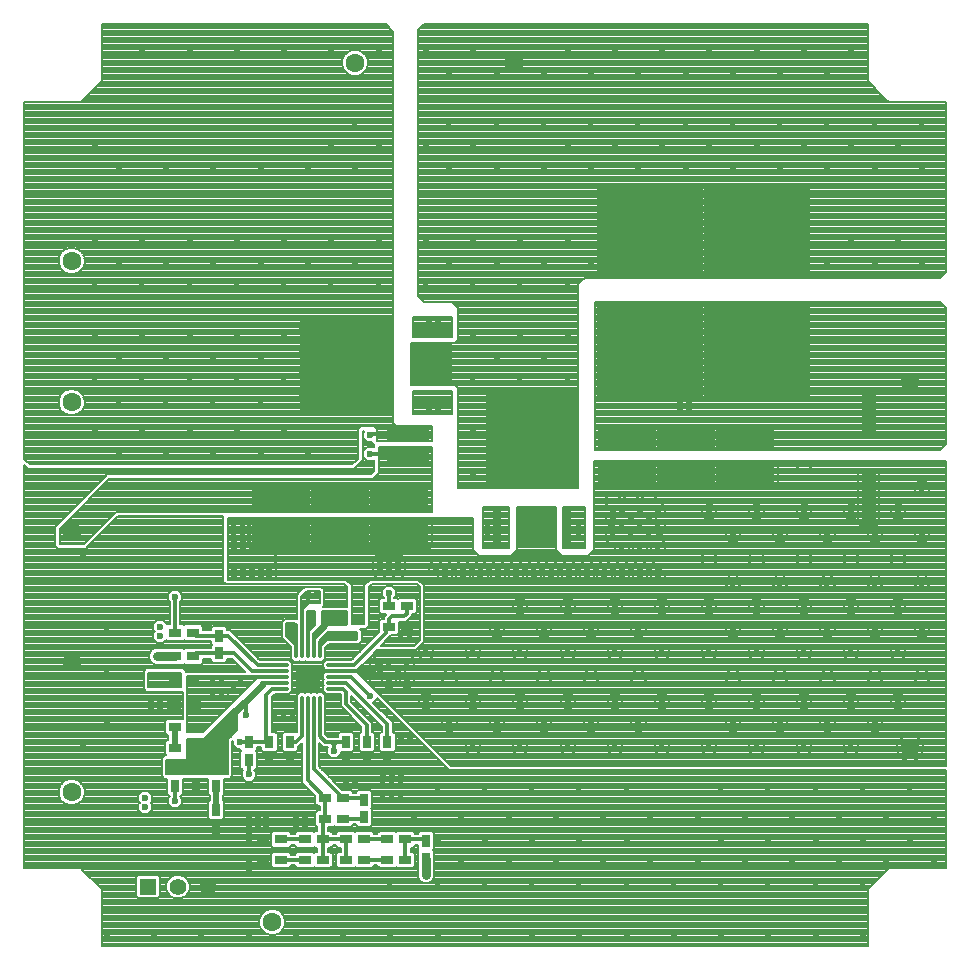
<source format=gtl>
G75*
G70*
%OFA0B0*%
%FSLAX24Y24*%
%IPPOS*%
%LPD*%
%AMOC8*
5,1,8,0,0,1.08239X$1,22.5*
%
%ADD10C,0.0118*%
%ADD11R,0.0827X0.0827*%
%ADD12C,0.0630*%
%ADD13R,0.0315X0.0433*%
%ADD14R,0.0433X0.0315*%
%ADD15R,0.0551X0.0551*%
%ADD16C,0.0551*%
%ADD17R,0.0472X0.0472*%
%ADD18R,0.1417X0.0472*%
%ADD19R,0.1969X0.0787*%
%ADD20R,0.1339X0.1378*%
%ADD21R,0.3059X0.3150*%
%ADD22R,0.0295X0.1378*%
%ADD23R,0.1378X0.1339*%
%ADD24R,0.3150X0.3059*%
%ADD25R,0.1378X0.0295*%
%ADD26R,0.3543X0.3150*%
%ADD27R,0.0472X0.1575*%
%ADD28C,0.0236*%
%ADD29C,0.0079*%
%ADD30C,0.0315*%
%ADD31C,0.0236*%
%ADD32C,0.0059*%
%ADD33C,0.0197*%
D10*
X005413Y005217D02*
X005413Y005709D01*
X007874Y006102D02*
X007874Y006594D01*
X007874Y007185D02*
X007579Y007185D01*
X007874Y007185D02*
X008563Y007185D01*
X008465Y007283D01*
X008465Y008760D01*
X008661Y008957D01*
X008917Y008957D01*
X008681Y008957D02*
X009153Y008957D01*
X009153Y009154D02*
X008681Y009154D01*
X008450Y009154D02*
X008301Y009005D01*
X008307Y009094D02*
X008366Y009154D01*
X008307Y009154D01*
X008366Y009154D02*
X008450Y009154D01*
X008917Y009154D01*
X008681Y009350D02*
X009153Y009350D01*
X008917Y009350D02*
X007726Y009350D01*
X007185Y008809D01*
X007776Y008563D02*
X007776Y008071D01*
X007972Y009547D02*
X007382Y010138D01*
X006890Y010138D01*
X006102Y010138D01*
X006004Y010039D01*
X006102Y010728D02*
X006890Y010728D01*
X007185Y010728D01*
X008169Y009744D01*
X008917Y009744D01*
X008681Y009744D02*
X009153Y009744D01*
X009153Y009547D02*
X008681Y009547D01*
X008917Y009547D02*
X007972Y009547D01*
X009449Y010276D02*
X009449Y010531D01*
X009449Y011073D01*
X009400Y011122D01*
X009350Y011122D02*
X009350Y010728D01*
X009449Y010630D01*
X009449Y010433D01*
X009154Y010728D01*
X009351Y010728D01*
X009252Y010728D02*
X009252Y011024D01*
X009154Y011078D02*
X009350Y011078D01*
X009350Y011122D02*
X009154Y011122D01*
X009154Y010728D01*
X009252Y010728D02*
X009449Y010531D01*
X009449Y010495D02*
X009387Y010495D01*
X009449Y010612D02*
X009270Y010612D01*
X009350Y010845D02*
X009154Y010845D01*
X009154Y010961D02*
X009350Y010961D01*
X009843Y010961D02*
X009928Y010961D01*
X009843Y011024D02*
X009941Y011122D01*
X009843Y011078D02*
X010039Y011078D01*
X010039Y011073D02*
X010039Y011516D01*
X009843Y011516D01*
X009843Y010876D01*
X010039Y011073D01*
X010039Y011195D02*
X009843Y011195D01*
X009843Y011311D02*
X010039Y011311D01*
X010039Y011428D02*
X009843Y011428D01*
X009843Y011516D02*
X009843Y011024D01*
X009843Y010276D01*
X009843Y010512D02*
X009843Y010040D01*
X010039Y010276D02*
X010039Y010630D01*
X010039Y010728D01*
X010138Y010728D01*
X010039Y010728D02*
X010335Y011024D01*
X010335Y011516D01*
X011122Y011516D01*
X011122Y011122D01*
X010531Y011122D01*
X010039Y010630D01*
X010531Y011122D01*
X010487Y011078D02*
X010335Y011078D01*
X010335Y011073D02*
X010039Y010778D01*
X010039Y010728D01*
X010433Y011122D01*
X010433Y011417D01*
X010335Y011428D02*
X011122Y011428D01*
X011122Y011311D02*
X010335Y011311D01*
X010335Y011195D02*
X011122Y011195D01*
X011073Y010728D02*
X010433Y010728D01*
X010531Y010827D01*
X010679Y010827D01*
X010581Y010827D02*
X011467Y010827D01*
X011467Y010630D01*
X010482Y010630D01*
X010236Y010384D01*
X010236Y010482D01*
X010581Y010827D01*
X010482Y010728D02*
X011467Y010728D01*
X011368Y010728D02*
X011073Y010728D01*
X010464Y010612D02*
X010365Y010612D01*
X010347Y010495D02*
X010249Y010495D01*
X010236Y010531D02*
X010433Y010728D01*
X010254Y010845D02*
X010156Y010845D01*
X010272Y010961D02*
X010371Y010961D01*
X010039Y010728D02*
X010039Y010630D01*
X010236Y010531D02*
X010236Y010276D01*
X010236Y010512D02*
X010236Y010040D01*
X010039Y010040D02*
X010039Y010512D01*
X009646Y010512D02*
X009646Y010040D01*
X009646Y010276D02*
X009646Y011614D01*
X009843Y011811D01*
X009843Y011909D02*
X009646Y011713D01*
X009646Y011614D01*
X009449Y010512D02*
X009449Y010040D01*
X010089Y009547D02*
X010876Y009547D01*
X011004Y009547D02*
X010532Y009547D01*
X010768Y009547D02*
X011909Y009547D01*
X011368Y009744D02*
X012451Y010827D01*
X012451Y010925D01*
X012549Y011024D01*
X012549Y011270D01*
X012648Y011368D01*
X013041Y011368D01*
X013140Y011467D01*
X013140Y011713D01*
X012549Y011713D02*
X012549Y012156D01*
X011368Y009744D02*
X010768Y009744D01*
X011004Y009744D02*
X010532Y009744D01*
X010532Y009350D02*
X011004Y009350D01*
X011121Y009154D02*
X010768Y009154D01*
X011004Y009154D02*
X010532Y009154D01*
X010768Y009350D02*
X011270Y009350D01*
X011909Y008711D01*
X011122Y008839D02*
X011122Y008445D01*
X011811Y007756D01*
X011811Y007185D01*
X011122Y007185D02*
X010827Y007185D01*
X010728Y007087D01*
X010630Y007185D01*
X010433Y007185D01*
X010236Y007382D01*
X010236Y008425D01*
X010236Y008189D02*
X010236Y008661D01*
X010039Y008661D02*
X010039Y008189D01*
X010039Y008425D02*
X010039Y006299D01*
X011024Y005315D01*
X011663Y005315D01*
X011713Y005266D01*
X011713Y004675D02*
X011663Y004626D01*
X011024Y004626D01*
X010433Y004626D02*
X010335Y004528D01*
X010335Y003937D01*
X011122Y003937D01*
X011122Y003248D01*
X011713Y003248D02*
X012500Y003248D01*
X012500Y003937D02*
X011713Y003937D01*
X010335Y003937D02*
X010335Y003248D01*
X009744Y003248D02*
X008957Y003248D01*
X008957Y003937D02*
X009744Y003937D01*
X010433Y004626D02*
X010433Y005315D01*
X009843Y005906D01*
X009843Y008425D01*
X009843Y008189D02*
X009843Y008661D01*
X009646Y008661D02*
X009646Y008189D01*
X009646Y008425D02*
X009646Y007382D01*
X009449Y007185D01*
X009252Y007185D01*
X009449Y008189D02*
X009449Y008661D01*
X010532Y008957D02*
X011004Y008957D01*
X010768Y008957D01*
X011004Y008957D02*
X011122Y008839D01*
X011121Y009154D02*
X012500Y007775D01*
X012500Y007185D01*
X010827Y007185D02*
X010728Y007185D01*
X010728Y007087D01*
X010728Y006890D01*
X010728Y007185D02*
X010630Y007185D01*
X013091Y003937D02*
X013730Y003937D01*
X013780Y003888D01*
X013091Y003937D02*
X013091Y003248D01*
X006102Y010728D02*
X006004Y010827D01*
X005413Y010827D02*
X005413Y012008D01*
X011929Y016791D02*
X013169Y016791D01*
X013169Y017461D02*
X011969Y017461D01*
X011929Y017421D01*
D11*
X009843Y009350D03*
D12*
X001969Y009843D03*
X001969Y005512D03*
X008661Y001181D03*
X001969Y014173D03*
X001969Y018504D03*
X001969Y023228D03*
X011417Y029823D03*
X016732Y029823D03*
X029921Y019193D03*
X029921Y006988D03*
D13*
X013780Y003888D03*
X013780Y003297D03*
X011713Y004675D03*
X011713Y005266D03*
X011811Y006594D03*
X011811Y007185D03*
X011122Y007185D03*
X011122Y006594D03*
X012500Y006594D03*
X012500Y007185D03*
X009252Y007185D03*
X009252Y006594D03*
X008563Y006594D03*
X008563Y007185D03*
X007874Y007185D03*
X007874Y006594D03*
X006791Y006299D03*
X006791Y005709D03*
X006102Y005709D03*
X006102Y006299D03*
X005413Y006299D03*
X005413Y005709D03*
X006791Y004921D03*
X006791Y004331D03*
X006890Y010138D03*
X006890Y010728D03*
D14*
X006004Y010827D03*
X005413Y010827D03*
X005413Y010039D03*
X006004Y010039D03*
X006004Y009252D03*
X005413Y009252D03*
X005413Y007677D03*
X005413Y006988D03*
X006004Y006988D03*
X006004Y007677D03*
X008366Y003937D03*
X008957Y003937D03*
X008957Y003248D03*
X008366Y003248D03*
X009744Y003248D03*
X009744Y003937D03*
X010335Y003937D03*
X010335Y003248D03*
X011122Y003248D03*
X011713Y003248D03*
X011713Y003937D03*
X011122Y003937D03*
X011024Y004626D03*
X010433Y004626D03*
X010433Y005315D03*
X011024Y005315D03*
X012500Y003937D03*
X012500Y003248D03*
X013091Y003248D03*
X013091Y003937D03*
X013140Y011024D03*
X012549Y011024D03*
X012549Y011713D03*
X013140Y011713D03*
X011516Y011270D03*
X010925Y011270D03*
D15*
X004512Y002362D03*
D16*
X005512Y002362D03*
X006512Y002362D03*
D17*
X006043Y008465D03*
X005374Y008465D03*
D18*
X013169Y016791D03*
X013169Y017461D03*
D19*
X012894Y015354D03*
X012894Y014173D03*
X010925Y014173D03*
X010925Y015354D03*
X008957Y015354D03*
X008957Y014173D03*
X020472Y016142D03*
X020472Y017323D03*
X022441Y017323D03*
X022441Y016142D03*
X024409Y016142D03*
X024409Y017323D03*
D20*
X017457Y014350D03*
D21*
X017323Y017205D03*
D22*
X018478Y014350D03*
X016167Y014350D03*
D23*
X013996Y019819D03*
D24*
X011142Y019685D03*
D25*
X013996Y018530D03*
X013996Y020841D03*
D26*
X021260Y020276D03*
X024803Y020276D03*
X024803Y024213D03*
X021260Y024213D03*
D27*
X028543Y018130D03*
X028543Y015335D03*
D28*
X027953Y014862D03*
X028740Y014075D03*
X029528Y014862D03*
X030315Y014075D03*
X029528Y013287D03*
X030315Y012500D03*
X029528Y011713D03*
X030315Y010925D03*
X029528Y010138D03*
X030315Y009350D03*
X029528Y008563D03*
X028740Y009350D03*
X027953Y008563D03*
X028740Y007776D03*
X027953Y006988D03*
X027165Y007776D03*
X026378Y008563D03*
X027165Y009350D03*
X026378Y010138D03*
X027165Y010925D03*
X026378Y011713D03*
X027165Y012500D03*
X026378Y013287D03*
X025591Y012500D03*
X024803Y011713D03*
X024016Y012500D03*
X024803Y013287D03*
X024016Y014075D03*
X024803Y014862D03*
X025591Y014075D03*
X026378Y014862D03*
X027165Y014075D03*
X027953Y013287D03*
X028740Y012500D03*
X027953Y011713D03*
X028740Y010925D03*
X027953Y010138D03*
X025591Y010925D03*
X024803Y010138D03*
X024016Y010925D03*
X023228Y010138D03*
X024016Y009350D03*
X024803Y008563D03*
X024016Y007776D03*
X023228Y008563D03*
X021654Y008563D03*
X020866Y009350D03*
X020079Y008563D03*
X020866Y007776D03*
X020079Y006988D03*
X019291Y007776D03*
X018504Y008563D03*
X019291Y009350D03*
X018504Y010138D03*
X019291Y010925D03*
X018504Y011713D03*
X017717Y010925D03*
X016929Y010138D03*
X016142Y010925D03*
X016929Y011713D03*
X016781Y012697D03*
X016486Y012992D03*
X016191Y012697D03*
X015896Y012992D03*
X015600Y012697D03*
X015305Y012992D03*
X015010Y012697D03*
X014715Y012992D03*
X014419Y012697D03*
X014124Y012992D03*
X012844Y012894D03*
X012549Y012894D03*
X012549Y013189D03*
X012254Y013189D03*
X012254Y012894D03*
X012844Y013189D03*
X012549Y012156D03*
X011368Y010728D03*
X011073Y010728D03*
X010433Y011122D03*
X010433Y011417D03*
X009941Y011417D03*
X009941Y011122D03*
X009252Y011024D03*
X009252Y010728D03*
X009547Y009646D03*
X010138Y009646D03*
X010138Y009055D03*
X009547Y009055D03*
X009350Y007972D03*
X009350Y007677D03*
X009055Y007677D03*
X008760Y007677D03*
X008760Y007972D03*
X009055Y007972D03*
X007776Y008071D03*
X007579Y007185D03*
X007874Y006102D03*
X007874Y004724D03*
X007874Y004429D03*
X007874Y004134D03*
X007874Y003839D03*
X007874Y003543D03*
X007874Y003248D03*
X007874Y002953D03*
X008169Y004429D03*
X008169Y004724D03*
X008465Y004724D03*
X008465Y004429D03*
X009449Y004429D03*
X009744Y004429D03*
X009744Y004724D03*
X009449Y004724D03*
X009449Y005020D03*
X009744Y005020D03*
X011122Y005807D03*
X011417Y005807D03*
X012352Y005758D03*
X012352Y006053D03*
X012648Y006053D03*
X012943Y006053D03*
X012943Y005758D03*
X012648Y005758D03*
X012648Y005463D03*
X012943Y005463D03*
X012352Y005463D03*
X013386Y004724D03*
X014173Y005512D03*
X014961Y004724D03*
X015748Y005512D03*
X016535Y004724D03*
X017323Y005512D03*
X018110Y004724D03*
X018898Y005512D03*
X019685Y004724D03*
X020472Y005512D03*
X021260Y004724D03*
X020472Y003937D03*
X019685Y003150D03*
X018898Y003937D03*
X018110Y003150D03*
X017323Y003937D03*
X016535Y003150D03*
X015748Y003937D03*
X014961Y003150D03*
X014173Y003937D03*
X013780Y002756D03*
X014173Y002362D03*
X013386Y001575D03*
X012598Y002362D03*
X011811Y001575D03*
X011024Y000787D03*
X010236Y001575D03*
X009449Y000787D03*
X007874Y000787D03*
X006299Y000787D03*
X004724Y000787D03*
X003150Y000787D03*
X004429Y005020D03*
X004429Y005315D03*
X005413Y005217D03*
X003150Y007874D03*
X002362Y007087D03*
X002362Y008661D03*
X003150Y009449D03*
X004626Y009400D03*
X004921Y009400D03*
X004921Y009104D03*
X004626Y009104D03*
X004626Y008563D03*
X004921Y008563D03*
X004921Y008268D03*
X004626Y008268D03*
X004823Y010039D03*
X004921Y010728D03*
X004921Y011024D03*
X005413Y012008D03*
X007382Y012697D03*
X007382Y012992D03*
X007677Y012992D03*
X007677Y012697D03*
X007972Y012697D03*
X007972Y012992D03*
X007972Y013287D03*
X007677Y013287D03*
X007382Y013287D03*
X007382Y013583D03*
X007382Y013878D03*
X007677Y013878D03*
X007677Y014173D03*
X007382Y014173D03*
X007382Y014469D03*
X007677Y014469D03*
X007677Y013583D03*
X008268Y013287D03*
X008268Y012992D03*
X008563Y012992D03*
X008563Y012697D03*
X008268Y012697D03*
X008563Y013287D03*
X009843Y012106D03*
X010138Y012106D03*
X012254Y010138D03*
X012549Y009843D03*
X012844Y010138D03*
X013140Y009843D03*
X012844Y009547D03*
X012549Y009252D03*
X012254Y009547D03*
X011909Y008711D03*
X013140Y009252D03*
X013780Y008563D03*
X014567Y009350D03*
X015354Y008563D03*
X014567Y007776D03*
X015354Y006988D03*
X016142Y007776D03*
X016929Y008563D03*
X016142Y009350D03*
X015354Y010138D03*
X013780Y010138D03*
X013238Y010630D03*
X012943Y010630D03*
X012943Y007283D03*
X013238Y007283D03*
X010728Y006890D03*
X006988Y008858D03*
X006693Y008858D03*
X006693Y009154D03*
X006988Y009154D03*
X003150Y011024D03*
X002362Y011811D03*
X003150Y012598D03*
X002362Y013386D03*
X003543Y016831D03*
X002756Y017618D03*
X003543Y018406D03*
X002756Y019193D03*
X003543Y019980D03*
X004331Y019193D03*
X005118Y019980D03*
X005906Y019193D03*
X006693Y019980D03*
X007480Y019193D03*
X006693Y018406D03*
X007480Y017618D03*
X006693Y016831D03*
X005906Y017618D03*
X005118Y016831D03*
X004331Y017618D03*
X005118Y018406D03*
X004331Y020768D03*
X005118Y021555D03*
X005906Y020768D03*
X006693Y021555D03*
X007480Y020768D03*
X008268Y021555D03*
X009055Y020768D03*
X009646Y021063D03*
X010039Y020669D03*
X009646Y020276D03*
X010039Y019882D03*
X009646Y019488D03*
X010039Y019094D03*
X009646Y018701D03*
X010039Y018307D03*
X010433Y018701D03*
X010827Y019094D03*
X011220Y018701D03*
X010827Y018307D03*
X011614Y019094D03*
X012008Y018701D03*
X012402Y019094D03*
X012008Y019488D03*
X012402Y019882D03*
X012008Y020276D03*
X012402Y020669D03*
X012008Y021063D03*
X011614Y020669D03*
X011220Y020276D03*
X010827Y020669D03*
X010433Y020276D03*
X010827Y019882D03*
X011220Y019488D03*
X011614Y019882D03*
X011220Y021063D03*
X011417Y021555D03*
X010433Y021063D03*
X009843Y021555D03*
X010630Y022343D03*
X011417Y023130D03*
X010630Y023917D03*
X009843Y023130D03*
X009055Y023917D03*
X008268Y023130D03*
X009055Y022343D03*
X007480Y022343D03*
X006693Y023130D03*
X007480Y023917D03*
X006693Y024705D03*
X007480Y025492D03*
X006693Y026280D03*
X005906Y025492D03*
X005118Y024705D03*
X004331Y025492D03*
X005118Y026280D03*
X003543Y026280D03*
X002756Y027067D03*
X002756Y025492D03*
X003543Y024705D03*
X002756Y023917D03*
X003543Y023130D03*
X002756Y022343D03*
X003543Y021555D03*
X002756Y020768D03*
X004331Y022343D03*
X005118Y023130D03*
X004331Y023917D03*
X005906Y023917D03*
X005906Y022343D03*
X008268Y024705D03*
X009055Y025492D03*
X009843Y024705D03*
X010630Y025492D03*
X011417Y024705D03*
X012205Y025492D03*
X011417Y026280D03*
X010630Y027067D03*
X009843Y026280D03*
X008268Y026280D03*
X011417Y027854D03*
X012205Y028642D03*
X013780Y028642D03*
X014567Y029429D03*
X015354Y028642D03*
X014567Y027854D03*
X015354Y027067D03*
X014567Y026280D03*
X013780Y027067D03*
X013780Y025492D03*
X014567Y024705D03*
X015354Y025492D03*
X016142Y024705D03*
X016929Y025492D03*
X016142Y026280D03*
X017717Y026280D03*
X018504Y027067D03*
X019291Y026280D03*
X020079Y027067D03*
X020866Y026280D03*
X021654Y027067D03*
X022441Y026280D03*
X023228Y027067D03*
X024016Y026280D03*
X024803Y027067D03*
X025591Y026280D03*
X026378Y027067D03*
X027165Y026280D03*
X027953Y027067D03*
X028740Y026280D03*
X029528Y027067D03*
X030315Y026280D03*
X029528Y025492D03*
X030315Y024705D03*
X029528Y023917D03*
X030315Y023130D03*
X028740Y023130D03*
X027953Y023917D03*
X027165Y023130D03*
X027165Y024705D03*
X027953Y025492D03*
X028740Y024705D03*
X028740Y027854D03*
X027953Y028642D03*
X027165Y029429D03*
X026378Y028642D03*
X025591Y029429D03*
X026378Y030217D03*
X027953Y030217D03*
X027165Y027854D03*
X025591Y027854D03*
X024803Y028642D03*
X024016Y029429D03*
X024803Y030217D03*
X023228Y030217D03*
X022441Y029429D03*
X023228Y028642D03*
X022441Y027854D03*
X021654Y028642D03*
X020866Y029429D03*
X020079Y028642D03*
X019291Y029429D03*
X018504Y028642D03*
X017717Y029429D03*
X018504Y030217D03*
X020079Y030217D03*
X021654Y030217D03*
X020866Y027854D03*
X019291Y027854D03*
X017717Y027854D03*
X016929Y028642D03*
X016142Y029429D03*
X015354Y030217D03*
X013780Y030217D03*
X012205Y030217D03*
X010630Y030217D03*
X009055Y030217D03*
X007480Y030217D03*
X005906Y030217D03*
X004331Y030217D03*
X012205Y027067D03*
X012205Y023917D03*
X012205Y022343D03*
X013780Y022343D03*
X014567Y023130D03*
X015354Y023917D03*
X016142Y023130D03*
X016929Y023917D03*
X017717Y023130D03*
X018504Y023917D03*
X019291Y023130D03*
X018504Y022343D03*
X017717Y021555D03*
X018504Y020768D03*
X017717Y019980D03*
X018504Y019193D03*
X018652Y018701D03*
X018258Y018307D03*
X018652Y017913D03*
X018258Y017520D03*
X017864Y017913D03*
X017470Y017520D03*
X017077Y017913D03*
X016683Y017520D03*
X016289Y017913D03*
X015896Y017520D03*
X016289Y017126D03*
X015896Y016732D03*
X016289Y016339D03*
X016683Y016732D03*
X017077Y016339D03*
X017470Y016732D03*
X017077Y017126D03*
X017864Y017126D03*
X018258Y016732D03*
X018652Y016339D03*
X018258Y015945D03*
X017864Y016339D03*
X017470Y015945D03*
X016683Y015945D03*
X015896Y015945D03*
X015354Y016043D03*
X015354Y017618D03*
X015896Y018307D03*
X016289Y018701D03*
X016683Y018307D03*
X017077Y018701D03*
X016929Y019193D03*
X017470Y018307D03*
X017864Y018701D03*
X018652Y017126D03*
X020030Y015207D03*
X020325Y014911D03*
X020620Y014616D03*
X020325Y014321D03*
X020620Y014026D03*
X020915Y014321D03*
X021211Y014616D03*
X021506Y014321D03*
X021211Y014026D03*
X021506Y013730D03*
X020915Y013730D03*
X020325Y013730D03*
X020030Y014026D03*
X020030Y014616D03*
X020620Y015207D03*
X020915Y014911D03*
X021211Y015207D03*
X021506Y014911D03*
X023228Y014862D03*
X023228Y013287D03*
X023228Y011713D03*
X021654Y011713D03*
X020866Y010925D03*
X020079Y010138D03*
X021654Y010138D03*
X020079Y011713D03*
X020325Y012697D03*
X020620Y012992D03*
X020915Y012697D03*
X021211Y012992D03*
X021506Y012697D03*
X020030Y012992D03*
X019734Y012697D03*
X019439Y012992D03*
X019144Y012697D03*
X018848Y012992D03*
X018553Y012697D03*
X018258Y012992D03*
X017963Y012697D03*
X017667Y012992D03*
X017372Y012697D03*
X017077Y012992D03*
X015846Y014173D03*
X015846Y014469D03*
X018898Y014469D03*
X018898Y014173D03*
X022244Y017913D03*
X022539Y017913D03*
X022539Y018209D03*
X022244Y018209D03*
X022244Y018504D03*
X022539Y018504D03*
X026378Y016437D03*
X030315Y015650D03*
X025591Y009350D03*
X025591Y007776D03*
X026378Y006988D03*
X026772Y005512D03*
X027559Y004724D03*
X028346Y005512D03*
X029134Y004724D03*
X029921Y005512D03*
X030709Y004724D03*
X029921Y003937D03*
X029134Y003150D03*
X028346Y003937D03*
X027559Y003150D03*
X026772Y003937D03*
X025984Y003150D03*
X025197Y003937D03*
X024409Y003150D03*
X023622Y003937D03*
X022835Y003150D03*
X023622Y002362D03*
X022835Y001575D03*
X023622Y000787D03*
X024409Y001575D03*
X025197Y002362D03*
X025984Y001575D03*
X025197Y000787D03*
X026772Y000787D03*
X027559Y001575D03*
X026772Y002362D03*
X028346Y002362D03*
X028346Y000787D03*
X030709Y003150D03*
X025984Y004724D03*
X025197Y005512D03*
X024409Y004724D03*
X023622Y005512D03*
X022835Y004724D03*
X021260Y003150D03*
X022047Y002362D03*
X021260Y001575D03*
X020472Y002362D03*
X019685Y001575D03*
X018898Y002362D03*
X018110Y001575D03*
X017323Y002362D03*
X016535Y001575D03*
X015748Y002362D03*
X014961Y001575D03*
X015748Y000787D03*
X014173Y000787D03*
X012598Y000787D03*
X017323Y000787D03*
X018898Y000787D03*
X020472Y000787D03*
X022047Y000787D03*
X021654Y006988D03*
X023228Y006988D03*
X024803Y006988D03*
X018504Y006988D03*
X017717Y007776D03*
X016929Y006988D03*
X017717Y009350D03*
X011929Y016791D03*
X011929Y017421D03*
X013878Y018258D03*
X014173Y018258D03*
X015354Y019193D03*
X016142Y019980D03*
X016929Y020768D03*
X016142Y021555D03*
X016929Y022343D03*
X015354Y022343D03*
X014173Y021211D03*
X013878Y021211D03*
X015354Y020768D03*
X013780Y023917D03*
X017717Y024705D03*
X018504Y025492D03*
X019291Y024705D03*
X016142Y027854D03*
X024016Y027854D03*
X030315Y027854D03*
X010433Y019488D03*
X009055Y019193D03*
X008268Y019980D03*
X008268Y018406D03*
X009055Y017618D03*
X008268Y016831D03*
X009843Y016831D03*
D29*
X004118Y002626D02*
X002636Y002626D01*
X002713Y002549D02*
X004118Y002549D01*
X004118Y002472D02*
X002790Y002472D01*
X002868Y002394D02*
X004118Y002394D01*
X004118Y002317D02*
X002945Y002317D01*
X002992Y002270D02*
X002362Y002900D01*
X002270Y002992D01*
X000394Y002992D01*
X000394Y016411D01*
X000433Y016372D01*
X000433Y016372D01*
X000525Y016280D01*
X011384Y016280D01*
X011476Y016372D01*
X011673Y016569D01*
X011673Y017553D01*
X011679Y017559D01*
X011733Y017559D01*
X011693Y017519D01*
X011693Y017323D01*
X011831Y017185D01*
X011998Y017185D01*
X011998Y017159D01*
X012056Y017101D01*
X012047Y017093D01*
X012047Y017007D01*
X012027Y017028D01*
X011831Y017028D01*
X011693Y016889D01*
X011693Y016693D01*
X011831Y016555D01*
X012027Y016555D01*
X012047Y016575D01*
X012047Y016207D01*
X011943Y016102D01*
X003160Y016102D01*
X003068Y016010D01*
X001417Y014360D01*
X001417Y013714D01*
X001510Y013622D01*
X002438Y013622D01*
X002531Y013714D01*
X003521Y014705D01*
X007028Y014705D01*
X007028Y012533D01*
X007120Y012441D01*
X011057Y012441D01*
X011161Y012336D01*
X011161Y011693D01*
X010341Y011693D01*
X010394Y011746D01*
X010394Y012270D01*
X010301Y012362D01*
X009738Y012362D01*
X009646Y012270D01*
X009561Y012185D01*
X009561Y012185D01*
X009469Y012093D01*
X009469Y011299D01*
X009080Y011299D01*
X008976Y011195D01*
X008976Y010655D01*
X009272Y010360D01*
X009272Y009966D01*
X009375Y009862D01*
X009522Y009862D01*
X009547Y009887D01*
X009548Y009887D01*
X009547Y009887D02*
X009572Y009862D01*
X009719Y009862D01*
X009744Y009887D01*
X009769Y009862D01*
X009916Y009862D01*
X009941Y009887D01*
X009966Y009862D01*
X010113Y009862D01*
X010138Y009887D01*
X010163Y009862D01*
X010310Y009862D01*
X010413Y009966D01*
X010413Y010310D01*
X010556Y010453D01*
X011540Y010453D01*
X011644Y010557D01*
X011644Y010900D01*
X011579Y010965D01*
X011778Y010965D01*
X011870Y011057D01*
X011870Y012336D01*
X011975Y012441D01*
X013468Y012441D01*
X013573Y012336D01*
X013573Y010597D01*
X013370Y010394D01*
X012268Y010394D01*
X012524Y010650D01*
X012623Y010748D01*
X012815Y010748D01*
X012884Y010817D01*
X012884Y011191D01*
X013115Y011191D01*
X013219Y011295D01*
X013317Y011393D01*
X013317Y011437D01*
X013405Y011437D01*
X013474Y011506D01*
X013474Y011919D01*
X013405Y011988D01*
X012874Y011988D01*
X012844Y011958D01*
X012815Y011988D01*
X012726Y011988D01*
X012726Y011999D01*
X012785Y012058D01*
X012785Y012253D01*
X012647Y012392D01*
X012451Y012392D01*
X012313Y012253D01*
X012313Y012058D01*
X012372Y011999D01*
X012372Y011988D01*
X012284Y011988D01*
X012215Y011919D01*
X012215Y011506D01*
X012284Y011437D01*
X012466Y011437D01*
X012372Y011343D01*
X012372Y011299D01*
X012284Y011299D01*
X012215Y011230D01*
X012215Y010841D01*
X011295Y009921D01*
X010458Y009921D01*
X010354Y009817D01*
X010354Y009671D01*
X010379Y009646D01*
X010354Y009621D01*
X010354Y009474D01*
X010379Y009449D01*
X010354Y009424D01*
X010354Y009277D01*
X010379Y009252D01*
X010354Y009227D01*
X010354Y009080D01*
X010379Y009055D01*
X010354Y009030D01*
X010354Y008883D01*
X010458Y008780D01*
X010931Y008780D01*
X010945Y008765D01*
X010945Y008371D01*
X011049Y008268D01*
X011634Y007682D01*
X011634Y007520D01*
X011605Y007520D01*
X011535Y007450D01*
X011535Y006920D01*
X011605Y006850D01*
X012017Y006850D01*
X012087Y006920D01*
X012087Y007450D01*
X012017Y007520D01*
X011988Y007520D01*
X011988Y007829D01*
X011299Y008518D01*
X011299Y008725D01*
X012323Y007701D01*
X012323Y007520D01*
X012294Y007520D01*
X012224Y007450D01*
X012224Y006920D01*
X012294Y006850D01*
X012706Y006850D01*
X012776Y006920D01*
X012776Y007450D01*
X012706Y007520D01*
X012677Y007520D01*
X012677Y007848D01*
X012029Y008496D01*
X012146Y008613D01*
X012146Y008645D01*
X014551Y006240D01*
X031102Y006240D01*
X031102Y002992D01*
X029226Y002992D01*
X029134Y002900D01*
X028504Y002270D01*
X028504Y000394D01*
X002992Y000394D01*
X002992Y002270D01*
X002992Y002240D02*
X004118Y002240D01*
X004118Y002163D02*
X002992Y002163D01*
X002992Y002085D02*
X004118Y002085D01*
X004118Y002038D02*
X004187Y001969D01*
X004836Y001969D01*
X004906Y002038D01*
X004906Y002687D01*
X004836Y002756D01*
X004187Y002756D01*
X004118Y002687D01*
X004118Y002038D01*
X004148Y002008D02*
X002992Y002008D01*
X002992Y001931D02*
X028504Y001931D01*
X028504Y001854D02*
X002992Y001854D01*
X002992Y001777D02*
X028504Y001777D01*
X028504Y001699D02*
X002992Y001699D01*
X002992Y001622D02*
X028504Y001622D01*
X028504Y001545D02*
X008910Y001545D01*
X008907Y001548D02*
X008748Y001614D01*
X008575Y001614D01*
X008416Y001548D01*
X008294Y001426D01*
X008228Y001267D01*
X008228Y001095D01*
X008294Y000936D01*
X008416Y000814D01*
X008575Y000748D01*
X008748Y000748D01*
X008907Y000814D01*
X009029Y000936D01*
X009094Y001095D01*
X009094Y001267D01*
X009029Y001426D01*
X008907Y001548D01*
X008987Y001468D02*
X028504Y001468D01*
X028504Y001390D02*
X009044Y001390D01*
X009075Y001313D02*
X028504Y001313D01*
X028504Y001236D02*
X009094Y001236D01*
X009094Y001159D02*
X028504Y001159D01*
X028504Y001081D02*
X009089Y001081D01*
X009057Y001004D02*
X028504Y001004D01*
X028504Y000927D02*
X009020Y000927D01*
X008942Y000850D02*
X028504Y000850D01*
X028504Y000772D02*
X008806Y000772D01*
X008516Y000772D02*
X002992Y000772D01*
X002992Y000695D02*
X028504Y000695D01*
X028504Y000618D02*
X002992Y000618D01*
X002992Y000541D02*
X028504Y000541D01*
X028504Y000463D02*
X002992Y000463D01*
X002992Y000850D02*
X008380Y000850D01*
X008303Y000927D02*
X002992Y000927D01*
X002992Y001004D02*
X008266Y001004D01*
X008234Y001081D02*
X002992Y001081D01*
X002992Y001159D02*
X008228Y001159D01*
X008228Y001236D02*
X002992Y001236D01*
X002992Y001313D02*
X008247Y001313D01*
X008279Y001390D02*
X002992Y001390D01*
X002992Y001468D02*
X008335Y001468D01*
X008413Y001545D02*
X002992Y001545D01*
X002559Y002703D02*
X004135Y002703D01*
X004889Y002703D02*
X005307Y002703D01*
X005289Y002696D02*
X005178Y002585D01*
X005118Y002441D01*
X005118Y002284D01*
X005178Y002139D01*
X005289Y002028D01*
X005433Y001969D01*
X005590Y001969D01*
X005735Y002028D01*
X005846Y002139D01*
X005906Y002284D01*
X005906Y002441D01*
X005846Y002585D01*
X005735Y002696D01*
X005590Y002756D01*
X005433Y002756D01*
X005289Y002696D01*
X005219Y002626D02*
X004906Y002626D01*
X004906Y002549D02*
X005163Y002549D01*
X005131Y002472D02*
X004906Y002472D01*
X004906Y002394D02*
X005118Y002394D01*
X005118Y002317D02*
X004906Y002317D01*
X004906Y002240D02*
X005136Y002240D01*
X005168Y002163D02*
X004906Y002163D01*
X004906Y002085D02*
X005232Y002085D01*
X005338Y002008D02*
X004876Y002008D01*
X005686Y002008D02*
X028504Y002008D01*
X028504Y002085D02*
X005792Y002085D01*
X005855Y002163D02*
X028504Y002163D01*
X028504Y002240D02*
X005887Y002240D01*
X005906Y002317D02*
X028551Y002317D01*
X028628Y002394D02*
X005906Y002394D01*
X005893Y002472D02*
X028706Y002472D01*
X028783Y002549D02*
X013962Y002549D01*
X013936Y002522D02*
X014013Y002600D01*
X014055Y002701D01*
X014055Y003563D01*
X014025Y003593D01*
X014055Y003622D01*
X014055Y004153D01*
X013986Y004222D01*
X013573Y004222D01*
X013504Y004153D01*
X013504Y004114D01*
X013425Y004114D01*
X013425Y004143D01*
X013356Y004213D01*
X012825Y004213D01*
X012795Y004183D01*
X012765Y004213D01*
X012235Y004213D01*
X012165Y004143D01*
X012165Y004114D01*
X012047Y004114D01*
X012047Y004143D01*
X011978Y004213D01*
X011447Y004213D01*
X011417Y004183D01*
X011388Y004213D01*
X010857Y004213D01*
X010787Y004143D01*
X010787Y004114D01*
X010669Y004114D01*
X010669Y004143D01*
X010600Y004213D01*
X010512Y004213D01*
X010512Y004350D01*
X010699Y004350D01*
X010728Y004380D01*
X010758Y004350D01*
X011289Y004350D01*
X011358Y004420D01*
X011358Y004449D01*
X011437Y004449D01*
X011437Y004410D01*
X011506Y004341D01*
X011919Y004341D01*
X011988Y004410D01*
X011988Y004941D01*
X011958Y004970D01*
X011988Y005000D01*
X011988Y005531D01*
X011919Y005600D01*
X011506Y005600D01*
X011437Y005531D01*
X011437Y005492D01*
X011358Y005492D01*
X011358Y005521D01*
X011289Y005591D01*
X010999Y005591D01*
X010217Y006373D01*
X010217Y007151D01*
X010360Y007008D01*
X010512Y007008D01*
X010492Y006988D01*
X010492Y006792D01*
X010630Y006654D01*
X010826Y006654D01*
X010965Y006792D01*
X010965Y006850D01*
X011328Y006850D01*
X011398Y006920D01*
X011398Y007450D01*
X011328Y007520D01*
X010916Y007520D01*
X010846Y007450D01*
X010846Y007362D01*
X010506Y007362D01*
X010413Y007455D01*
X010413Y008735D01*
X010310Y008839D01*
X010163Y008839D01*
X010138Y008814D01*
X010113Y008839D01*
X009966Y008839D01*
X009941Y008814D01*
X009916Y008839D01*
X009769Y008839D01*
X009744Y008814D01*
X009719Y008839D01*
X009572Y008839D01*
X009469Y008735D01*
X009469Y007510D01*
X009458Y007520D01*
X009046Y007520D01*
X008976Y007450D01*
X008976Y006920D01*
X009046Y006850D01*
X009458Y006850D01*
X009528Y006920D01*
X009528Y007013D01*
X009626Y007112D01*
X009665Y007151D01*
X009665Y005832D01*
X010098Y005399D01*
X010098Y005109D01*
X010168Y005039D01*
X010256Y005039D01*
X010256Y004902D01*
X010168Y004902D01*
X010098Y004832D01*
X010098Y004420D01*
X010157Y004361D01*
X010157Y004213D01*
X010069Y004213D01*
X010039Y004183D01*
X010010Y004213D01*
X009479Y004213D01*
X009409Y004143D01*
X009409Y004114D01*
X009291Y004114D01*
X009291Y004143D01*
X009222Y004213D01*
X008691Y004213D01*
X008622Y004143D01*
X008622Y003731D01*
X008691Y003661D01*
X009222Y003661D01*
X009291Y003731D01*
X009291Y003760D01*
X009409Y003760D01*
X009409Y003731D01*
X009479Y003661D01*
X010010Y003661D01*
X010039Y003691D01*
X010069Y003661D01*
X010157Y003661D01*
X010157Y003524D01*
X010069Y003524D01*
X010039Y003494D01*
X010010Y003524D01*
X009479Y003524D01*
X009409Y003454D01*
X009409Y003425D01*
X009291Y003425D01*
X009291Y003454D01*
X009222Y003524D01*
X008691Y003524D01*
X008622Y003454D01*
X008622Y003042D01*
X008691Y002972D01*
X009222Y002972D01*
X009291Y003042D01*
X009291Y003071D01*
X009409Y003071D01*
X009409Y003042D01*
X009479Y002972D01*
X010010Y002972D01*
X010039Y003002D01*
X010069Y002972D01*
X010600Y002972D01*
X010669Y003042D01*
X010669Y003454D01*
X010600Y003524D01*
X010512Y003524D01*
X010512Y003661D01*
X010600Y003661D01*
X010669Y003731D01*
X010669Y003760D01*
X010787Y003760D01*
X010787Y003731D01*
X010857Y003661D01*
X010945Y003661D01*
X010945Y003524D01*
X010857Y003524D01*
X010787Y003454D01*
X010787Y003042D01*
X010857Y002972D01*
X011388Y002972D01*
X011417Y003002D01*
X011447Y002972D01*
X011978Y002972D01*
X012047Y003042D01*
X012047Y003071D01*
X012165Y003071D01*
X012165Y003042D01*
X012235Y002972D01*
X012765Y002972D01*
X012795Y003002D01*
X012825Y002972D01*
X013356Y002972D01*
X013425Y003042D01*
X013425Y003454D01*
X013356Y003524D01*
X013268Y003524D01*
X013268Y003661D01*
X013356Y003661D01*
X013425Y003731D01*
X013425Y003760D01*
X013504Y003760D01*
X013504Y003622D01*
X013534Y003593D01*
X013504Y003563D01*
X013504Y002701D01*
X013546Y002600D01*
X013623Y002522D01*
X013725Y002480D01*
X013834Y002480D01*
X013936Y002522D01*
X014024Y002626D02*
X028860Y002626D01*
X028937Y002703D02*
X014055Y002703D01*
X014055Y002781D02*
X029015Y002781D01*
X029092Y002858D02*
X014055Y002858D01*
X014055Y002935D02*
X029169Y002935D01*
X031102Y003012D02*
X014055Y003012D01*
X014055Y003090D02*
X031102Y003090D01*
X031102Y003167D02*
X014055Y003167D01*
X014055Y003244D02*
X031102Y003244D01*
X031102Y003321D02*
X014055Y003321D01*
X014055Y003399D02*
X031102Y003399D01*
X031102Y003476D02*
X014055Y003476D01*
X014055Y003553D02*
X031102Y003553D01*
X031102Y003630D02*
X014055Y003630D01*
X014055Y003708D02*
X031102Y003708D01*
X031102Y003785D02*
X014055Y003785D01*
X014055Y003862D02*
X031102Y003862D01*
X031102Y003939D02*
X014055Y003939D01*
X014055Y004017D02*
X031102Y004017D01*
X031102Y004094D02*
X014055Y004094D01*
X014037Y004171D02*
X031102Y004171D01*
X031102Y004248D02*
X010512Y004248D01*
X010512Y004325D02*
X031102Y004325D01*
X031102Y004403D02*
X011981Y004403D01*
X011988Y004480D02*
X031102Y004480D01*
X031102Y004557D02*
X011988Y004557D01*
X011988Y004634D02*
X031102Y004634D01*
X031102Y004712D02*
X011988Y004712D01*
X011988Y004789D02*
X031102Y004789D01*
X031102Y004866D02*
X011988Y004866D01*
X011985Y004943D02*
X031102Y004943D01*
X031102Y005021D02*
X011988Y005021D01*
X011988Y005098D02*
X031102Y005098D01*
X031102Y005175D02*
X011988Y005175D01*
X011988Y005252D02*
X031102Y005252D01*
X031102Y005330D02*
X011988Y005330D01*
X011988Y005407D02*
X031102Y005407D01*
X031102Y005484D02*
X011988Y005484D01*
X011958Y005561D02*
X031102Y005561D01*
X031102Y005639D02*
X010951Y005639D01*
X010873Y005716D02*
X031102Y005716D01*
X031102Y005793D02*
X010796Y005793D01*
X010719Y005870D02*
X031102Y005870D01*
X031102Y005948D02*
X010642Y005948D01*
X010564Y006025D02*
X031102Y006025D01*
X031102Y006102D02*
X010487Y006102D01*
X010410Y006179D02*
X031102Y006179D01*
X031102Y006398D02*
X014616Y006398D01*
X011467Y009547D01*
X012018Y010098D01*
X012018Y010040D01*
X012156Y009902D01*
X012313Y009902D01*
X012313Y009783D01*
X012156Y009783D01*
X012018Y009645D01*
X012018Y009449D01*
X012156Y009311D01*
X012313Y009311D01*
X012313Y009154D01*
X012451Y009016D01*
X012647Y009016D01*
X012785Y009154D01*
X012785Y009311D01*
X012904Y009311D01*
X012904Y009154D01*
X013042Y009016D01*
X013238Y009016D01*
X013376Y009154D01*
X013376Y009350D01*
X013238Y009488D01*
X013081Y009488D01*
X013081Y009606D01*
X013238Y009606D01*
X013376Y009745D01*
X013376Y009940D01*
X013238Y010079D01*
X013081Y010079D01*
X013081Y010236D01*
X013080Y010236D01*
X013435Y010236D01*
X013730Y010531D01*
X013730Y012402D01*
X013533Y012598D01*
X011909Y012598D01*
X011713Y012402D01*
X011713Y011122D01*
X011319Y011122D01*
X011319Y012402D01*
X011122Y012598D01*
X008799Y012598D01*
X008799Y012599D01*
X008799Y012795D01*
X008749Y012844D01*
X008799Y012894D01*
X008799Y013090D01*
X008749Y013140D01*
X008799Y013190D01*
X008799Y013385D01*
X008661Y013524D01*
X008465Y013524D01*
X008415Y013474D01*
X008366Y013524D01*
X008170Y013524D01*
X008120Y013474D01*
X008070Y013524D01*
X007913Y013524D01*
X007913Y013681D01*
X007864Y013730D01*
X007913Y013780D01*
X007913Y013976D01*
X007864Y014026D01*
X007913Y014075D01*
X007913Y014271D01*
X007864Y014321D01*
X007913Y014371D01*
X007913Y014566D01*
X007814Y014665D01*
X015354Y014665D01*
X015354Y013583D01*
X015551Y013386D01*
X016634Y013386D01*
X016831Y013583D01*
X016831Y015010D01*
X018110Y015010D01*
X018110Y013583D01*
X018307Y013386D01*
X019193Y013386D01*
X019390Y013583D01*
X019390Y016535D01*
X026142Y016535D01*
X026142Y016339D01*
X026280Y016201D01*
X026476Y016201D01*
X026614Y016339D01*
X026614Y016535D01*
X026614Y016535D01*
X031102Y016535D01*
X031102Y006398D01*
X014616Y006398D01*
X011909Y009104D01*
X011909Y009370D01*
X011983Y009370D01*
X012087Y009474D01*
X012087Y009621D01*
X011983Y009724D01*
X011909Y009724D01*
X011909Y009990D01*
X012156Y010236D01*
X013435Y010236D01*
X013730Y010531D01*
X013730Y012598D01*
X007185Y012598D01*
X007185Y014665D01*
X007904Y014665D01*
X007854Y014616D01*
X007854Y013731D01*
X007924Y013661D01*
X013927Y013661D01*
X013996Y013731D01*
X013996Y014616D01*
X013947Y014665D01*
X015354Y014665D01*
X015354Y013583D01*
X015551Y013386D01*
X019193Y013386D01*
X019390Y013583D01*
X019390Y015679D01*
X019439Y015630D01*
X025443Y015630D01*
X025512Y015699D01*
X025512Y016535D01*
X031102Y016535D01*
X031102Y006398D01*
X031102Y006411D02*
X014603Y006411D01*
X031102Y006411D01*
X031102Y006488D02*
X014526Y006488D01*
X031102Y006488D01*
X031102Y006565D02*
X014448Y006565D01*
X029810Y006565D01*
X029835Y006555D02*
X030007Y006555D01*
X030167Y006621D01*
X030288Y006743D01*
X030354Y006902D01*
X030354Y007074D01*
X030288Y007234D01*
X030167Y007355D01*
X030007Y007421D01*
X029835Y007421D01*
X029676Y007355D01*
X029554Y007234D01*
X029488Y007074D01*
X029488Y006902D01*
X029554Y006743D01*
X029676Y006621D01*
X029835Y006555D01*
X030032Y006565D02*
X031102Y006565D01*
X031102Y006643D02*
X014371Y006643D01*
X029654Y006643D01*
X029577Y006720D02*
X014294Y006720D01*
X031102Y006720D01*
X030265Y006720D01*
X030311Y006797D02*
X031102Y006797D01*
X028096Y006797D01*
X028051Y006752D02*
X028189Y006890D01*
X028189Y007086D01*
X028051Y007224D01*
X027855Y007224D01*
X027717Y007086D01*
X027717Y006890D01*
X027855Y006752D01*
X028051Y006752D01*
X028173Y006874D02*
X031102Y006874D01*
X030343Y006874D01*
X030354Y006952D02*
X031102Y006952D01*
X028189Y006952D01*
X028189Y007029D02*
X031102Y007029D01*
X030354Y007029D01*
X030341Y007106D02*
X031102Y007106D01*
X028169Y007106D01*
X028092Y007183D02*
X031102Y007183D01*
X030309Y007183D01*
X030261Y007261D02*
X031102Y007261D01*
X013753Y007261D01*
X029581Y007261D01*
X029533Y007183D02*
X013830Y007183D01*
X015215Y007183D01*
X015256Y007224D02*
X015118Y007086D01*
X015118Y006890D01*
X015256Y006752D01*
X015452Y006752D01*
X015591Y006890D01*
X015591Y007086D01*
X015452Y007224D01*
X015256Y007224D01*
X015138Y007106D02*
X013908Y007106D01*
X029501Y007106D01*
X029488Y007029D02*
X013985Y007029D01*
X015118Y007029D01*
X015118Y006952D02*
X014062Y006952D01*
X029488Y006952D01*
X029500Y006874D02*
X014139Y006874D01*
X015134Y006874D01*
X015211Y006797D02*
X014217Y006797D01*
X029532Y006797D01*
X029658Y007338D02*
X013676Y007338D01*
X031102Y007338D01*
X030184Y007338D01*
X030022Y007415D02*
X031102Y007415D01*
X013599Y007415D01*
X029820Y007415D01*
X030188Y006643D02*
X031102Y006643D01*
X031102Y007492D02*
X013521Y007492D01*
X031102Y007492D01*
X031102Y007570D02*
X028868Y007570D01*
X028838Y007539D02*
X028976Y007678D01*
X028976Y007873D01*
X028838Y008012D01*
X028642Y008012D01*
X028504Y007873D01*
X028504Y007678D01*
X028642Y007539D01*
X028838Y007539D01*
X028945Y007647D02*
X031102Y007647D01*
X013367Y007647D01*
X014362Y007647D01*
X014331Y007678D02*
X014469Y007539D01*
X014665Y007539D01*
X014803Y007678D01*
X014803Y007873D01*
X014665Y008012D01*
X014469Y008012D01*
X014331Y007873D01*
X014331Y007678D01*
X014331Y007724D02*
X013290Y007724D01*
X031102Y007724D01*
X028976Y007724D01*
X028976Y007801D02*
X031102Y007801D01*
X013212Y007801D01*
X014331Y007801D01*
X014336Y007879D02*
X013135Y007879D01*
X031102Y007879D01*
X028971Y007879D01*
X028894Y007956D02*
X031102Y007956D01*
X013058Y007956D01*
X014413Y007956D01*
X014721Y007956D02*
X015988Y007956D01*
X016044Y008012D02*
X015906Y007873D01*
X015906Y007678D01*
X016044Y007539D01*
X016240Y007539D01*
X016378Y007678D01*
X016378Y007873D01*
X016240Y008012D01*
X016044Y008012D01*
X015911Y007879D02*
X014798Y007879D01*
X014803Y007801D02*
X015906Y007801D01*
X015906Y007724D02*
X014803Y007724D01*
X014772Y007647D02*
X015936Y007647D01*
X016014Y007570D02*
X014695Y007570D01*
X014439Y007570D02*
X013444Y007570D01*
X031102Y007570D01*
X031102Y008033D02*
X012981Y008033D01*
X031102Y008033D01*
X031102Y008110D02*
X012904Y008110D01*
X031102Y008110D01*
X031102Y008187D02*
X012826Y008187D01*
X031102Y008187D01*
X031102Y008265D02*
X012749Y008265D01*
X031102Y008265D01*
X031102Y008342D02*
X029641Y008342D01*
X029625Y008327D02*
X029764Y008465D01*
X029764Y008661D01*
X029625Y008799D01*
X029430Y008799D01*
X029291Y008661D01*
X029291Y008465D01*
X029430Y008327D01*
X029625Y008327D01*
X029718Y008419D02*
X031102Y008419D01*
X012595Y008419D01*
X013589Y008419D01*
X013543Y008465D02*
X013682Y008327D01*
X013877Y008327D01*
X014016Y008465D01*
X014016Y008661D01*
X013877Y008799D01*
X013682Y008799D01*
X013543Y008661D01*
X013543Y008465D01*
X013543Y008496D02*
X012517Y008496D01*
X031102Y008496D01*
X029764Y008496D01*
X029764Y008574D02*
X031102Y008574D01*
X012440Y008574D01*
X013543Y008574D01*
X013543Y008651D02*
X012363Y008651D01*
X031102Y008651D01*
X029764Y008651D01*
X029696Y008728D02*
X031102Y008728D01*
X012286Y008728D01*
X013611Y008728D01*
X013948Y008728D02*
X015185Y008728D01*
X015118Y008661D02*
X015118Y008465D01*
X015256Y008327D01*
X015452Y008327D01*
X015591Y008465D01*
X015591Y008661D01*
X015452Y008799D01*
X015256Y008799D01*
X015118Y008661D01*
X015118Y008651D02*
X014016Y008651D01*
X014016Y008574D02*
X015118Y008574D01*
X015118Y008496D02*
X014016Y008496D01*
X013970Y008419D02*
X015164Y008419D01*
X015241Y008342D02*
X013893Y008342D01*
X013666Y008342D02*
X012672Y008342D01*
X031102Y008342D01*
X031102Y008805D02*
X012208Y008805D01*
X031102Y008805D01*
X031102Y008883D02*
X012131Y008883D01*
X031102Y008883D01*
X031102Y008960D02*
X012054Y008960D01*
X031102Y008960D01*
X031102Y009037D02*
X013259Y009037D01*
X013336Y009114D02*
X014469Y009114D01*
X014665Y009114D01*
X014803Y009253D01*
X014803Y009448D01*
X014665Y009587D01*
X014469Y009587D01*
X014331Y009448D01*
X014331Y009253D01*
X014469Y009114D01*
X014392Y009192D02*
X013376Y009192D01*
X013376Y009269D02*
X014331Y009269D01*
X014331Y009346D02*
X013376Y009346D01*
X013302Y009423D02*
X014331Y009423D01*
X014383Y009501D02*
X013081Y009501D01*
X013081Y009578D02*
X014460Y009578D01*
X014674Y009578D02*
X016035Y009578D01*
X016044Y009587D02*
X015906Y009448D01*
X015906Y009253D01*
X016044Y009114D01*
X016240Y009114D01*
X017618Y009114D01*
X017619Y009114D02*
X017814Y009114D01*
X017953Y009253D01*
X017953Y009448D01*
X017814Y009587D01*
X017619Y009587D01*
X017480Y009448D01*
X017480Y009253D01*
X017619Y009114D01*
X017541Y009192D02*
X016317Y009192D01*
X016378Y009253D02*
X016240Y009114D01*
X016378Y009253D02*
X016378Y009448D01*
X016240Y009587D01*
X016044Y009587D01*
X015958Y009501D02*
X014751Y009501D01*
X014803Y009423D02*
X015906Y009423D01*
X015906Y009346D02*
X014803Y009346D01*
X014803Y009269D02*
X015906Y009269D01*
X015966Y009192D02*
X014742Y009192D01*
X014665Y009114D02*
X016044Y009114D01*
X016378Y009269D02*
X017480Y009269D01*
X017480Y009346D02*
X016378Y009346D01*
X016378Y009423D02*
X017480Y009423D01*
X017533Y009501D02*
X016326Y009501D01*
X016248Y009578D02*
X017610Y009578D01*
X017823Y009578D02*
X019185Y009578D01*
X019193Y009587D02*
X019055Y009448D01*
X019055Y009253D01*
X019193Y009114D01*
X017815Y009114D01*
X017892Y009192D02*
X019116Y009192D01*
X019055Y009269D02*
X017953Y009269D01*
X017953Y009346D02*
X019055Y009346D01*
X019055Y009423D02*
X017953Y009423D01*
X017900Y009501D02*
X019107Y009501D01*
X019193Y009587D02*
X019389Y009587D01*
X019528Y009448D01*
X019528Y009253D01*
X019389Y009114D01*
X019193Y009114D01*
X019389Y009114D02*
X020768Y009114D01*
X020964Y009114D01*
X021102Y009253D01*
X021102Y009448D01*
X020964Y009587D01*
X020768Y009587D01*
X020630Y009448D01*
X020630Y009253D01*
X020768Y009114D01*
X020691Y009192D02*
X019467Y009192D01*
X019528Y009269D02*
X020630Y009269D01*
X020630Y009346D02*
X019528Y009346D01*
X019528Y009423D02*
X020630Y009423D01*
X020682Y009501D02*
X019475Y009501D01*
X019398Y009578D02*
X020759Y009578D01*
X020973Y009578D02*
X023909Y009578D01*
X023918Y009587D02*
X023780Y009448D01*
X023780Y009253D01*
X023918Y009114D01*
X024114Y009114D01*
X025493Y009114D01*
X025688Y009114D01*
X025827Y009253D01*
X025827Y009448D01*
X025688Y009587D01*
X025493Y009587D01*
X025354Y009448D01*
X025354Y009253D01*
X025493Y009114D01*
X025415Y009192D02*
X024191Y009192D01*
X024252Y009253D02*
X024114Y009114D01*
X024252Y009253D02*
X024252Y009448D01*
X024114Y009587D01*
X023918Y009587D01*
X023832Y009501D02*
X021050Y009501D01*
X021102Y009423D02*
X023780Y009423D01*
X023780Y009346D02*
X021102Y009346D01*
X021102Y009269D02*
X023780Y009269D01*
X023840Y009192D02*
X021041Y009192D01*
X020964Y009114D02*
X023918Y009114D01*
X024252Y009269D02*
X025354Y009269D01*
X025354Y009346D02*
X024252Y009346D01*
X024252Y009423D02*
X025354Y009423D01*
X025407Y009501D02*
X024200Y009501D01*
X024122Y009578D02*
X025484Y009578D01*
X025697Y009578D02*
X027059Y009578D01*
X027068Y009587D02*
X026929Y009448D01*
X026929Y009253D01*
X027068Y009114D01*
X027263Y009114D01*
X027402Y009253D01*
X027402Y009448D01*
X027263Y009587D01*
X027068Y009587D01*
X026981Y009501D02*
X025774Y009501D01*
X025827Y009423D02*
X026929Y009423D01*
X026929Y009346D02*
X025827Y009346D01*
X025827Y009269D02*
X026929Y009269D01*
X026990Y009192D02*
X025766Y009192D01*
X025689Y009114D02*
X027067Y009114D01*
X027263Y009114D02*
X028642Y009114D01*
X028838Y009114D01*
X028976Y009253D01*
X028976Y009448D01*
X028838Y009587D01*
X028642Y009587D01*
X028504Y009448D01*
X028504Y009253D01*
X028642Y009114D01*
X028565Y009192D02*
X027341Y009192D01*
X027402Y009269D02*
X028504Y009269D01*
X028504Y009346D02*
X027402Y009346D01*
X027402Y009423D02*
X028504Y009423D01*
X028556Y009501D02*
X027349Y009501D01*
X027272Y009578D02*
X028634Y009578D01*
X028847Y009578D02*
X030208Y009578D01*
X030217Y009587D02*
X030079Y009448D01*
X030079Y009253D01*
X030217Y009114D01*
X030413Y009114D01*
X030551Y009253D01*
X030551Y009448D01*
X030413Y009587D01*
X030217Y009587D01*
X030131Y009501D02*
X028924Y009501D01*
X028976Y009423D02*
X030079Y009423D01*
X030079Y009346D02*
X028976Y009346D01*
X028976Y009269D02*
X030079Y009269D01*
X030140Y009192D02*
X028915Y009192D01*
X028838Y009114D02*
X030217Y009114D01*
X030413Y009114D02*
X031102Y009114D01*
X011909Y009114D01*
X011899Y009114D02*
X012353Y009114D01*
X012313Y009192D02*
X011822Y009192D01*
X011909Y009192D02*
X031102Y009192D01*
X030490Y009192D01*
X030551Y009269D02*
X031102Y009269D01*
X011909Y009269D01*
X011909Y009346D02*
X031102Y009346D01*
X030551Y009346D01*
X030551Y009423D02*
X031102Y009423D01*
X012036Y009423D01*
X012044Y009423D02*
X011590Y009423D01*
X011513Y009501D02*
X012018Y009501D01*
X012087Y009501D02*
X031102Y009501D01*
X030499Y009501D01*
X030422Y009578D02*
X031102Y009578D01*
X012087Y009578D01*
X012018Y009578D02*
X011497Y009578D01*
X011574Y009655D02*
X012028Y009655D01*
X012052Y009655D02*
X031102Y009655D01*
X013286Y009655D01*
X013364Y009732D02*
X031102Y009732D01*
X011909Y009732D01*
X011909Y009810D02*
X031102Y009810D01*
X013376Y009810D01*
X013376Y009887D02*
X031102Y009887D01*
X011909Y009887D01*
X011909Y009964D02*
X031102Y009964D01*
X029688Y009964D01*
X029625Y009902D02*
X029764Y010040D01*
X029764Y010236D01*
X029625Y010374D01*
X029430Y010374D01*
X029291Y010236D01*
X029291Y010040D01*
X029430Y009902D01*
X029625Y009902D01*
X029764Y010041D02*
X031102Y010041D01*
X011961Y010041D01*
X012018Y010041D01*
X012038Y010118D02*
X031102Y010118D01*
X029764Y010118D01*
X029764Y010196D02*
X031102Y010196D01*
X012115Y010196D01*
X012094Y009964D02*
X011883Y009964D01*
X011806Y009887D02*
X012313Y009887D01*
X012313Y009810D02*
X011729Y009810D01*
X011652Y009732D02*
X012105Y009732D01*
X012121Y009346D02*
X011668Y009346D01*
X011745Y009269D02*
X012313Y009269D01*
X012430Y009037D02*
X011977Y009037D01*
X031102Y009037D01*
X031102Y010273D02*
X029726Y010273D01*
X029649Y010350D02*
X031102Y010350D01*
X013549Y010350D01*
X013658Y010350D01*
X013682Y010374D02*
X013543Y010236D01*
X013543Y010040D01*
X013682Y009902D01*
X013877Y009902D01*
X014016Y010040D01*
X014016Y010236D01*
X013877Y010374D01*
X013682Y010374D01*
X013626Y010427D02*
X031102Y010427D01*
X013626Y010427D01*
X013704Y010505D02*
X031102Y010505D01*
X013704Y010505D01*
X013730Y010582D02*
X031102Y010582D01*
X013730Y010582D01*
X013730Y010659D02*
X031102Y010659D01*
X013730Y010659D01*
X013730Y010736D02*
X015996Y010736D01*
X016044Y010689D02*
X016240Y010689D01*
X016378Y010827D01*
X016378Y011023D01*
X016240Y011161D01*
X016044Y011161D01*
X015906Y011023D01*
X015906Y010827D01*
X016044Y010689D01*
X015919Y010814D02*
X013730Y010814D01*
X031102Y010814D01*
X030537Y010814D01*
X030551Y010827D02*
X030413Y010689D01*
X030217Y010689D01*
X030079Y010827D01*
X030079Y011023D01*
X030217Y011161D01*
X030413Y011161D01*
X030551Y011023D01*
X030551Y010827D01*
X030551Y010891D02*
X031102Y010891D01*
X013730Y010891D01*
X015906Y010891D01*
X015906Y010968D02*
X013730Y010968D01*
X031102Y010968D01*
X030551Y010968D01*
X030529Y011045D02*
X031102Y011045D01*
X013730Y011045D01*
X015928Y011045D01*
X016005Y011123D02*
X013730Y011123D01*
X031102Y011123D01*
X030452Y011123D01*
X030178Y011123D02*
X028877Y011123D01*
X028838Y011161D02*
X028642Y011161D01*
X028504Y011023D01*
X028504Y010827D01*
X028642Y010689D01*
X028838Y010689D01*
X028976Y010827D01*
X028976Y011023D01*
X028838Y011161D01*
X028954Y011045D02*
X030101Y011045D01*
X030079Y010968D02*
X028976Y010968D01*
X028976Y010891D02*
X030079Y010891D01*
X030092Y010814D02*
X028963Y010814D01*
X028885Y010736D02*
X030170Y010736D01*
X030460Y010736D02*
X031102Y010736D01*
X013730Y010736D01*
X013573Y010736D02*
X012611Y010736D01*
X012534Y010659D02*
X013573Y010659D01*
X013558Y010582D02*
X012456Y010582D01*
X012379Y010505D02*
X013481Y010505D01*
X013404Y010427D02*
X012302Y010427D01*
X012033Y010659D02*
X011644Y010659D01*
X011644Y010582D02*
X011955Y010582D01*
X011878Y010505D02*
X011592Y010505D01*
X011724Y010350D02*
X010453Y010350D01*
X010413Y010273D02*
X011646Y010273D01*
X011569Y010196D02*
X010413Y010196D01*
X010413Y010118D02*
X011492Y010118D01*
X011415Y010041D02*
X010413Y010041D01*
X010411Y009964D02*
X011337Y009964D01*
X011801Y010427D02*
X010530Y010427D01*
X010424Y009887D02*
X010334Y009887D01*
X010354Y009810D02*
X009331Y009810D01*
X009331Y009817D02*
X009227Y009921D01*
X008243Y009921D01*
X007362Y010802D01*
X007258Y010906D01*
X007165Y010906D01*
X007165Y010994D01*
X007096Y011063D01*
X006683Y011063D01*
X006614Y010994D01*
X006614Y010906D01*
X006339Y010906D01*
X006339Y011033D01*
X006269Y011102D01*
X005738Y011102D01*
X005709Y011073D01*
X005679Y011102D01*
X005591Y011102D01*
X005591Y011851D01*
X005650Y011910D01*
X005650Y012106D01*
X005511Y012244D01*
X005316Y012244D01*
X005177Y012106D01*
X005177Y011910D01*
X005236Y011851D01*
X005236Y011102D01*
X005157Y011102D01*
X005157Y011121D01*
X005019Y011260D01*
X004823Y011260D01*
X004685Y011121D01*
X004685Y010926D01*
X004735Y010876D01*
X004685Y010826D01*
X004685Y010630D01*
X004823Y010492D01*
X005019Y010492D01*
X005113Y010586D01*
X005148Y010551D01*
X005679Y010551D01*
X005709Y010581D01*
X005738Y010551D01*
X006614Y010551D01*
X006614Y010463D01*
X006644Y010433D01*
X006614Y010403D01*
X006614Y010315D01*
X005738Y010315D01*
X005709Y010285D01*
X005679Y010315D01*
X004768Y010315D01*
X004667Y010273D01*
X004589Y010195D01*
X004547Y010094D01*
X004547Y009985D01*
X004589Y009883D01*
X004667Y009806D01*
X004768Y009764D01*
X005679Y009764D01*
X005709Y009794D01*
X005738Y009764D01*
X006269Y009764D01*
X006339Y009833D01*
X006339Y009961D01*
X006614Y009961D01*
X006614Y009872D01*
X006683Y009803D01*
X007096Y009803D01*
X007165Y009872D01*
X007165Y009961D01*
X007309Y009961D01*
X007742Y009528D01*
X005768Y009528D01*
X005768Y009563D01*
X005675Y009656D01*
X004462Y009656D01*
X004370Y009563D01*
X004370Y008941D01*
X004462Y008848D01*
X005671Y008848D01*
X005674Y008172D01*
X005672Y008119D01*
X005669Y008116D01*
X005669Y008054D01*
X005667Y007993D01*
X005669Y007990D01*
X005669Y007953D01*
X005148Y007953D01*
X005079Y007884D01*
X005079Y007471D01*
X005148Y007402D01*
X005197Y007402D01*
X005197Y007264D01*
X005148Y007264D01*
X005079Y007195D01*
X005079Y006782D01*
X005118Y006742D01*
X005057Y006742D01*
X004970Y006656D01*
X004970Y006041D01*
X005057Y005955D01*
X005138Y005955D01*
X005138Y005443D01*
X005207Y005374D01*
X005236Y005374D01*
X005236Y005373D01*
X005177Y005314D01*
X005177Y005119D01*
X005316Y004980D01*
X005511Y004980D01*
X005650Y005119D01*
X005650Y005314D01*
X005591Y005373D01*
X005591Y005374D01*
X005620Y005374D01*
X005689Y005443D01*
X005689Y005955D01*
X006516Y005955D01*
X006516Y005443D01*
X006575Y005384D01*
X006575Y005246D01*
X006516Y005187D01*
X006516Y004656D01*
X006585Y004587D01*
X006998Y004587D01*
X007067Y004656D01*
X007067Y005187D01*
X007008Y005246D01*
X007008Y005384D01*
X007067Y005443D01*
X007067Y005955D01*
X007246Y005955D01*
X007333Y006041D01*
X007333Y007222D01*
X007343Y007232D01*
X007343Y007087D01*
X007481Y006949D01*
X007598Y006949D01*
X007598Y006920D01*
X007628Y006890D01*
X007598Y006860D01*
X007598Y006329D01*
X007668Y006260D01*
X007697Y006260D01*
X007697Y006259D01*
X007638Y006200D01*
X007638Y006005D01*
X007776Y005866D01*
X007972Y005866D01*
X008110Y006005D01*
X008110Y006200D01*
X008051Y006259D01*
X008051Y006260D01*
X008080Y006260D01*
X008150Y006329D01*
X008150Y006860D01*
X008120Y006890D01*
X008150Y006920D01*
X008150Y007008D01*
X008287Y007008D01*
X008287Y006920D01*
X008357Y006850D01*
X008769Y006850D01*
X008839Y006920D01*
X008839Y007450D01*
X008769Y007520D01*
X008642Y007520D01*
X008642Y008686D01*
X008735Y008780D01*
X009227Y008780D01*
X009331Y008883D01*
X009331Y009030D01*
X009306Y009055D01*
X009331Y009080D01*
X009331Y009227D01*
X009306Y009252D01*
X009331Y009277D01*
X009331Y009424D01*
X009306Y009449D01*
X009331Y009474D01*
X009331Y009621D01*
X009306Y009646D01*
X009331Y009671D01*
X009331Y009817D01*
X009351Y009887D02*
X009261Y009887D01*
X009274Y009964D02*
X008200Y009964D01*
X008123Y010041D02*
X009272Y010041D01*
X009272Y010118D02*
X008045Y010118D01*
X007968Y010196D02*
X009272Y010196D01*
X009272Y010273D02*
X007891Y010273D01*
X007814Y010350D02*
X009272Y010350D01*
X009204Y010427D02*
X007736Y010427D01*
X007659Y010505D02*
X009127Y010505D01*
X009049Y010582D02*
X007582Y010582D01*
X007505Y010659D02*
X008976Y010659D01*
X008976Y010736D02*
X007428Y010736D01*
X007350Y010814D02*
X008976Y010814D01*
X008976Y010891D02*
X007273Y010891D01*
X007165Y010968D02*
X008976Y010968D01*
X008976Y011045D02*
X007114Y011045D01*
X006666Y011045D02*
X006326Y011045D01*
X006339Y010968D02*
X006614Y010968D01*
X006614Y010505D02*
X005032Y010505D01*
X005109Y010582D02*
X005117Y010582D01*
X004811Y010505D02*
X000394Y010505D01*
X000394Y010582D02*
X004734Y010582D01*
X004685Y010659D02*
X000394Y010659D01*
X000394Y010736D02*
X004685Y010736D01*
X004685Y010814D02*
X000394Y010814D01*
X000394Y010891D02*
X004720Y010891D01*
X004685Y010968D02*
X000394Y010968D01*
X000394Y011045D02*
X004685Y011045D01*
X004686Y011123D02*
X000394Y011123D01*
X000394Y011200D02*
X004763Y011200D01*
X005079Y011200D02*
X005236Y011200D01*
X005236Y011277D02*
X000394Y011277D01*
X000394Y011354D02*
X005236Y011354D01*
X005236Y011432D02*
X000394Y011432D01*
X000394Y011509D02*
X005236Y011509D01*
X005236Y011586D02*
X000394Y011586D01*
X000394Y011663D02*
X005236Y011663D01*
X005236Y011741D02*
X000394Y011741D01*
X000394Y011818D02*
X005236Y011818D01*
X005192Y011895D02*
X000394Y011895D01*
X000394Y011972D02*
X005177Y011972D01*
X005177Y012050D02*
X000394Y012050D01*
X000394Y012127D02*
X005198Y012127D01*
X005275Y012204D02*
X000394Y012204D01*
X000394Y012281D02*
X009657Y012281D01*
X009646Y012270D02*
X009646Y012270D01*
X009580Y012204D02*
X005551Y012204D01*
X005629Y012127D02*
X009502Y012127D01*
X009469Y012050D02*
X005650Y012050D01*
X005650Y011972D02*
X009469Y011972D01*
X009469Y011895D02*
X005635Y011895D01*
X005591Y011818D02*
X009469Y011818D01*
X009469Y011741D02*
X005591Y011741D01*
X005591Y011663D02*
X009469Y011663D01*
X009469Y011586D02*
X005591Y011586D01*
X005591Y011509D02*
X009469Y011509D01*
X009469Y011432D02*
X005591Y011432D01*
X005591Y011354D02*
X009469Y011354D01*
X009646Y011663D02*
X009626Y011683D01*
X009626Y012028D01*
X009803Y012205D01*
X010236Y012205D01*
X010236Y011811D01*
X009793Y011811D01*
X009646Y011663D01*
X009626Y011741D02*
X009723Y011741D01*
X009626Y011818D02*
X010236Y011818D01*
X010236Y011895D02*
X009626Y011895D01*
X009626Y011972D02*
X010236Y011972D01*
X010236Y012050D02*
X009648Y012050D01*
X009725Y012127D02*
X010236Y012127D01*
X010236Y012204D02*
X009802Y012204D01*
X009734Y012358D02*
X000394Y012358D01*
X000394Y012436D02*
X011062Y012436D01*
X011139Y012358D02*
X010305Y012358D01*
X010382Y012281D02*
X011161Y012281D01*
X011161Y012204D02*
X010394Y012204D01*
X010394Y012127D02*
X011161Y012127D01*
X011161Y012050D02*
X010394Y012050D01*
X010394Y011972D02*
X011161Y011972D01*
X011161Y011895D02*
X010394Y011895D01*
X010394Y011818D02*
X011161Y011818D01*
X011161Y011741D02*
X010388Y011741D01*
X011319Y011741D02*
X011713Y011741D01*
X011713Y011818D02*
X011319Y011818D01*
X011319Y011895D02*
X011713Y011895D01*
X011713Y011972D02*
X011319Y011972D01*
X011319Y012050D02*
X011713Y012050D01*
X011713Y012127D02*
X011319Y012127D01*
X011319Y012204D02*
X011713Y012204D01*
X011713Y012281D02*
X011319Y012281D01*
X011319Y012358D02*
X011713Y012358D01*
X011747Y012436D02*
X011285Y012436D01*
X011208Y012513D02*
X011824Y012513D01*
X011901Y012590D02*
X011130Y012590D01*
X011870Y012281D02*
X012341Y012281D01*
X012313Y012204D02*
X011870Y012204D01*
X011870Y012127D02*
X012313Y012127D01*
X012321Y012050D02*
X011870Y012050D01*
X011870Y011972D02*
X012268Y011972D01*
X012215Y011895D02*
X011870Y011895D01*
X011870Y011818D02*
X012215Y011818D01*
X012215Y011741D02*
X011870Y011741D01*
X011870Y011663D02*
X012215Y011663D01*
X012215Y011586D02*
X011870Y011586D01*
X011870Y011509D02*
X012215Y011509D01*
X012383Y011354D02*
X011870Y011354D01*
X011870Y011277D02*
X012262Y011277D01*
X012215Y011200D02*
X011870Y011200D01*
X011870Y011123D02*
X012215Y011123D01*
X012215Y011045D02*
X011859Y011045D01*
X011781Y010968D02*
X012215Y010968D01*
X012215Y010891D02*
X011644Y010891D01*
X011644Y010814D02*
X012187Y010814D01*
X012110Y010736D02*
X011644Y010736D01*
X011713Y011123D02*
X011319Y011123D01*
X011319Y011200D02*
X011713Y011200D01*
X011713Y011277D02*
X011319Y011277D01*
X011319Y011354D02*
X011713Y011354D01*
X011713Y011432D02*
X011319Y011432D01*
X011319Y011509D02*
X011713Y011509D01*
X011713Y011586D02*
X011319Y011586D01*
X011319Y011663D02*
X011713Y011663D01*
X011870Y011432D02*
X012461Y011432D01*
X012884Y011123D02*
X013573Y011123D01*
X013573Y011200D02*
X013124Y011200D01*
X013201Y011277D02*
X013573Y011277D01*
X013573Y011354D02*
X013278Y011354D01*
X013317Y011432D02*
X013573Y011432D01*
X013573Y011509D02*
X013474Y011509D01*
X013474Y011586D02*
X013573Y011586D01*
X013573Y011663D02*
X013474Y011663D01*
X013474Y011741D02*
X013573Y011741D01*
X013573Y011818D02*
X013474Y011818D01*
X013474Y011895D02*
X013573Y011895D01*
X013573Y011972D02*
X013421Y011972D01*
X013573Y012050D02*
X012777Y012050D01*
X012785Y012127D02*
X013573Y012127D01*
X013573Y012204D02*
X012785Y012204D01*
X012758Y012281D02*
X013573Y012281D01*
X013551Y012358D02*
X012680Y012358D01*
X012418Y012358D02*
X011892Y012358D01*
X011969Y012436D02*
X013473Y012436D01*
X013619Y012513D02*
X014269Y012513D01*
X014321Y012461D02*
X014517Y012461D01*
X014656Y012599D01*
X014656Y012756D01*
X014774Y012756D01*
X014774Y012599D01*
X014912Y012461D01*
X015108Y012461D01*
X015246Y012599D01*
X015246Y012756D01*
X015364Y012756D01*
X015364Y012599D01*
X015503Y012461D01*
X015698Y012461D01*
X015837Y012599D01*
X015837Y012756D01*
X015955Y012756D01*
X015955Y012599D01*
X016093Y012461D01*
X016289Y012461D01*
X016427Y012599D01*
X016427Y012756D01*
X016545Y012756D01*
X016545Y012599D01*
X016684Y012461D01*
X016879Y012461D01*
X017018Y012599D01*
X017018Y012756D01*
X017136Y012756D01*
X017136Y012599D01*
X017274Y012461D01*
X017470Y012461D01*
X017608Y012599D01*
X017608Y012756D01*
X017726Y012756D01*
X017726Y012599D01*
X017865Y012461D01*
X018060Y012461D01*
X018199Y012599D01*
X018199Y012756D01*
X018317Y012756D01*
X018317Y012599D01*
X018455Y012461D01*
X018651Y012461D01*
X018789Y012599D01*
X018789Y012756D01*
X018907Y012756D01*
X018907Y012599D01*
X019046Y012461D01*
X019242Y012461D01*
X019380Y012599D01*
X019380Y012756D01*
X019498Y012756D01*
X019498Y012599D01*
X019636Y012461D01*
X019832Y012461D01*
X019970Y012599D01*
X019970Y012756D01*
X020089Y012756D01*
X020089Y012599D01*
X020227Y012461D01*
X020423Y012461D01*
X020561Y012599D01*
X020561Y012756D01*
X020679Y012756D01*
X020679Y012599D01*
X020818Y012461D01*
X021013Y012461D01*
X021152Y012599D01*
X021152Y012756D01*
X021270Y012756D01*
X021270Y012599D01*
X021408Y012461D01*
X021604Y012461D01*
X021742Y012599D01*
X021742Y012795D01*
X021604Y012933D01*
X021447Y012933D01*
X021447Y013090D01*
X021308Y013228D01*
X021113Y013228D01*
X020974Y013090D01*
X020974Y012933D01*
X020856Y012933D01*
X020856Y013090D01*
X020718Y013228D01*
X020522Y013228D01*
X020384Y013090D01*
X020384Y012933D01*
X020266Y012933D01*
X020266Y013090D01*
X020127Y013228D01*
X019932Y013228D01*
X019793Y013090D01*
X019793Y012933D01*
X019675Y012933D01*
X019675Y013090D01*
X019537Y013228D01*
X019341Y013228D01*
X019203Y013090D01*
X019203Y012933D01*
X019085Y012933D01*
X019085Y013090D01*
X018946Y013228D01*
X018751Y013228D01*
X018612Y013090D01*
X018612Y012933D01*
X018494Y012933D01*
X018494Y013090D01*
X018356Y013228D01*
X018160Y013228D01*
X018022Y013090D01*
X018022Y012933D01*
X017904Y012933D01*
X017904Y013090D01*
X017765Y013228D01*
X017569Y013228D01*
X017431Y013090D01*
X017431Y012933D01*
X017313Y012933D01*
X017313Y013090D01*
X017175Y013228D01*
X016979Y013228D01*
X016841Y013090D01*
X016841Y012933D01*
X016722Y012933D01*
X016722Y013090D01*
X016584Y013228D01*
X016388Y013228D01*
X016250Y013090D01*
X016250Y012933D01*
X016132Y012933D01*
X016132Y013090D01*
X015994Y013228D01*
X015798Y013228D01*
X015659Y013090D01*
X015659Y012933D01*
X015541Y012933D01*
X015541Y013090D01*
X015403Y013228D01*
X015207Y013228D01*
X015069Y013090D01*
X015069Y012933D01*
X014951Y012933D01*
X014951Y013090D01*
X014812Y013228D01*
X014617Y013228D01*
X014478Y013090D01*
X014478Y012933D01*
X014360Y012933D01*
X014360Y013090D01*
X014222Y013228D01*
X014026Y013228D01*
X013888Y013090D01*
X013888Y012894D01*
X014026Y012756D01*
X014183Y012756D01*
X014183Y012599D01*
X014321Y012461D01*
X014192Y012590D02*
X013542Y012590D01*
X013730Y012590D02*
X031102Y012590D01*
X030551Y012590D01*
X030551Y012598D02*
X030413Y012736D01*
X030217Y012736D01*
X030079Y012598D01*
X030079Y012402D01*
X030217Y012264D01*
X030413Y012264D01*
X030551Y012402D01*
X030551Y012598D01*
X030551Y012513D02*
X031102Y012513D01*
X013730Y012513D01*
X013730Y012436D02*
X031102Y012436D01*
X030551Y012436D01*
X030507Y012358D02*
X031102Y012358D01*
X013730Y012358D01*
X023823Y012358D01*
X023780Y012402D02*
X023918Y012264D01*
X024114Y012264D01*
X024252Y012402D01*
X024252Y012598D01*
X024114Y012736D01*
X023918Y012736D01*
X023780Y012598D01*
X023780Y012402D01*
X023780Y012436D02*
X013696Y012436D01*
X013730Y012281D02*
X023900Y012281D01*
X024131Y012281D02*
X025475Y012281D01*
X025493Y012264D02*
X025688Y012264D01*
X025827Y012402D01*
X025827Y012598D01*
X025688Y012736D01*
X025493Y012736D01*
X025354Y012598D01*
X025354Y012402D01*
X025493Y012264D01*
X025398Y012358D02*
X024208Y012358D01*
X024252Y012436D02*
X025354Y012436D01*
X025354Y012513D02*
X024252Y012513D01*
X024252Y012590D02*
X025354Y012590D01*
X025424Y012667D02*
X024182Y012667D01*
X023849Y012667D02*
X021742Y012667D01*
X021733Y012590D02*
X023780Y012590D01*
X023780Y012513D02*
X021656Y012513D01*
X021742Y012745D02*
X031102Y012745D01*
X007185Y012745D01*
X007185Y012822D02*
X031102Y012822D01*
X021715Y012822D01*
X021638Y012899D02*
X031102Y012899D01*
X007185Y012899D01*
X007185Y012976D02*
X031102Y012976D01*
X021447Y012976D01*
X021447Y013054D02*
X023128Y013054D01*
X023130Y013051D02*
X023326Y013051D01*
X023465Y013190D01*
X023465Y013385D01*
X023326Y013524D01*
X023130Y013524D01*
X022992Y013385D01*
X022992Y013190D01*
X023130Y013051D01*
X023051Y013131D02*
X021406Y013131D01*
X021329Y013208D02*
X022992Y013208D01*
X022992Y013285D02*
X013081Y013285D01*
X013081Y013287D02*
X012942Y013425D01*
X012747Y013425D01*
X012697Y013375D01*
X012647Y013425D01*
X012451Y013425D01*
X012402Y013375D01*
X012352Y013425D01*
X012156Y013425D01*
X012018Y013287D01*
X012018Y013091D01*
X012068Y013041D01*
X012018Y012992D01*
X012018Y012796D01*
X012156Y012657D01*
X012352Y012657D01*
X012402Y012707D01*
X012451Y012657D01*
X012647Y012657D01*
X012697Y012707D01*
X012747Y012657D01*
X012942Y012657D01*
X013081Y012796D01*
X013081Y012992D01*
X013031Y013041D01*
X013081Y013091D01*
X013081Y013287D01*
X013081Y013208D02*
X014006Y013208D01*
X013929Y013131D02*
X013081Y013131D01*
X013043Y013054D02*
X013888Y013054D01*
X013888Y012976D02*
X013081Y012976D01*
X013081Y012899D02*
X013888Y012899D01*
X013960Y012822D02*
X013081Y012822D01*
X013030Y012745D02*
X014183Y012745D01*
X014183Y012667D02*
X012952Y012667D01*
X012737Y012667D02*
X012657Y012667D01*
X012441Y012667D02*
X012362Y012667D01*
X012146Y012667D02*
X008799Y012667D01*
X008799Y012745D02*
X012069Y012745D01*
X012018Y012822D02*
X008772Y012822D01*
X008799Y012899D02*
X012018Y012899D01*
X012018Y012976D02*
X008799Y012976D01*
X008799Y013054D02*
X012055Y013054D01*
X012018Y013131D02*
X008758Y013131D01*
X008799Y013208D02*
X012018Y013208D01*
X012018Y013285D02*
X008799Y013285D01*
X008799Y013363D02*
X012093Y013363D01*
X013005Y013363D02*
X022992Y013363D01*
X023047Y013440D02*
X019247Y013440D01*
X031102Y013440D01*
X029709Y013440D01*
X029764Y013385D02*
X029625Y013524D01*
X029430Y013524D01*
X029291Y013385D01*
X029291Y013190D01*
X029430Y013051D01*
X029625Y013051D01*
X029764Y013190D01*
X029764Y013385D01*
X029764Y013363D02*
X031102Y013363D01*
X007185Y013363D01*
X007185Y013440D02*
X015497Y013440D01*
X008745Y013440D01*
X008667Y013517D02*
X015420Y013517D01*
X007185Y013517D01*
X007185Y013594D02*
X015354Y013594D01*
X007913Y013594D01*
X007913Y013672D02*
X007185Y013672D01*
X007185Y013749D02*
X007854Y013749D01*
X007882Y013749D02*
X015354Y013749D01*
X013996Y013749D01*
X013996Y013826D02*
X015354Y013826D01*
X007913Y013826D01*
X007854Y013826D02*
X007185Y013826D01*
X007185Y013903D02*
X007854Y013903D01*
X007913Y013903D02*
X015354Y013903D01*
X013996Y013903D01*
X013996Y013981D02*
X015354Y013981D01*
X007909Y013981D01*
X007854Y013981D02*
X007185Y013981D01*
X007185Y014058D02*
X007854Y014058D01*
X007896Y014058D02*
X015354Y014058D01*
X013996Y014058D01*
X013996Y014135D02*
X015354Y014135D01*
X007913Y014135D01*
X007854Y014135D02*
X007185Y014135D01*
X007185Y014212D02*
X007854Y014212D01*
X007913Y014212D02*
X015354Y014212D01*
X013996Y014212D01*
X013996Y014289D02*
X015354Y014289D01*
X007895Y014289D01*
X007854Y014289D02*
X007185Y014289D01*
X007185Y014367D02*
X007854Y014367D01*
X007909Y014367D02*
X015354Y014367D01*
X013996Y014367D01*
X013996Y014444D02*
X015354Y014444D01*
X007913Y014444D01*
X007854Y014444D02*
X007185Y014444D01*
X007185Y014521D02*
X007854Y014521D01*
X007913Y014521D02*
X015354Y014521D01*
X013996Y014521D01*
X013996Y014598D02*
X015354Y014598D01*
X007881Y014598D01*
X007854Y014598D02*
X007185Y014598D01*
X007028Y014598D02*
X003415Y014598D01*
X003338Y014521D02*
X007028Y014521D01*
X007028Y014444D02*
X003260Y014444D01*
X003183Y014367D02*
X007028Y014367D01*
X007028Y014289D02*
X003106Y014289D01*
X003029Y014212D02*
X007028Y014212D01*
X007028Y014135D02*
X002951Y014135D01*
X002874Y014058D02*
X007028Y014058D01*
X007028Y013981D02*
X002797Y013981D01*
X002720Y013903D02*
X007028Y013903D01*
X007028Y013826D02*
X002642Y013826D01*
X002565Y013749D02*
X007028Y013749D01*
X007028Y013672D02*
X002488Y013672D01*
X002373Y013780D02*
X001575Y013780D01*
X001575Y014294D01*
X003225Y015945D01*
X012008Y015945D01*
X012205Y016142D01*
X012205Y017028D01*
X013976Y017028D01*
X013976Y014862D01*
X003456Y014862D01*
X002373Y013780D01*
X002420Y013826D02*
X001575Y013826D01*
X001575Y013903D02*
X002497Y013903D01*
X002574Y013981D02*
X001575Y013981D01*
X001575Y014058D02*
X002651Y014058D01*
X002729Y014135D02*
X001575Y014135D01*
X001575Y014212D02*
X002806Y014212D01*
X002883Y014289D02*
X001575Y014289D01*
X001647Y014367D02*
X002960Y014367D01*
X003038Y014444D02*
X001724Y014444D01*
X001802Y014521D02*
X003115Y014521D01*
X003192Y014598D02*
X001879Y014598D01*
X001956Y014676D02*
X003269Y014676D01*
X003347Y014753D02*
X002033Y014753D01*
X002111Y014830D02*
X003424Y014830D01*
X003492Y014676D02*
X007028Y014676D01*
X007913Y013672D02*
X015354Y013672D01*
X013937Y013672D01*
X014242Y013208D02*
X014596Y013208D01*
X014519Y013131D02*
X014319Y013131D01*
X014360Y013054D02*
X014478Y013054D01*
X014478Y012976D02*
X014360Y012976D01*
X014656Y012745D02*
X014774Y012745D01*
X014774Y012667D02*
X014656Y012667D01*
X014647Y012590D02*
X014782Y012590D01*
X014860Y012513D02*
X014569Y012513D01*
X015160Y012513D02*
X015450Y012513D01*
X015373Y012590D02*
X015237Y012590D01*
X015246Y012667D02*
X015364Y012667D01*
X015364Y012745D02*
X015246Y012745D01*
X015069Y012976D02*
X014951Y012976D01*
X014951Y013054D02*
X015069Y013054D01*
X015110Y013131D02*
X014910Y013131D01*
X014833Y013208D02*
X015187Y013208D01*
X015423Y013208D02*
X015778Y013208D01*
X015700Y013131D02*
X015500Y013131D01*
X015541Y013054D02*
X015659Y013054D01*
X015659Y012976D02*
X015541Y012976D01*
X015837Y012745D02*
X015955Y012745D01*
X015955Y012667D02*
X015837Y012667D01*
X015828Y012590D02*
X015964Y012590D01*
X016041Y012513D02*
X015751Y012513D01*
X016341Y012513D02*
X016631Y012513D01*
X016554Y012590D02*
X016418Y012590D01*
X016427Y012667D02*
X016545Y012667D01*
X016545Y012745D02*
X016427Y012745D01*
X016250Y012976D02*
X016132Y012976D01*
X016132Y013054D02*
X016250Y013054D01*
X016291Y013131D02*
X016091Y013131D01*
X016014Y013208D02*
X016368Y013208D01*
X016604Y013208D02*
X016959Y013208D01*
X016881Y013131D02*
X016682Y013131D01*
X016722Y013054D02*
X016841Y013054D01*
X016841Y012976D02*
X016722Y012976D01*
X017018Y012745D02*
X017136Y012745D01*
X017136Y012667D02*
X017018Y012667D01*
X017009Y012590D02*
X017145Y012590D01*
X017222Y012513D02*
X016932Y012513D01*
X017027Y011949D02*
X016831Y011949D01*
X016693Y011810D01*
X016693Y011615D01*
X016831Y011476D01*
X017027Y011476D01*
X017165Y011615D01*
X017165Y011810D01*
X017027Y011949D01*
X017081Y011895D02*
X018352Y011895D01*
X018406Y011949D02*
X018268Y011810D01*
X018268Y011615D01*
X018406Y011476D01*
X018602Y011476D01*
X018740Y011615D01*
X018740Y011810D01*
X018602Y011949D01*
X018406Y011949D01*
X018275Y011818D02*
X017158Y011818D01*
X017165Y011741D02*
X018268Y011741D01*
X018268Y011663D02*
X017165Y011663D01*
X017137Y011586D02*
X018296Y011586D01*
X018374Y011509D02*
X017059Y011509D01*
X016799Y011509D02*
X013730Y011509D01*
X031102Y011509D01*
X029658Y011509D01*
X029625Y011476D02*
X029764Y011615D01*
X029764Y011810D01*
X029625Y011949D01*
X029430Y011949D01*
X029291Y011810D01*
X029291Y011615D01*
X029430Y011476D01*
X029625Y011476D01*
X029735Y011586D02*
X031102Y011586D01*
X013730Y011586D01*
X016722Y011586D01*
X016693Y011663D02*
X013730Y011663D01*
X031102Y011663D01*
X029764Y011663D01*
X029764Y011741D02*
X031102Y011741D01*
X013730Y011741D01*
X016693Y011741D01*
X016700Y011818D02*
X013730Y011818D01*
X031102Y011818D01*
X029756Y011818D01*
X029679Y011895D02*
X031102Y011895D01*
X013730Y011895D01*
X016777Y011895D01*
X016278Y011123D02*
X017580Y011123D01*
X017619Y011161D02*
X017480Y011023D01*
X017480Y010827D01*
X017619Y010689D01*
X017814Y010689D01*
X017953Y010827D01*
X017953Y011023D01*
X017814Y011161D01*
X017619Y011161D01*
X017503Y011045D02*
X016356Y011045D01*
X016378Y010968D02*
X017480Y010968D01*
X017480Y010891D02*
X016378Y010891D01*
X016364Y010814D02*
X017494Y010814D01*
X017571Y010736D02*
X016287Y010736D01*
X016693Y010236D02*
X016831Y010374D01*
X017027Y010374D01*
X017165Y010236D01*
X017165Y010040D01*
X017027Y009902D01*
X016831Y009902D01*
X016693Y010040D01*
X016693Y010236D01*
X016693Y010196D02*
X015591Y010196D01*
X015591Y010236D02*
X015452Y010374D01*
X015256Y010374D01*
X015118Y010236D01*
X015118Y010040D01*
X015256Y009902D01*
X015452Y009902D01*
X015591Y010040D01*
X015591Y010236D01*
X015553Y010273D02*
X016730Y010273D01*
X016807Y010350D02*
X015476Y010350D01*
X015233Y010350D02*
X013901Y010350D01*
X013978Y010273D02*
X015155Y010273D01*
X015118Y010196D02*
X014016Y010196D01*
X014016Y010118D02*
X015118Y010118D01*
X015118Y010041D02*
X014016Y010041D01*
X013940Y009964D02*
X015194Y009964D01*
X015515Y009964D02*
X016769Y009964D01*
X016693Y010041D02*
X015591Y010041D01*
X015591Y010118D02*
X016693Y010118D01*
X017089Y009964D02*
X018344Y009964D01*
X018406Y009902D02*
X018268Y010040D01*
X018268Y010236D01*
X018406Y010374D01*
X018602Y010374D01*
X018740Y010236D01*
X018740Y010040D01*
X018602Y009902D01*
X018406Y009902D01*
X018268Y010041D02*
X017165Y010041D01*
X017165Y010118D02*
X018268Y010118D01*
X018268Y010196D02*
X017165Y010196D01*
X017128Y010273D02*
X018305Y010273D01*
X018382Y010350D02*
X017051Y010350D01*
X017862Y010736D02*
X019146Y010736D01*
X019193Y010689D02*
X019389Y010689D01*
X019528Y010827D01*
X019528Y011023D01*
X019389Y011161D01*
X019193Y011161D01*
X019055Y011023D01*
X019055Y010827D01*
X019193Y010689D01*
X019069Y010814D02*
X017939Y010814D01*
X017953Y010891D02*
X019055Y010891D01*
X019055Y010968D02*
X017953Y010968D01*
X017930Y011045D02*
X019077Y011045D01*
X019155Y011123D02*
X017853Y011123D01*
X018634Y011509D02*
X019948Y011509D01*
X019981Y011476D02*
X020177Y011476D01*
X020315Y011615D01*
X020315Y011810D01*
X020177Y011949D01*
X019981Y011949D01*
X019843Y011810D01*
X019843Y011615D01*
X019981Y011476D01*
X019871Y011586D02*
X018711Y011586D01*
X018740Y011663D02*
X019843Y011663D01*
X019843Y011741D02*
X018740Y011741D01*
X018733Y011818D02*
X019850Y011818D01*
X019927Y011895D02*
X018656Y011895D01*
X018703Y012513D02*
X018994Y012513D01*
X018916Y012590D02*
X018781Y012590D01*
X018789Y012667D02*
X018907Y012667D01*
X018907Y012745D02*
X018789Y012745D01*
X018612Y012976D02*
X018494Y012976D01*
X018494Y013054D02*
X018612Y013054D01*
X018653Y013131D02*
X018453Y013131D01*
X018376Y013208D02*
X018730Y013208D01*
X018967Y013208D02*
X019321Y013208D01*
X019244Y013131D02*
X019044Y013131D01*
X019085Y013054D02*
X019203Y013054D01*
X019203Y012976D02*
X019085Y012976D01*
X019380Y012745D02*
X019498Y012745D01*
X019498Y012667D02*
X019380Y012667D01*
X019371Y012590D02*
X019507Y012590D01*
X019584Y012513D02*
X019294Y012513D01*
X019884Y012513D02*
X020175Y012513D01*
X020097Y012590D02*
X019962Y012590D01*
X019970Y012667D02*
X020089Y012667D01*
X020089Y012745D02*
X019970Y012745D01*
X019793Y012976D02*
X019675Y012976D01*
X019675Y013054D02*
X019793Y013054D01*
X019834Y013131D02*
X019634Y013131D01*
X019557Y013208D02*
X019911Y013208D01*
X020148Y013208D02*
X020502Y013208D01*
X020425Y013131D02*
X020225Y013131D01*
X020266Y013054D02*
X020384Y013054D01*
X020384Y012976D02*
X020266Y012976D01*
X020561Y012745D02*
X020679Y012745D01*
X020679Y012667D02*
X020561Y012667D01*
X020552Y012590D02*
X020688Y012590D01*
X020765Y012513D02*
X020475Y012513D01*
X020230Y011895D02*
X021502Y011895D01*
X021556Y011949D02*
X021417Y011810D01*
X021417Y011615D01*
X021556Y011476D01*
X021751Y011476D01*
X021890Y011615D01*
X021890Y011810D01*
X021751Y011949D01*
X021556Y011949D01*
X021425Y011818D02*
X020308Y011818D01*
X020315Y011741D02*
X021417Y011741D01*
X021417Y011663D02*
X020315Y011663D01*
X020286Y011586D02*
X021446Y011586D01*
X021523Y011509D02*
X020209Y011509D01*
X020630Y011023D02*
X020768Y011161D01*
X020964Y011161D01*
X021102Y011023D01*
X021102Y010827D01*
X020964Y010689D01*
X020768Y010689D01*
X020630Y010827D01*
X020630Y011023D01*
X020652Y011045D02*
X019505Y011045D01*
X019528Y010968D02*
X020630Y010968D01*
X020630Y010891D02*
X019528Y010891D01*
X019514Y010814D02*
X020644Y010814D01*
X020721Y010736D02*
X019437Y010736D01*
X019428Y011123D02*
X020729Y011123D01*
X021003Y011123D02*
X023879Y011123D01*
X023918Y011161D02*
X023780Y011023D01*
X023780Y010827D01*
X023918Y010689D01*
X024114Y010689D01*
X024252Y010827D01*
X024252Y011023D01*
X024114Y011161D01*
X023918Y011161D01*
X023802Y011045D02*
X021080Y011045D01*
X021102Y010968D02*
X023780Y010968D01*
X023780Y010891D02*
X021102Y010891D01*
X021089Y010814D02*
X023793Y010814D01*
X023870Y010736D02*
X021011Y010736D01*
X021417Y010236D02*
X021556Y010374D01*
X021751Y010374D01*
X021890Y010236D01*
X021890Y010040D01*
X021751Y009902D01*
X021556Y009902D01*
X021417Y010040D01*
X021417Y010236D01*
X021417Y010196D02*
X020315Y010196D01*
X020315Y010236D02*
X020177Y010374D01*
X019981Y010374D01*
X019843Y010236D01*
X019843Y010040D01*
X019981Y009902D01*
X020177Y009902D01*
X020315Y010040D01*
X020315Y010236D01*
X020278Y010273D02*
X021455Y010273D01*
X021532Y010350D02*
X020200Y010350D01*
X019957Y010350D02*
X018626Y010350D01*
X018703Y010273D02*
X019880Y010273D01*
X019843Y010196D02*
X018740Y010196D01*
X018740Y010118D02*
X019843Y010118D01*
X019843Y010041D02*
X018740Y010041D01*
X018664Y009964D02*
X019918Y009964D01*
X020239Y009964D02*
X021493Y009964D01*
X021417Y010041D02*
X020315Y010041D01*
X020315Y010118D02*
X021417Y010118D01*
X021814Y009964D02*
X023068Y009964D01*
X023130Y009902D02*
X022992Y010040D01*
X022992Y010236D01*
X023130Y010374D01*
X023326Y010374D01*
X023465Y010236D01*
X023465Y010040D01*
X023326Y009902D01*
X023130Y009902D01*
X022992Y010041D02*
X021890Y010041D01*
X021890Y010118D02*
X022992Y010118D01*
X022992Y010196D02*
X021890Y010196D01*
X021852Y010273D02*
X023029Y010273D01*
X023107Y010350D02*
X021775Y010350D01*
X021784Y011509D02*
X023098Y011509D01*
X023130Y011476D02*
X023326Y011476D01*
X023465Y011615D01*
X023465Y011810D01*
X023326Y011949D01*
X023130Y011949D01*
X022992Y011810D01*
X022992Y011615D01*
X023130Y011476D01*
X023021Y011586D02*
X021861Y011586D01*
X021890Y011663D02*
X022992Y011663D01*
X022992Y011741D02*
X021890Y011741D01*
X021882Y011818D02*
X022999Y011818D01*
X023077Y011895D02*
X021805Y011895D01*
X021356Y012513D02*
X021066Y012513D01*
X021143Y012590D02*
X021279Y012590D01*
X021270Y012667D02*
X021152Y012667D01*
X021152Y012745D02*
X021270Y012745D01*
X020974Y012976D02*
X020856Y012976D01*
X020856Y013054D02*
X020974Y013054D01*
X021015Y013131D02*
X020815Y013131D01*
X020738Y013208D02*
X021093Y013208D01*
X021013Y013494D02*
X020818Y013494D01*
X020679Y013632D01*
X020679Y013789D01*
X020561Y013789D01*
X020561Y013632D01*
X020423Y013494D01*
X020227Y013494D01*
X020089Y013632D01*
X020089Y013789D01*
X019932Y013789D01*
X019793Y013928D01*
X019793Y014123D01*
X019932Y014262D01*
X020089Y014262D01*
X020089Y014380D01*
X019932Y014380D01*
X019793Y014518D01*
X019793Y014714D01*
X019932Y014852D01*
X020089Y014852D01*
X020089Y014970D01*
X019932Y014970D01*
X019793Y015109D01*
X019793Y015305D01*
X019932Y015443D01*
X020127Y015443D01*
X020266Y015305D01*
X020266Y015148D01*
X020384Y015148D01*
X020384Y015305D01*
X020522Y015443D01*
X020718Y015443D01*
X020856Y015305D01*
X020856Y015148D01*
X020974Y015148D01*
X020974Y015305D01*
X021113Y015443D01*
X021308Y015443D01*
X021447Y015305D01*
X021447Y015148D01*
X021604Y015148D01*
X021742Y015009D01*
X021742Y014814D01*
X021604Y014675D01*
X021447Y014675D01*
X021447Y014557D01*
X021604Y014557D01*
X021742Y014419D01*
X021742Y014223D01*
X021604Y014085D01*
X021447Y014085D01*
X021447Y013967D01*
X021604Y013967D01*
X021742Y013828D01*
X021742Y013632D01*
X021604Y013494D01*
X021408Y013494D01*
X021270Y013632D01*
X021270Y013789D01*
X021152Y013789D01*
X021152Y013632D01*
X021013Y013494D01*
X021036Y013517D02*
X021385Y013517D01*
X021308Y013594D02*
X021113Y013594D01*
X021152Y013672D02*
X021270Y013672D01*
X021270Y013749D02*
X021152Y013749D01*
X021447Y013981D02*
X023780Y013981D01*
X023780Y013977D02*
X023918Y013839D01*
X024114Y013839D01*
X024252Y013977D01*
X024252Y014173D01*
X024114Y014311D01*
X023918Y014311D01*
X023780Y014173D01*
X023780Y013977D01*
X023780Y014058D02*
X021447Y014058D01*
X021654Y014135D02*
X023780Y014135D01*
X023819Y014212D02*
X021731Y014212D01*
X021742Y014289D02*
X023896Y014289D01*
X024135Y014289D02*
X025471Y014289D01*
X025493Y014311D02*
X025354Y014173D01*
X025354Y013977D01*
X025493Y013839D01*
X025688Y013839D01*
X025827Y013977D01*
X025827Y014173D01*
X025688Y014311D01*
X025493Y014311D01*
X025394Y014212D02*
X024212Y014212D01*
X024252Y014135D02*
X025354Y014135D01*
X025354Y014058D02*
X024252Y014058D01*
X024252Y013981D02*
X025354Y013981D01*
X025428Y013903D02*
X024178Y013903D01*
X023853Y013903D02*
X021667Y013903D01*
X021742Y013826D02*
X031102Y013826D01*
X019390Y013826D01*
X019895Y013826D01*
X019818Y013903D02*
X019390Y013903D01*
X031102Y013903D01*
X030477Y013903D01*
X030413Y013839D02*
X030551Y013977D01*
X030551Y014173D01*
X030413Y014311D01*
X030217Y014311D01*
X030079Y014173D01*
X030079Y013977D01*
X030217Y013839D01*
X030413Y013839D01*
X030551Y013981D02*
X031102Y013981D01*
X019390Y013981D01*
X019793Y013981D01*
X019793Y014058D02*
X019390Y014058D01*
X031102Y014058D01*
X030551Y014058D01*
X030551Y014135D02*
X031102Y014135D01*
X019390Y014135D01*
X019805Y014135D01*
X019882Y014212D02*
X019390Y014212D01*
X031102Y014212D01*
X030512Y014212D01*
X030434Y014289D02*
X031102Y014289D01*
X019390Y014289D01*
X020089Y014289D01*
X020089Y014367D02*
X019390Y014367D01*
X031102Y014367D01*
X021742Y014367D01*
X021717Y014444D02*
X031102Y014444D01*
X028843Y014444D01*
X028828Y014429D02*
X028898Y014498D01*
X028898Y016171D01*
X028828Y016240D01*
X028258Y016240D01*
X028189Y016171D01*
X028189Y014498D01*
X028258Y014429D01*
X028828Y014429D01*
X028898Y014521D02*
X031102Y014521D01*
X021640Y014521D01*
X021604Y014676D02*
X023081Y014676D01*
X023130Y014626D02*
X023326Y014626D01*
X023465Y014764D01*
X023465Y014960D01*
X023326Y015098D01*
X023130Y015098D01*
X022992Y014960D01*
X022992Y014764D01*
X023130Y014626D01*
X023004Y014753D02*
X021681Y014753D01*
X021742Y014830D02*
X022992Y014830D01*
X022992Y014907D02*
X021742Y014907D01*
X021742Y014985D02*
X023017Y014985D01*
X023094Y015062D02*
X021690Y015062D01*
X021612Y015139D02*
X031102Y015139D01*
X028898Y015139D01*
X028898Y015062D02*
X031102Y015062D01*
X029662Y015062D01*
X029625Y015098D02*
X029430Y015098D01*
X029291Y014960D01*
X029291Y014764D01*
X029430Y014626D01*
X029625Y014626D01*
X029764Y014764D01*
X029764Y014960D01*
X029625Y015098D01*
X029739Y014985D02*
X031102Y014985D01*
X028898Y014985D01*
X028898Y014907D02*
X031102Y014907D01*
X029764Y014907D01*
X029764Y014830D02*
X031102Y014830D01*
X028898Y014830D01*
X028898Y014753D02*
X031102Y014753D01*
X029752Y014753D01*
X029675Y014676D02*
X031102Y014676D01*
X028898Y014676D01*
X028898Y014598D02*
X031102Y014598D01*
X021447Y014598D01*
X021447Y015216D02*
X031102Y015216D01*
X028898Y015216D01*
X028898Y015294D02*
X031102Y015294D01*
X021447Y015294D01*
X021381Y015371D02*
X031102Y015371D01*
X028898Y015371D01*
X028898Y015448D02*
X031102Y015448D01*
X030448Y015448D01*
X030413Y015413D02*
X030551Y015552D01*
X030551Y015747D01*
X030413Y015886D01*
X030217Y015886D01*
X030079Y015747D01*
X030079Y015552D01*
X030217Y015413D01*
X030413Y015413D01*
X030525Y015525D02*
X031102Y015525D01*
X028898Y015525D01*
X028898Y015603D02*
X031102Y015603D01*
X030551Y015603D01*
X030551Y015680D02*
X031102Y015680D01*
X028898Y015680D01*
X028898Y015757D02*
X031102Y015757D01*
X030542Y015757D01*
X030464Y015834D02*
X031102Y015834D01*
X028898Y015834D01*
X028898Y015912D02*
X031102Y015912D01*
X019390Y015912D01*
X019390Y015989D02*
X031102Y015989D01*
X028898Y015989D01*
X028898Y016066D02*
X031102Y016066D01*
X019390Y016066D01*
X019390Y016143D02*
X031102Y016143D01*
X028898Y016143D01*
X028848Y016220D02*
X031102Y016220D01*
X026495Y016220D01*
X026573Y016298D02*
X031102Y016298D01*
X025512Y016298D01*
X025512Y016375D02*
X031102Y016375D01*
X026614Y016375D01*
X026614Y016452D02*
X031102Y016452D01*
X025512Y016452D01*
X025512Y016529D02*
X031102Y016529D01*
X026614Y016529D01*
X026260Y016220D02*
X019390Y016220D01*
X019390Y016298D02*
X026183Y016298D01*
X026142Y016375D02*
X019390Y016375D01*
X019390Y016452D02*
X026142Y016452D01*
X026142Y016529D02*
X019390Y016529D01*
X019421Y016929D02*
X019421Y021841D01*
X030906Y021841D01*
X031102Y021644D01*
X031102Y017126D01*
X030906Y016929D01*
X019421Y016929D01*
X019421Y016993D02*
X030969Y016993D01*
X031047Y017070D02*
X019421Y017070D01*
X019421Y017147D02*
X031102Y017147D01*
X031102Y017225D02*
X019421Y017225D01*
X019421Y017302D02*
X031102Y017302D01*
X031102Y017379D02*
X019421Y017379D01*
X019421Y017456D02*
X031102Y017456D01*
X031102Y017534D02*
X019421Y017534D01*
X019421Y017611D02*
X031102Y017611D01*
X031102Y017688D02*
X019421Y017688D01*
X019421Y017765D02*
X031102Y017765D01*
X031102Y017843D02*
X019421Y017843D01*
X019421Y017920D02*
X031102Y017920D01*
X031102Y017997D02*
X019421Y017997D01*
X019421Y018074D02*
X031102Y018074D01*
X031102Y018151D02*
X019421Y018151D01*
X019421Y018229D02*
X031102Y018229D01*
X031102Y018306D02*
X019421Y018306D01*
X019421Y018383D02*
X031102Y018383D01*
X031102Y018460D02*
X019421Y018460D01*
X019421Y018538D02*
X031102Y018538D01*
X031102Y018615D02*
X019421Y018615D01*
X019421Y018692D02*
X031102Y018692D01*
X031102Y018769D02*
X019421Y018769D01*
X019421Y018847D02*
X031102Y018847D01*
X031102Y018924D02*
X019421Y018924D01*
X019421Y019001D02*
X031102Y019001D01*
X031102Y019078D02*
X019421Y019078D01*
X019421Y019156D02*
X031102Y019156D01*
X031102Y019233D02*
X019421Y019233D01*
X019421Y019310D02*
X031102Y019310D01*
X031102Y019387D02*
X019421Y019387D01*
X019421Y019465D02*
X031102Y019465D01*
X031102Y019542D02*
X019421Y019542D01*
X019421Y019619D02*
X031102Y019619D01*
X031102Y019696D02*
X019421Y019696D01*
X019421Y019774D02*
X031102Y019774D01*
X031102Y019851D02*
X019421Y019851D01*
X019421Y019928D02*
X031102Y019928D01*
X031102Y020005D02*
X019421Y020005D01*
X019421Y020083D02*
X031102Y020083D01*
X031102Y020160D02*
X019421Y020160D01*
X019421Y020237D02*
X031102Y020237D01*
X031102Y020314D02*
X019421Y020314D01*
X019421Y020391D02*
X031102Y020391D01*
X031102Y020469D02*
X019421Y020469D01*
X019421Y020546D02*
X031102Y020546D01*
X031102Y020623D02*
X019421Y020623D01*
X019421Y020700D02*
X031102Y020700D01*
X031102Y020778D02*
X019421Y020778D01*
X019421Y020855D02*
X031102Y020855D01*
X031102Y020932D02*
X019421Y020932D01*
X019421Y021009D02*
X031102Y021009D01*
X031102Y021087D02*
X019421Y021087D01*
X019421Y021164D02*
X031102Y021164D01*
X031102Y021241D02*
X019421Y021241D01*
X019421Y021318D02*
X031102Y021318D01*
X031102Y021396D02*
X019421Y021396D01*
X019421Y021473D02*
X031102Y021473D01*
X031102Y021550D02*
X019421Y021550D01*
X019421Y021627D02*
X031102Y021627D01*
X031042Y021705D02*
X019421Y021705D01*
X019421Y021782D02*
X030964Y021782D01*
X030906Y022638D02*
X019045Y022638D01*
X018848Y022441D01*
X018848Y015650D01*
X014862Y015650D01*
X014862Y018996D01*
X014764Y019094D01*
X013287Y019094D01*
X013287Y020472D01*
X014764Y020472D01*
X014862Y020571D01*
X014862Y021654D01*
X014665Y021850D01*
X013730Y021850D01*
X013533Y022047D01*
X013533Y030906D01*
X013730Y031102D01*
X028504Y031102D01*
X028504Y029226D01*
X029134Y028596D01*
X029226Y028504D01*
X031102Y028504D01*
X031102Y022835D01*
X030906Y022638D01*
X030976Y022709D02*
X013533Y022709D01*
X013533Y022786D02*
X031054Y022786D01*
X031102Y022863D02*
X013533Y022863D01*
X013533Y022940D02*
X031102Y022940D01*
X031102Y023018D02*
X013533Y023018D01*
X013533Y023095D02*
X031102Y023095D01*
X031102Y023172D02*
X013533Y023172D01*
X013533Y023249D02*
X031102Y023249D01*
X031102Y023327D02*
X013533Y023327D01*
X013533Y023404D02*
X031102Y023404D01*
X031102Y023481D02*
X013533Y023481D01*
X013533Y023558D02*
X031102Y023558D01*
X031102Y023636D02*
X013533Y023636D01*
X013533Y023713D02*
X031102Y023713D01*
X031102Y023790D02*
X013533Y023790D01*
X013533Y023867D02*
X031102Y023867D01*
X031102Y023945D02*
X013533Y023945D01*
X013533Y024022D02*
X031102Y024022D01*
X031102Y024099D02*
X013533Y024099D01*
X013533Y024176D02*
X031102Y024176D01*
X031102Y024253D02*
X013533Y024253D01*
X013533Y024331D02*
X031102Y024331D01*
X031102Y024408D02*
X013533Y024408D01*
X013533Y024485D02*
X031102Y024485D01*
X031102Y024562D02*
X013533Y024562D01*
X013533Y024640D02*
X031102Y024640D01*
X031102Y024717D02*
X013533Y024717D01*
X013533Y024794D02*
X031102Y024794D01*
X031102Y024871D02*
X013533Y024871D01*
X013533Y024949D02*
X031102Y024949D01*
X031102Y025026D02*
X013533Y025026D01*
X013533Y025103D02*
X031102Y025103D01*
X031102Y025180D02*
X013533Y025180D01*
X013533Y025258D02*
X031102Y025258D01*
X031102Y025335D02*
X013533Y025335D01*
X013533Y025412D02*
X031102Y025412D01*
X031102Y025489D02*
X013533Y025489D01*
X013533Y025567D02*
X031102Y025567D01*
X031102Y025644D02*
X013533Y025644D01*
X013533Y025721D02*
X031102Y025721D01*
X031102Y025798D02*
X013533Y025798D01*
X013533Y025876D02*
X031102Y025876D01*
X031102Y025953D02*
X013533Y025953D01*
X013533Y026030D02*
X031102Y026030D01*
X031102Y026107D02*
X013533Y026107D01*
X013533Y026184D02*
X031102Y026184D01*
X031102Y026262D02*
X013533Y026262D01*
X013533Y026339D02*
X031102Y026339D01*
X031102Y026416D02*
X013533Y026416D01*
X013533Y026493D02*
X031102Y026493D01*
X031102Y026571D02*
X013533Y026571D01*
X013533Y026648D02*
X031102Y026648D01*
X031102Y026725D02*
X013533Y026725D01*
X013533Y026802D02*
X031102Y026802D01*
X031102Y026880D02*
X013533Y026880D01*
X013533Y026957D02*
X031102Y026957D01*
X031102Y027034D02*
X013533Y027034D01*
X013533Y027111D02*
X031102Y027111D01*
X031102Y027189D02*
X013533Y027189D01*
X013533Y027266D02*
X031102Y027266D01*
X031102Y027343D02*
X013533Y027343D01*
X013533Y027420D02*
X031102Y027420D01*
X031102Y027498D02*
X013533Y027498D01*
X013533Y027575D02*
X031102Y027575D01*
X031102Y027652D02*
X013533Y027652D01*
X013533Y027729D02*
X031102Y027729D01*
X031102Y027807D02*
X013533Y027807D01*
X013533Y027884D02*
X031102Y027884D01*
X031102Y027961D02*
X013533Y027961D01*
X013533Y028038D02*
X031102Y028038D01*
X031102Y028116D02*
X013533Y028116D01*
X013533Y028193D02*
X031102Y028193D01*
X031102Y028270D02*
X013533Y028270D01*
X013533Y028347D02*
X031102Y028347D01*
X031102Y028424D02*
X013533Y028424D01*
X013533Y028502D02*
X031102Y028502D01*
X029151Y028579D02*
X013533Y028579D01*
X013533Y028656D02*
X029074Y028656D01*
X028997Y028733D02*
X013533Y028733D01*
X013533Y028811D02*
X028919Y028811D01*
X028842Y028888D02*
X013533Y028888D01*
X013533Y028965D02*
X028765Y028965D01*
X028688Y029042D02*
X013533Y029042D01*
X013533Y029120D02*
X028610Y029120D01*
X028533Y029197D02*
X013533Y029197D01*
X013533Y029274D02*
X028504Y029274D01*
X028504Y029351D02*
X013533Y029351D01*
X013533Y029429D02*
X028504Y029429D01*
X028504Y029506D02*
X013533Y029506D01*
X013533Y029583D02*
X028504Y029583D01*
X028504Y029660D02*
X013533Y029660D01*
X013533Y029738D02*
X028504Y029738D01*
X028504Y029815D02*
X013533Y029815D01*
X013533Y029892D02*
X028504Y029892D01*
X028504Y029969D02*
X013533Y029969D01*
X013533Y030047D02*
X028504Y030047D01*
X028504Y030124D02*
X013533Y030124D01*
X013533Y030201D02*
X028504Y030201D01*
X028504Y030278D02*
X013533Y030278D01*
X013533Y030355D02*
X028504Y030355D01*
X028504Y030433D02*
X013533Y030433D01*
X013533Y030510D02*
X028504Y030510D01*
X028504Y030587D02*
X013533Y030587D01*
X013533Y030664D02*
X028504Y030664D01*
X028504Y030742D02*
X013533Y030742D01*
X013533Y030819D02*
X028504Y030819D01*
X028504Y030896D02*
X013533Y030896D01*
X013601Y030973D02*
X028504Y030973D01*
X028504Y031051D02*
X013679Y031051D01*
X012697Y030856D02*
X012697Y017815D01*
X012795Y017717D01*
X013976Y017717D01*
X013976Y017224D01*
X012156Y017224D01*
X012156Y017618D01*
X012057Y017717D01*
X011614Y017717D01*
X011516Y017618D01*
X011516Y016634D01*
X011319Y016437D01*
X000591Y016437D01*
X000394Y016634D01*
X000394Y028504D01*
X002270Y028504D01*
X002362Y028596D01*
X002992Y029226D01*
X002992Y031102D01*
X012451Y031102D01*
X012697Y030856D01*
X012697Y030819D02*
X002992Y030819D01*
X002992Y030896D02*
X012657Y030896D01*
X012580Y030973D02*
X002992Y030973D01*
X002992Y031051D02*
X012503Y031051D01*
X012697Y030742D02*
X002992Y030742D01*
X002992Y030664D02*
X012697Y030664D01*
X012697Y030587D02*
X002992Y030587D01*
X002992Y030510D02*
X012697Y030510D01*
X012697Y030433D02*
X002992Y030433D01*
X002992Y030355D02*
X012697Y030355D01*
X012697Y030278D02*
X002992Y030278D01*
X002992Y030201D02*
X011199Y030201D01*
X011172Y030190D02*
X011050Y030068D01*
X010984Y029909D01*
X010984Y029737D01*
X011050Y029578D01*
X011172Y029456D01*
X011331Y029390D01*
X011503Y029390D01*
X011663Y029456D01*
X011784Y029578D01*
X011850Y029737D01*
X011850Y029909D01*
X011784Y030068D01*
X011663Y030190D01*
X011503Y030256D01*
X011331Y030256D01*
X011172Y030190D01*
X011106Y030124D02*
X002992Y030124D01*
X002992Y030047D02*
X011041Y030047D01*
X011009Y029969D02*
X002992Y029969D01*
X002992Y029892D02*
X010984Y029892D01*
X010984Y029815D02*
X002992Y029815D01*
X002992Y029738D02*
X010984Y029738D01*
X011016Y029660D02*
X002992Y029660D01*
X002992Y029583D02*
X011048Y029583D01*
X011122Y029506D02*
X002992Y029506D01*
X002992Y029429D02*
X011237Y029429D01*
X011597Y029429D02*
X012697Y029429D01*
X012697Y029506D02*
X011713Y029506D01*
X011787Y029583D02*
X012697Y029583D01*
X012697Y029660D02*
X011819Y029660D01*
X011850Y029738D02*
X012697Y029738D01*
X012697Y029815D02*
X011850Y029815D01*
X011850Y029892D02*
X012697Y029892D01*
X012697Y029969D02*
X011825Y029969D01*
X011793Y030047D02*
X012697Y030047D01*
X012697Y030124D02*
X011729Y030124D01*
X011636Y030201D02*
X012697Y030201D01*
X012697Y029351D02*
X002992Y029351D01*
X002992Y029274D02*
X012697Y029274D01*
X012697Y029197D02*
X002963Y029197D01*
X002886Y029120D02*
X012697Y029120D01*
X012697Y029042D02*
X002808Y029042D01*
X002731Y028965D02*
X012697Y028965D01*
X012697Y028888D02*
X002654Y028888D01*
X002577Y028811D02*
X012697Y028811D01*
X012697Y028733D02*
X002499Y028733D01*
X002422Y028656D02*
X012697Y028656D01*
X012697Y028579D02*
X002345Y028579D01*
X000394Y028502D02*
X012697Y028502D01*
X012697Y028424D02*
X000394Y028424D01*
X000394Y028347D02*
X012697Y028347D01*
X012697Y028270D02*
X000394Y028270D01*
X000394Y028193D02*
X012697Y028193D01*
X012697Y028116D02*
X000394Y028116D01*
X000394Y028038D02*
X012697Y028038D01*
X012697Y027961D02*
X000394Y027961D01*
X000394Y027884D02*
X012697Y027884D01*
X012697Y027807D02*
X000394Y027807D01*
X000394Y027729D02*
X012697Y027729D01*
X012697Y027652D02*
X000394Y027652D01*
X000394Y027575D02*
X012697Y027575D01*
X012697Y027498D02*
X000394Y027498D01*
X000394Y027420D02*
X012697Y027420D01*
X012697Y027343D02*
X000394Y027343D01*
X000394Y027266D02*
X012697Y027266D01*
X012697Y027189D02*
X000394Y027189D01*
X000394Y027111D02*
X012697Y027111D01*
X012697Y027034D02*
X000394Y027034D01*
X000394Y026957D02*
X012697Y026957D01*
X012697Y026880D02*
X000394Y026880D01*
X000394Y026802D02*
X012697Y026802D01*
X012697Y026725D02*
X000394Y026725D01*
X000394Y026648D02*
X012697Y026648D01*
X012697Y026571D02*
X000394Y026571D01*
X000394Y026493D02*
X012697Y026493D01*
X012697Y026416D02*
X000394Y026416D01*
X000394Y026339D02*
X012697Y026339D01*
X012697Y026262D02*
X000394Y026262D01*
X000394Y026184D02*
X012697Y026184D01*
X012697Y026107D02*
X000394Y026107D01*
X000394Y026030D02*
X012697Y026030D01*
X012697Y025953D02*
X000394Y025953D01*
X000394Y025876D02*
X012697Y025876D01*
X012697Y025798D02*
X000394Y025798D01*
X000394Y025721D02*
X012697Y025721D01*
X012697Y025644D02*
X000394Y025644D01*
X000394Y025567D02*
X012697Y025567D01*
X012697Y025489D02*
X000394Y025489D01*
X000394Y025412D02*
X012697Y025412D01*
X012697Y025335D02*
X000394Y025335D01*
X000394Y025258D02*
X012697Y025258D01*
X012697Y025180D02*
X000394Y025180D01*
X000394Y025103D02*
X012697Y025103D01*
X012697Y025026D02*
X000394Y025026D01*
X000394Y024949D02*
X012697Y024949D01*
X012697Y024871D02*
X000394Y024871D01*
X000394Y024794D02*
X012697Y024794D01*
X012697Y024717D02*
X000394Y024717D01*
X000394Y024640D02*
X012697Y024640D01*
X012697Y024562D02*
X000394Y024562D01*
X000394Y024485D02*
X012697Y024485D01*
X012697Y024408D02*
X000394Y024408D01*
X000394Y024331D02*
X012697Y024331D01*
X012697Y024253D02*
X000394Y024253D01*
X000394Y024176D02*
X012697Y024176D01*
X012697Y024099D02*
X000394Y024099D01*
X000394Y024022D02*
X012697Y024022D01*
X012697Y023945D02*
X000394Y023945D01*
X000394Y023867D02*
X012697Y023867D01*
X012697Y023790D02*
X000394Y023790D01*
X000394Y023713D02*
X012697Y023713D01*
X012697Y023636D02*
X002117Y023636D01*
X002055Y023661D02*
X001882Y023661D01*
X001723Y023595D01*
X001601Y023474D01*
X001535Y023314D01*
X001535Y023142D01*
X001601Y022983D01*
X001723Y022861D01*
X001882Y022795D01*
X002055Y022795D01*
X002214Y022861D01*
X002336Y022983D01*
X002402Y023142D01*
X002402Y023314D01*
X002336Y023474D01*
X002214Y023595D01*
X002055Y023661D01*
X002251Y023558D02*
X012697Y023558D01*
X012697Y023481D02*
X002328Y023481D01*
X002365Y023404D02*
X012697Y023404D01*
X012697Y023327D02*
X002397Y023327D01*
X002402Y023249D02*
X012697Y023249D01*
X012697Y023172D02*
X002402Y023172D01*
X002382Y023095D02*
X012697Y023095D01*
X012697Y023018D02*
X002350Y023018D01*
X002293Y022940D02*
X012697Y022940D01*
X012697Y022863D02*
X002216Y022863D01*
X001721Y022863D02*
X000394Y022863D01*
X000394Y022786D02*
X012697Y022786D01*
X012697Y022709D02*
X000394Y022709D01*
X000394Y022631D02*
X012697Y022631D01*
X012697Y022554D02*
X000394Y022554D01*
X000394Y022477D02*
X012697Y022477D01*
X012697Y022400D02*
X000394Y022400D01*
X000394Y022322D02*
X012697Y022322D01*
X012697Y022245D02*
X000394Y022245D01*
X000394Y022168D02*
X012697Y022168D01*
X012697Y022091D02*
X000394Y022091D01*
X000394Y022014D02*
X012697Y022014D01*
X012697Y021936D02*
X000394Y021936D01*
X000394Y021859D02*
X012697Y021859D01*
X012697Y021782D02*
X000394Y021782D01*
X000394Y021705D02*
X012697Y021705D01*
X012697Y021627D02*
X000394Y021627D01*
X000394Y021550D02*
X012697Y021550D01*
X012697Y021473D02*
X000394Y021473D01*
X000394Y021396D02*
X012697Y021396D01*
X012697Y021318D02*
X000394Y021318D01*
X000394Y021241D02*
X012697Y021241D01*
X012697Y021164D02*
X000394Y021164D01*
X000394Y021087D02*
X012697Y021087D01*
X012697Y021009D02*
X000394Y021009D01*
X000394Y020932D02*
X012697Y020932D01*
X012697Y020855D02*
X000394Y020855D01*
X000394Y020778D02*
X012697Y020778D01*
X012697Y020700D02*
X000394Y020700D01*
X000394Y020623D02*
X012697Y020623D01*
X012697Y020546D02*
X000394Y020546D01*
X000394Y020469D02*
X012697Y020469D01*
X012697Y020391D02*
X000394Y020391D01*
X000394Y020314D02*
X012697Y020314D01*
X012697Y020237D02*
X000394Y020237D01*
X000394Y020160D02*
X012697Y020160D01*
X012697Y020083D02*
X000394Y020083D01*
X000394Y020005D02*
X012697Y020005D01*
X012697Y019928D02*
X000394Y019928D01*
X000394Y019851D02*
X012697Y019851D01*
X012697Y019774D02*
X000394Y019774D01*
X000394Y019696D02*
X012697Y019696D01*
X012697Y019619D02*
X000394Y019619D01*
X000394Y019542D02*
X012697Y019542D01*
X012697Y019465D02*
X000394Y019465D01*
X000394Y019387D02*
X012697Y019387D01*
X012697Y019310D02*
X000394Y019310D01*
X000394Y019233D02*
X012697Y019233D01*
X012697Y019156D02*
X000394Y019156D01*
X000394Y019078D02*
X012697Y019078D01*
X012697Y019001D02*
X000394Y019001D01*
X000394Y018924D02*
X001851Y018924D01*
X001882Y018937D02*
X001723Y018871D01*
X001601Y018749D01*
X001535Y018590D01*
X001535Y018418D01*
X001601Y018259D01*
X001723Y018137D01*
X001882Y018071D01*
X002055Y018071D01*
X002214Y018137D01*
X002336Y018259D01*
X002402Y018418D01*
X002402Y018590D01*
X002336Y018749D01*
X002214Y018871D01*
X002055Y018937D01*
X001882Y018937D01*
X001699Y018847D02*
X000394Y018847D01*
X000394Y018769D02*
X001622Y018769D01*
X001578Y018692D02*
X000394Y018692D01*
X000394Y018615D02*
X001546Y018615D01*
X001535Y018538D02*
X000394Y018538D01*
X000394Y018460D02*
X001535Y018460D01*
X001550Y018383D02*
X000394Y018383D01*
X000394Y018306D02*
X001582Y018306D01*
X001631Y018229D02*
X000394Y018229D01*
X000394Y018151D02*
X001708Y018151D01*
X001874Y018074D02*
X000394Y018074D01*
X000394Y017997D02*
X012697Y017997D01*
X012697Y017920D02*
X000394Y017920D01*
X000394Y017843D02*
X012697Y017843D01*
X012747Y017765D02*
X000394Y017765D01*
X000394Y017688D02*
X011586Y017688D01*
X011516Y017611D02*
X000394Y017611D01*
X000394Y017534D02*
X011516Y017534D01*
X011516Y017456D02*
X000394Y017456D01*
X000394Y017379D02*
X011516Y017379D01*
X011516Y017302D02*
X000394Y017302D01*
X000394Y017225D02*
X011516Y017225D01*
X011516Y017147D02*
X000394Y017147D01*
X000394Y017070D02*
X011516Y017070D01*
X011516Y016993D02*
X000394Y016993D01*
X000394Y016916D02*
X011516Y016916D01*
X011516Y016838D02*
X000394Y016838D01*
X000394Y016761D02*
X011516Y016761D01*
X011516Y016684D02*
X000394Y016684D01*
X000421Y016607D02*
X011489Y016607D01*
X011411Y016529D02*
X000498Y016529D01*
X000575Y016452D02*
X011334Y016452D01*
X011480Y016375D02*
X012047Y016375D01*
X012047Y016452D02*
X011557Y016452D01*
X011634Y016529D02*
X012047Y016529D01*
X012205Y016529D02*
X013976Y016529D01*
X013976Y016452D02*
X012205Y016452D01*
X012205Y016375D02*
X013976Y016375D01*
X013976Y016298D02*
X012205Y016298D01*
X012205Y016220D02*
X013976Y016220D01*
X013976Y016143D02*
X012205Y016143D01*
X012129Y016066D02*
X013976Y016066D01*
X013976Y015989D02*
X012052Y015989D01*
X011984Y016143D02*
X000394Y016143D01*
X000394Y016066D02*
X003124Y016066D01*
X003046Y015989D02*
X000394Y015989D01*
X000394Y015912D02*
X002969Y015912D01*
X002892Y015834D02*
X000394Y015834D01*
X000394Y015757D02*
X002815Y015757D01*
X002738Y015680D02*
X000394Y015680D01*
X000394Y015603D02*
X002660Y015603D01*
X002583Y015525D02*
X000394Y015525D01*
X000394Y015448D02*
X002506Y015448D01*
X002429Y015371D02*
X000394Y015371D01*
X000394Y015294D02*
X002351Y015294D01*
X002274Y015216D02*
X000394Y015216D01*
X000394Y015139D02*
X002197Y015139D01*
X002120Y015062D02*
X000394Y015062D01*
X000394Y014985D02*
X002042Y014985D01*
X001965Y014907D02*
X000394Y014907D01*
X000394Y014830D02*
X001888Y014830D01*
X001811Y014753D02*
X000394Y014753D01*
X000394Y014676D02*
X001733Y014676D01*
X001656Y014598D02*
X000394Y014598D01*
X000394Y014521D02*
X001579Y014521D01*
X001502Y014444D02*
X000394Y014444D01*
X000394Y014367D02*
X001424Y014367D01*
X001417Y014289D02*
X000394Y014289D01*
X000394Y014212D02*
X001417Y014212D01*
X001417Y014135D02*
X000394Y014135D01*
X000394Y014058D02*
X001417Y014058D01*
X001417Y013981D02*
X000394Y013981D01*
X000394Y013903D02*
X001417Y013903D01*
X001417Y013826D02*
X000394Y013826D01*
X000394Y013749D02*
X001417Y013749D01*
X001460Y013672D02*
X000394Y013672D01*
X000394Y013594D02*
X007028Y013594D01*
X007028Y013517D02*
X000394Y013517D01*
X000394Y013440D02*
X007028Y013440D01*
X007028Y013363D02*
X000394Y013363D01*
X000394Y013285D02*
X007028Y013285D01*
X007028Y013208D02*
X000394Y013208D01*
X000394Y013131D02*
X007028Y013131D01*
X007028Y013054D02*
X000394Y013054D01*
X000394Y012976D02*
X007028Y012976D01*
X007028Y012899D02*
X000394Y012899D01*
X000394Y012822D02*
X007028Y012822D01*
X007028Y012745D02*
X000394Y012745D01*
X000394Y012667D02*
X007028Y012667D01*
X007028Y012590D02*
X000394Y012590D01*
X000394Y012513D02*
X007048Y012513D01*
X007185Y012667D02*
X031102Y012667D01*
X030482Y012667D01*
X030148Y012667D02*
X028907Y012667D01*
X028838Y012736D02*
X028642Y012736D01*
X028504Y012598D01*
X028504Y012402D01*
X028642Y012264D01*
X028838Y012264D01*
X028976Y012402D01*
X028976Y012598D01*
X028838Y012736D01*
X028976Y012590D02*
X030079Y012590D01*
X030079Y012513D02*
X028976Y012513D01*
X028976Y012436D02*
X030079Y012436D01*
X030122Y012358D02*
X028933Y012358D01*
X028855Y012281D02*
X030200Y012281D01*
X030430Y012281D02*
X031102Y012281D01*
X013730Y012281D01*
X013730Y012204D02*
X031102Y012204D01*
X013730Y012204D01*
X013730Y012127D02*
X031102Y012127D01*
X013730Y012127D01*
X013730Y012050D02*
X031102Y012050D01*
X013730Y012050D01*
X013730Y011972D02*
X031102Y011972D01*
X013730Y011972D01*
X013730Y011432D02*
X031102Y011432D01*
X013730Y011432D01*
X013730Y011354D02*
X031102Y011354D01*
X013730Y011354D01*
X013730Y011277D02*
X031102Y011277D01*
X013730Y011277D01*
X013730Y011200D02*
X031102Y011200D01*
X013730Y011200D01*
X013573Y011045D02*
X012884Y011045D01*
X012884Y010968D02*
X013573Y010968D01*
X013573Y010891D02*
X012884Y010891D01*
X012880Y010814D02*
X013573Y010814D01*
X013581Y010273D02*
X013472Y010273D01*
X031102Y010273D01*
X029406Y010350D02*
X028074Y010350D01*
X028051Y010374D02*
X027855Y010374D01*
X027717Y010236D01*
X027717Y010040D01*
X027855Y009902D01*
X028051Y009902D01*
X028189Y010040D01*
X028189Y010236D01*
X028051Y010374D01*
X028152Y010273D02*
X029329Y010273D01*
X029291Y010196D02*
X028189Y010196D01*
X028189Y010118D02*
X029291Y010118D01*
X029291Y010041D02*
X028189Y010041D01*
X028113Y009964D02*
X029367Y009964D01*
X028595Y010736D02*
X027311Y010736D01*
X027263Y010689D02*
X027402Y010827D01*
X027402Y011023D01*
X027263Y011161D01*
X027068Y011161D01*
X026929Y011023D01*
X026929Y010827D01*
X027068Y010689D01*
X027263Y010689D01*
X027388Y010814D02*
X028518Y010814D01*
X028504Y010891D02*
X027402Y010891D01*
X027402Y010968D02*
X028504Y010968D01*
X028526Y011045D02*
X027379Y011045D01*
X027302Y011123D02*
X028604Y011123D01*
X028160Y011586D02*
X029320Y011586D01*
X029291Y011663D02*
X028189Y011663D01*
X028189Y011615D02*
X028051Y011476D01*
X027855Y011476D01*
X027717Y011615D01*
X027717Y011810D01*
X027855Y011949D01*
X028051Y011949D01*
X028189Y011810D01*
X028189Y011615D01*
X028189Y011741D02*
X029291Y011741D01*
X029299Y011818D02*
X028182Y011818D01*
X028104Y011895D02*
X029376Y011895D01*
X029397Y011509D02*
X028083Y011509D01*
X027822Y011509D02*
X026508Y011509D01*
X026476Y011476D02*
X026614Y011615D01*
X026614Y011810D01*
X026476Y011949D01*
X026280Y011949D01*
X026142Y011810D01*
X026142Y011615D01*
X026280Y011476D01*
X026476Y011476D01*
X026585Y011586D02*
X027745Y011586D01*
X027717Y011663D02*
X026614Y011663D01*
X026614Y011741D02*
X027717Y011741D01*
X027724Y011818D02*
X026607Y011818D01*
X026530Y011895D02*
X027801Y011895D01*
X027358Y012358D02*
X028548Y012358D01*
X028504Y012436D02*
X027402Y012436D01*
X027402Y012402D02*
X027263Y012264D01*
X027068Y012264D01*
X026929Y012402D01*
X026929Y012598D01*
X027068Y012736D01*
X027263Y012736D01*
X027402Y012598D01*
X027402Y012402D01*
X027402Y012513D02*
X028504Y012513D01*
X028504Y012590D02*
X027402Y012590D01*
X027332Y012667D02*
X028574Y012667D01*
X028625Y012281D02*
X027281Y012281D01*
X027050Y012281D02*
X025706Y012281D01*
X025783Y012358D02*
X026973Y012358D01*
X026929Y012436D02*
X025827Y012436D01*
X025827Y012513D02*
X026929Y012513D01*
X026929Y012590D02*
X025827Y012590D01*
X025757Y012667D02*
X026999Y012667D01*
X026555Y013131D02*
X027775Y013131D01*
X027717Y013190D02*
X027855Y013051D01*
X028051Y013051D01*
X028189Y013190D01*
X028189Y013385D01*
X028051Y013524D01*
X027855Y013524D01*
X027717Y013385D01*
X027717Y013190D01*
X027717Y013208D02*
X026614Y013208D01*
X026614Y013190D02*
X026476Y013051D01*
X026280Y013051D01*
X026142Y013190D01*
X026142Y013385D01*
X026280Y013524D01*
X026476Y013524D01*
X026614Y013385D01*
X026614Y013190D01*
X026614Y013285D02*
X027717Y013285D01*
X027717Y013363D02*
X026614Y013363D01*
X026560Y013440D02*
X027771Y013440D01*
X027848Y013517D02*
X026482Y013517D01*
X026274Y013517D02*
X024908Y013517D01*
X024901Y013524D02*
X024705Y013524D01*
X024567Y013385D01*
X024567Y013190D01*
X024705Y013051D01*
X024901Y013051D01*
X025039Y013190D01*
X025039Y013385D01*
X024901Y013524D01*
X024985Y013440D02*
X026196Y013440D01*
X026142Y013363D02*
X025039Y013363D01*
X025039Y013285D02*
X026142Y013285D01*
X026142Y013208D02*
X025039Y013208D01*
X024981Y013131D02*
X026200Y013131D01*
X026278Y013054D02*
X024903Y013054D01*
X024703Y013054D02*
X023329Y013054D01*
X023406Y013131D02*
X024626Y013131D01*
X024567Y013208D02*
X023465Y013208D01*
X023465Y013285D02*
X024567Y013285D01*
X024567Y013363D02*
X023465Y013363D01*
X023410Y013440D02*
X024622Y013440D01*
X024699Y013517D02*
X023333Y013517D01*
X023124Y013517D02*
X021627Y013517D01*
X021704Y013594D02*
X031102Y013594D01*
X019390Y013594D01*
X020127Y013594D01*
X020089Y013672D02*
X019390Y013672D01*
X031102Y013672D01*
X021742Y013672D01*
X021742Y013749D02*
X031102Y013749D01*
X019390Y013749D01*
X020089Y013749D01*
X020204Y013517D02*
X019324Y013517D01*
X031102Y013517D01*
X029632Y013517D01*
X029423Y013517D02*
X028057Y013517D01*
X028134Y013440D02*
X029346Y013440D01*
X029291Y013363D02*
X028189Y013363D01*
X028189Y013285D02*
X029291Y013285D01*
X029291Y013208D02*
X028189Y013208D01*
X028130Y013131D02*
X029350Y013131D01*
X029427Y013054D02*
X028053Y013054D01*
X027852Y013054D02*
X026478Y013054D01*
X027068Y013839D02*
X027263Y013839D01*
X027402Y013977D01*
X027402Y014173D01*
X027263Y014311D01*
X027068Y014311D01*
X026929Y014173D01*
X026929Y013977D01*
X027068Y013839D01*
X027003Y013903D02*
X025753Y013903D01*
X025827Y013981D02*
X026929Y013981D01*
X026929Y014058D02*
X025827Y014058D01*
X025827Y014135D02*
X026929Y014135D01*
X026969Y014212D02*
X025787Y014212D01*
X025710Y014289D02*
X027046Y014289D01*
X027285Y014289D02*
X028621Y014289D01*
X028642Y014311D02*
X028504Y014173D01*
X028504Y013977D01*
X028642Y013839D01*
X028838Y013839D01*
X028976Y013977D01*
X028976Y014173D01*
X028838Y014311D01*
X028642Y014311D01*
X028544Y014212D02*
X027362Y014212D01*
X027402Y014135D02*
X028504Y014135D01*
X028504Y014058D02*
X027402Y014058D01*
X027402Y013981D02*
X028504Y013981D01*
X028578Y013903D02*
X027328Y013903D01*
X027855Y014626D02*
X028051Y014626D01*
X028189Y014764D01*
X028189Y014960D01*
X028051Y015098D01*
X027855Y015098D01*
X027717Y014960D01*
X027717Y014764D01*
X027855Y014626D01*
X027805Y014676D02*
X026525Y014676D01*
X026476Y014626D02*
X026614Y014764D01*
X026614Y014960D01*
X026476Y015098D01*
X026280Y015098D01*
X026142Y014960D01*
X026142Y014764D01*
X026280Y014626D01*
X026476Y014626D01*
X026603Y014753D02*
X027728Y014753D01*
X027717Y014830D02*
X026614Y014830D01*
X026614Y014907D02*
X027717Y014907D01*
X027741Y014985D02*
X026590Y014985D01*
X026512Y015062D02*
X027818Y015062D01*
X028087Y015062D02*
X029393Y015062D01*
X029316Y014985D02*
X028164Y014985D01*
X028189Y014985D02*
X019390Y014985D01*
X019918Y014985D01*
X019840Y015062D02*
X019390Y015062D01*
X028189Y015062D01*
X028189Y015139D02*
X019390Y015139D01*
X019793Y015139D01*
X019793Y015216D02*
X019390Y015216D01*
X028189Y015216D01*
X028189Y015294D02*
X019390Y015294D01*
X019793Y015294D01*
X019860Y015371D02*
X019390Y015371D01*
X028189Y015371D01*
X028189Y015448D02*
X019390Y015448D01*
X030182Y015448D01*
X030105Y015525D02*
X019390Y015525D01*
X028189Y015525D01*
X028189Y015603D02*
X019390Y015603D01*
X030079Y015603D01*
X030079Y015680D02*
X019390Y015680D01*
X019390Y015757D02*
X030088Y015757D01*
X030166Y015834D02*
X019390Y015834D01*
X018848Y015834D02*
X014862Y015834D01*
X014862Y015757D02*
X018848Y015757D01*
X018848Y015680D02*
X014862Y015680D01*
X014862Y015912D02*
X018848Y015912D01*
X018848Y015989D02*
X014862Y015989D01*
X014862Y016066D02*
X018848Y016066D01*
X018848Y016143D02*
X014862Y016143D01*
X014862Y016220D02*
X018848Y016220D01*
X018848Y016298D02*
X014862Y016298D01*
X014862Y016375D02*
X018848Y016375D01*
X018848Y016452D02*
X014862Y016452D01*
X014862Y016529D02*
X018848Y016529D01*
X018848Y016607D02*
X014862Y016607D01*
X014862Y016684D02*
X018848Y016684D01*
X018848Y016761D02*
X014862Y016761D01*
X014862Y016838D02*
X018848Y016838D01*
X018848Y016916D02*
X014862Y016916D01*
X014862Y016993D02*
X018848Y016993D01*
X018848Y017070D02*
X014862Y017070D01*
X014862Y017147D02*
X018848Y017147D01*
X018848Y017225D02*
X014862Y017225D01*
X014862Y017302D02*
X018848Y017302D01*
X018848Y017379D02*
X014862Y017379D01*
X014862Y017456D02*
X018848Y017456D01*
X018848Y017534D02*
X014862Y017534D01*
X014862Y017611D02*
X018848Y017611D01*
X018848Y017688D02*
X014862Y017688D01*
X014862Y017765D02*
X018848Y017765D01*
X018848Y017843D02*
X014862Y017843D01*
X014862Y017920D02*
X018848Y017920D01*
X018848Y017997D02*
X014862Y017997D01*
X014862Y018074D02*
X018848Y018074D01*
X018848Y018151D02*
X014862Y018151D01*
X014862Y018229D02*
X018848Y018229D01*
X018848Y018306D02*
X014862Y018306D01*
X014862Y018383D02*
X018848Y018383D01*
X018848Y018460D02*
X014862Y018460D01*
X014862Y018538D02*
X018848Y018538D01*
X018848Y018615D02*
X014862Y018615D01*
X014862Y018692D02*
X018848Y018692D01*
X018848Y018769D02*
X014862Y018769D01*
X014862Y018847D02*
X018848Y018847D01*
X018848Y018924D02*
X014862Y018924D01*
X014857Y019001D02*
X018848Y019001D01*
X018848Y019078D02*
X014780Y019078D01*
X014665Y018898D02*
X014665Y018110D01*
X013337Y018110D01*
X013337Y018898D01*
X014665Y018898D01*
X014665Y018847D02*
X013337Y018847D01*
X013337Y018769D02*
X014665Y018769D01*
X014665Y018692D02*
X013337Y018692D01*
X013337Y018615D02*
X014665Y018615D01*
X014665Y018538D02*
X013337Y018538D01*
X013337Y018460D02*
X014665Y018460D01*
X014665Y018383D02*
X013337Y018383D01*
X013337Y018306D02*
X014665Y018306D01*
X014665Y018229D02*
X013337Y018229D01*
X013337Y018151D02*
X014665Y018151D01*
X013976Y017688D02*
X012086Y017688D01*
X012156Y017611D02*
X013976Y017611D01*
X013976Y017534D02*
X012156Y017534D01*
X012156Y017456D02*
X013976Y017456D01*
X013976Y017379D02*
X012156Y017379D01*
X012156Y017302D02*
X013976Y017302D01*
X013976Y017225D02*
X012156Y017225D01*
X012010Y017147D02*
X011673Y017147D01*
X011673Y017070D02*
X012047Y017070D01*
X012205Y016993D02*
X013976Y016993D01*
X013976Y016916D02*
X012205Y016916D01*
X012205Y016838D02*
X013976Y016838D01*
X013976Y016761D02*
X012205Y016761D01*
X012205Y016684D02*
X013976Y016684D01*
X013976Y016607D02*
X012205Y016607D01*
X012047Y016298D02*
X011402Y016298D01*
X011673Y016607D02*
X011780Y016607D01*
X011702Y016684D02*
X011673Y016684D01*
X011673Y016761D02*
X011693Y016761D01*
X011693Y016838D02*
X011673Y016838D01*
X011673Y016916D02*
X011719Y016916D01*
X011673Y016993D02*
X011797Y016993D01*
X011792Y017225D02*
X011673Y017225D01*
X011673Y017302D02*
X011714Y017302D01*
X011693Y017379D02*
X011673Y017379D01*
X011673Y017456D02*
X011693Y017456D01*
X011707Y017534D02*
X011673Y017534D01*
X012697Y018074D02*
X002063Y018074D01*
X002229Y018151D02*
X012697Y018151D01*
X012697Y018229D02*
X002306Y018229D01*
X002355Y018306D02*
X012697Y018306D01*
X012697Y018383D02*
X002387Y018383D01*
X002402Y018460D02*
X012697Y018460D01*
X012697Y018538D02*
X002402Y018538D01*
X002391Y018615D02*
X012697Y018615D01*
X012697Y018692D02*
X002359Y018692D01*
X002315Y018769D02*
X012697Y018769D01*
X012697Y018847D02*
X002238Y018847D01*
X002086Y018924D02*
X012697Y018924D01*
X013287Y019156D02*
X018848Y019156D01*
X018848Y019233D02*
X013287Y019233D01*
X013287Y019310D02*
X018848Y019310D01*
X018848Y019387D02*
X013287Y019387D01*
X013287Y019465D02*
X018848Y019465D01*
X018848Y019542D02*
X013287Y019542D01*
X013287Y019619D02*
X018848Y019619D01*
X018848Y019696D02*
X013287Y019696D01*
X013287Y019774D02*
X018848Y019774D01*
X018848Y019851D02*
X013287Y019851D01*
X013287Y019928D02*
X018848Y019928D01*
X018848Y020005D02*
X013287Y020005D01*
X013287Y020083D02*
X018848Y020083D01*
X018848Y020160D02*
X013287Y020160D01*
X013287Y020237D02*
X018848Y020237D01*
X018848Y020314D02*
X013287Y020314D01*
X013287Y020391D02*
X018848Y020391D01*
X018848Y020469D02*
X013287Y020469D01*
X013337Y020669D02*
X013337Y021358D01*
X014665Y021358D01*
X014665Y020669D01*
X013337Y020669D01*
X013337Y020700D02*
X014665Y020700D01*
X014665Y020778D02*
X013337Y020778D01*
X013337Y020855D02*
X014665Y020855D01*
X014665Y020932D02*
X013337Y020932D01*
X013337Y021009D02*
X014665Y021009D01*
X014665Y021087D02*
X013337Y021087D01*
X013337Y021164D02*
X014665Y021164D01*
X014665Y021241D02*
X013337Y021241D01*
X013337Y021318D02*
X014665Y021318D01*
X014862Y021318D02*
X018848Y021318D01*
X018848Y021241D02*
X014862Y021241D01*
X014862Y021164D02*
X018848Y021164D01*
X018848Y021087D02*
X014862Y021087D01*
X014862Y021009D02*
X018848Y021009D01*
X018848Y020932D02*
X014862Y020932D01*
X014862Y020855D02*
X018848Y020855D01*
X018848Y020778D02*
X014862Y020778D01*
X014862Y020700D02*
X018848Y020700D01*
X018848Y020623D02*
X014862Y020623D01*
X014837Y020546D02*
X018848Y020546D01*
X018848Y021396D02*
X014862Y021396D01*
X014862Y021473D02*
X018848Y021473D01*
X018848Y021550D02*
X014862Y021550D01*
X014862Y021627D02*
X018848Y021627D01*
X018848Y021705D02*
X014811Y021705D01*
X014734Y021782D02*
X018848Y021782D01*
X018848Y021859D02*
X013722Y021859D01*
X013644Y021936D02*
X018848Y021936D01*
X018848Y022014D02*
X013567Y022014D01*
X013533Y022091D02*
X018848Y022091D01*
X018848Y022168D02*
X013533Y022168D01*
X013533Y022245D02*
X018848Y022245D01*
X018848Y022322D02*
X013533Y022322D01*
X013533Y022400D02*
X018848Y022400D01*
X018884Y022477D02*
X013533Y022477D01*
X013533Y022554D02*
X018962Y022554D01*
X019039Y022631D02*
X013533Y022631D01*
X012047Y016220D02*
X000394Y016220D01*
X000394Y016298D02*
X000507Y016298D01*
X000430Y016375D02*
X000394Y016375D01*
X002188Y014907D02*
X013976Y014907D01*
X013976Y014985D02*
X002265Y014985D01*
X002342Y015062D02*
X013976Y015062D01*
X013976Y015139D02*
X002420Y015139D01*
X002497Y015216D02*
X013976Y015216D01*
X013976Y015294D02*
X002574Y015294D01*
X002651Y015371D02*
X013976Y015371D01*
X013976Y015448D02*
X002729Y015448D01*
X002806Y015525D02*
X013976Y015525D01*
X013976Y015603D02*
X002883Y015603D01*
X002960Y015680D02*
X013976Y015680D01*
X013976Y015757D02*
X003037Y015757D01*
X003115Y015834D02*
X013976Y015834D01*
X013976Y015912D02*
X003192Y015912D01*
X007185Y013285D02*
X031102Y013285D01*
X029764Y013285D01*
X029764Y013208D02*
X031102Y013208D01*
X007185Y013208D01*
X007185Y013131D02*
X031102Y013131D01*
X029705Y013131D01*
X029628Y013054D02*
X031102Y013054D01*
X007185Y013054D01*
X008077Y013517D02*
X008163Y013517D01*
X008372Y013517D02*
X008459Y013517D01*
X009058Y011277D02*
X005591Y011277D01*
X005591Y011200D02*
X008981Y011200D01*
X008976Y011123D02*
X005591Y011123D01*
X005236Y011123D02*
X005156Y011123D01*
X004667Y010273D02*
X000394Y010273D01*
X000394Y010350D02*
X006614Y010350D01*
X006638Y010427D02*
X000394Y010427D01*
X000394Y010196D02*
X004589Y010196D01*
X004557Y010118D02*
X000394Y010118D01*
X000394Y010041D02*
X004547Y010041D01*
X004556Y009964D02*
X000394Y009964D01*
X000394Y009887D02*
X004588Y009887D01*
X004663Y009810D02*
X000394Y009810D01*
X000394Y009732D02*
X007537Y009732D01*
X007614Y009655D02*
X005676Y009655D01*
X005753Y009578D02*
X007691Y009578D01*
X007460Y009810D02*
X007103Y009810D01*
X007165Y009887D02*
X007382Y009887D01*
X006677Y009810D02*
X006315Y009810D01*
X006339Y009887D02*
X006614Y009887D01*
X005827Y009370D02*
X009154Y009370D01*
X009154Y009331D01*
X008150Y009331D01*
X006339Y007520D01*
X005827Y007520D01*
X005827Y008051D01*
X005832Y008169D01*
X005827Y009252D01*
X005827Y009370D01*
X005827Y009346D02*
X009154Y009346D01*
X009331Y009346D02*
X010354Y009346D01*
X010354Y009423D02*
X009331Y009423D01*
X009331Y009501D02*
X010354Y009501D01*
X010354Y009578D02*
X009331Y009578D01*
X009315Y009655D02*
X010370Y009655D01*
X010354Y009732D02*
X009331Y009732D01*
X009744Y009887D02*
X009745Y009887D01*
X009940Y009887D02*
X009941Y009887D01*
X010137Y009887D02*
X010138Y009887D01*
X010362Y009269D02*
X009323Y009269D01*
X009331Y009192D02*
X010354Y009192D01*
X010354Y009114D02*
X009331Y009114D01*
X009324Y009037D02*
X010361Y009037D01*
X010354Y008960D02*
X009331Y008960D01*
X009330Y008883D02*
X010355Y008883D01*
X010343Y008805D02*
X010432Y008805D01*
X010413Y008728D02*
X010945Y008728D01*
X010945Y008651D02*
X010413Y008651D01*
X010413Y008574D02*
X010945Y008574D01*
X010945Y008496D02*
X010413Y008496D01*
X010413Y008419D02*
X010945Y008419D01*
X010974Y008342D02*
X010413Y008342D01*
X010413Y008265D02*
X011052Y008265D01*
X011049Y008268D02*
X011049Y008268D01*
X011129Y008187D02*
X010413Y008187D01*
X010413Y008110D02*
X011206Y008110D01*
X011283Y008033D02*
X010413Y008033D01*
X010413Y007956D02*
X011361Y007956D01*
X011438Y007879D02*
X010413Y007879D01*
X010413Y007801D02*
X011515Y007801D01*
X011592Y007724D02*
X010413Y007724D01*
X010413Y007647D02*
X011634Y007647D01*
X011634Y007570D02*
X010413Y007570D01*
X010413Y007492D02*
X010888Y007492D01*
X010846Y007415D02*
X010454Y007415D01*
X010261Y007106D02*
X010217Y007106D01*
X010217Y007029D02*
X010339Y007029D01*
X010217Y006952D02*
X010492Y006952D01*
X010492Y006874D02*
X010217Y006874D01*
X010217Y006797D02*
X010492Y006797D01*
X010564Y006720D02*
X010217Y006720D01*
X010217Y006643D02*
X014148Y006643D01*
X014071Y006720D02*
X010893Y006720D01*
X010965Y006797D02*
X013994Y006797D01*
X013917Y006874D02*
X012730Y006874D01*
X012776Y006952D02*
X013839Y006952D01*
X013762Y007029D02*
X012776Y007029D01*
X012776Y007106D02*
X013685Y007106D01*
X013608Y007183D02*
X012776Y007183D01*
X012776Y007261D02*
X013530Y007261D01*
X013453Y007338D02*
X012776Y007338D01*
X012776Y007415D02*
X013376Y007415D01*
X013299Y007492D02*
X012734Y007492D01*
X012677Y007570D02*
X013222Y007570D01*
X013144Y007647D02*
X012677Y007647D01*
X012677Y007724D02*
X013067Y007724D01*
X012990Y007801D02*
X012677Y007801D01*
X012647Y007879D02*
X012913Y007879D01*
X012835Y007956D02*
X012570Y007956D01*
X012492Y008033D02*
X012758Y008033D01*
X012681Y008110D02*
X012415Y008110D01*
X012338Y008187D02*
X012604Y008187D01*
X012526Y008265D02*
X012261Y008265D01*
X012183Y008342D02*
X012449Y008342D01*
X012372Y008419D02*
X012106Y008419D01*
X012029Y008496D02*
X012295Y008496D01*
X012217Y008574D02*
X012107Y008574D01*
X011759Y008265D02*
X011553Y008265D01*
X011630Y008187D02*
X011837Y008187D01*
X011914Y008110D02*
X011707Y008110D01*
X011784Y008033D02*
X011991Y008033D01*
X012068Y007956D02*
X011862Y007956D01*
X011939Y007879D02*
X012146Y007879D01*
X012223Y007801D02*
X011988Y007801D01*
X011988Y007724D02*
X012300Y007724D01*
X012323Y007647D02*
X011988Y007647D01*
X011988Y007570D02*
X012323Y007570D01*
X012266Y007492D02*
X012045Y007492D01*
X012087Y007415D02*
X012224Y007415D01*
X012224Y007338D02*
X012087Y007338D01*
X012087Y007261D02*
X012224Y007261D01*
X012224Y007183D02*
X012087Y007183D01*
X012087Y007106D02*
X012224Y007106D01*
X012224Y007029D02*
X012087Y007029D01*
X012087Y006952D02*
X012224Y006952D01*
X012270Y006874D02*
X012041Y006874D01*
X011581Y006874D02*
X011352Y006874D01*
X011398Y006952D02*
X011535Y006952D01*
X011535Y007029D02*
X011398Y007029D01*
X011398Y007106D02*
X011535Y007106D01*
X011535Y007183D02*
X011398Y007183D01*
X011398Y007261D02*
X011535Y007261D01*
X011535Y007338D02*
X011398Y007338D01*
X011398Y007415D02*
X011535Y007415D01*
X011577Y007492D02*
X011356Y007492D01*
X011475Y008342D02*
X011682Y008342D01*
X011605Y008419D02*
X011398Y008419D01*
X011321Y008496D02*
X011528Y008496D01*
X011450Y008574D02*
X011299Y008574D01*
X011299Y008651D02*
X011373Y008651D01*
X012668Y009037D02*
X013021Y009037D01*
X012943Y009114D02*
X012746Y009114D01*
X012785Y009192D02*
X012904Y009192D01*
X012904Y009269D02*
X012785Y009269D01*
X013352Y009964D02*
X013619Y009964D01*
X013543Y010041D02*
X013275Y010041D01*
X013081Y010118D02*
X013543Y010118D01*
X013543Y010196D02*
X013081Y010196D01*
X012858Y011972D02*
X012831Y011972D01*
X015691Y013661D02*
X015691Y015010D01*
X016537Y015010D01*
X016537Y013661D01*
X015691Y013661D01*
X015691Y013672D02*
X016537Y013672D01*
X016537Y013749D02*
X015691Y013749D01*
X015691Y013826D02*
X016537Y013826D01*
X016537Y013903D02*
X015691Y013903D01*
X015691Y013981D02*
X016537Y013981D01*
X016537Y014058D02*
X015691Y014058D01*
X015691Y014135D02*
X016537Y014135D01*
X016537Y014212D02*
X015691Y014212D01*
X015691Y014289D02*
X016537Y014289D01*
X016537Y014367D02*
X015691Y014367D01*
X015691Y014444D02*
X016537Y014444D01*
X016537Y014521D02*
X015691Y014521D01*
X015691Y014598D02*
X016537Y014598D01*
X016537Y014676D02*
X015691Y014676D01*
X015691Y014753D02*
X016537Y014753D01*
X016537Y014830D02*
X015691Y014830D01*
X015691Y014907D02*
X016537Y014907D01*
X016537Y014985D02*
X015691Y014985D01*
X016831Y014985D02*
X018110Y014985D01*
X018110Y014907D02*
X016831Y014907D01*
X016831Y014830D02*
X018110Y014830D01*
X018110Y014753D02*
X016831Y014753D01*
X016831Y014676D02*
X018110Y014676D01*
X018110Y014598D02*
X016831Y014598D01*
X016831Y014521D02*
X018110Y014521D01*
X018110Y014444D02*
X016831Y014444D01*
X016831Y014367D02*
X018110Y014367D01*
X018110Y014289D02*
X016831Y014289D01*
X016831Y014212D02*
X018110Y014212D01*
X018110Y014135D02*
X016831Y014135D01*
X016831Y014058D02*
X018110Y014058D01*
X018110Y013981D02*
X016831Y013981D01*
X016831Y013903D02*
X018110Y013903D01*
X018110Y013826D02*
X016831Y013826D01*
X016831Y013749D02*
X018110Y013749D01*
X018110Y013672D02*
X016831Y013672D01*
X016831Y013594D02*
X018110Y013594D01*
X018176Y013517D02*
X016765Y013517D01*
X016688Y013440D02*
X018253Y013440D01*
X018348Y013661D02*
X018348Y015010D01*
X019096Y015010D01*
X019096Y013661D01*
X018348Y013661D01*
X018348Y013672D02*
X019096Y013672D01*
X019096Y013749D02*
X018348Y013749D01*
X018348Y013826D02*
X019096Y013826D01*
X019096Y013903D02*
X018348Y013903D01*
X018348Y013981D02*
X019096Y013981D01*
X019096Y014058D02*
X018348Y014058D01*
X018348Y014135D02*
X019096Y014135D01*
X019096Y014212D02*
X018348Y014212D01*
X018348Y014289D02*
X019096Y014289D01*
X019096Y014367D02*
X018348Y014367D01*
X018348Y014444D02*
X019096Y014444D01*
X019096Y014521D02*
X018348Y014521D01*
X018348Y014598D02*
X019096Y014598D01*
X019096Y014676D02*
X018348Y014676D01*
X018348Y014753D02*
X019096Y014753D01*
X019096Y014830D02*
X018348Y014830D01*
X018348Y014907D02*
X019096Y014907D01*
X019096Y014985D02*
X018348Y014985D01*
X019390Y014907D02*
X020089Y014907D01*
X019909Y014830D02*
X019390Y014830D01*
X028189Y014830D01*
X029291Y014830D01*
X029291Y014907D02*
X028189Y014907D01*
X019390Y014907D01*
X019390Y014753D02*
X019832Y014753D01*
X019793Y014676D02*
X019390Y014676D01*
X028189Y014676D01*
X028189Y014753D02*
X019390Y014753D01*
X019390Y014598D02*
X019793Y014598D01*
X019793Y014521D02*
X019390Y014521D01*
X028189Y014521D01*
X028189Y014598D02*
X019390Y014598D01*
X019390Y014444D02*
X019868Y014444D01*
X019390Y014444D02*
X028243Y014444D01*
X028100Y014676D02*
X029380Y014676D01*
X029303Y014753D02*
X028178Y014753D01*
X028860Y014289D02*
X030196Y014289D01*
X030118Y014212D02*
X028937Y014212D01*
X028976Y014135D02*
X030079Y014135D01*
X030079Y014058D02*
X028976Y014058D01*
X028976Y013981D02*
X030079Y013981D01*
X030152Y013903D02*
X028903Y013903D01*
X028189Y015680D02*
X025493Y015680D01*
X025512Y015757D02*
X028189Y015757D01*
X028189Y015834D02*
X025512Y015834D01*
X025512Y015912D02*
X028189Y015912D01*
X028189Y015989D02*
X025512Y015989D01*
X025512Y016066D02*
X028189Y016066D01*
X028189Y016143D02*
X025512Y016143D01*
X025512Y016220D02*
X028238Y016220D01*
X026142Y016535D02*
X026142Y016535D01*
X026244Y015062D02*
X024938Y015062D01*
X024901Y015098D02*
X024705Y015098D01*
X024567Y014960D01*
X024567Y014764D01*
X024705Y014626D01*
X024901Y014626D01*
X025039Y014764D01*
X025039Y014960D01*
X024901Y015098D01*
X025015Y014985D02*
X026166Y014985D01*
X026142Y014907D02*
X025039Y014907D01*
X025039Y014830D02*
X026142Y014830D01*
X026153Y014753D02*
X025028Y014753D01*
X024951Y014676D02*
X026230Y014676D01*
X024656Y014676D02*
X023376Y014676D01*
X023453Y014753D02*
X024578Y014753D01*
X024567Y014830D02*
X023465Y014830D01*
X023465Y014907D02*
X024567Y014907D01*
X024592Y014985D02*
X023440Y014985D01*
X023363Y015062D02*
X024669Y015062D01*
X024705Y011949D02*
X024567Y011810D01*
X024567Y011615D01*
X024705Y011476D01*
X024901Y011476D01*
X025039Y011615D01*
X025039Y011810D01*
X024901Y011949D01*
X024705Y011949D01*
X024652Y011895D02*
X023380Y011895D01*
X023457Y011818D02*
X024574Y011818D01*
X024567Y011741D02*
X023465Y011741D01*
X023465Y011663D02*
X024567Y011663D01*
X024596Y011586D02*
X023436Y011586D01*
X023359Y011509D02*
X024673Y011509D01*
X024933Y011509D02*
X026248Y011509D01*
X026170Y011586D02*
X025011Y011586D01*
X025039Y011663D02*
X026142Y011663D01*
X026142Y011741D02*
X025039Y011741D01*
X025032Y011818D02*
X026149Y011818D01*
X026226Y011895D02*
X024955Y011895D01*
X025493Y011161D02*
X025354Y011023D01*
X025354Y010827D01*
X025493Y010689D01*
X025688Y010689D01*
X025827Y010827D01*
X025827Y011023D01*
X025688Y011161D01*
X025493Y011161D01*
X025454Y011123D02*
X024152Y011123D01*
X024230Y011045D02*
X025377Y011045D01*
X025354Y010968D02*
X024252Y010968D01*
X024252Y010891D02*
X025354Y010891D01*
X025368Y010814D02*
X024238Y010814D01*
X024161Y010736D02*
X025445Y010736D01*
X025736Y010736D02*
X027020Y010736D01*
X026943Y010814D02*
X025813Y010814D01*
X025827Y010891D02*
X026929Y010891D01*
X026929Y010968D02*
X025827Y010968D01*
X025804Y011045D02*
X026951Y011045D01*
X027029Y011123D02*
X025727Y011123D01*
X026280Y010374D02*
X026142Y010236D01*
X026142Y010040D01*
X026280Y009902D01*
X026476Y009902D01*
X026614Y010040D01*
X026614Y010236D01*
X026476Y010374D01*
X026280Y010374D01*
X026256Y010350D02*
X024925Y010350D01*
X024901Y010374D02*
X024705Y010374D01*
X024567Y010236D01*
X024567Y010040D01*
X024705Y009902D01*
X024901Y009902D01*
X025039Y010040D01*
X025039Y010236D01*
X024901Y010374D01*
X025002Y010273D02*
X026179Y010273D01*
X026142Y010196D02*
X025039Y010196D01*
X025039Y010118D02*
X026142Y010118D01*
X026142Y010041D02*
X025039Y010041D01*
X024963Y009964D02*
X026218Y009964D01*
X026538Y009964D02*
X027792Y009964D01*
X027717Y010041D02*
X026614Y010041D01*
X026614Y010118D02*
X027717Y010118D01*
X027717Y010196D02*
X026614Y010196D01*
X026577Y010273D02*
X027754Y010273D01*
X027831Y010350D02*
X026500Y010350D01*
X026476Y008799D02*
X026280Y008799D01*
X026142Y008661D01*
X026142Y008465D01*
X026280Y008327D01*
X026476Y008327D01*
X026614Y008465D01*
X026614Y008661D01*
X026476Y008799D01*
X026547Y008728D02*
X027784Y008728D01*
X027717Y008661D02*
X027717Y008465D01*
X027855Y008327D01*
X028051Y008327D01*
X028189Y008465D01*
X028189Y008661D01*
X028051Y008799D01*
X027855Y008799D01*
X027717Y008661D01*
X027717Y008651D02*
X026614Y008651D01*
X026614Y008574D02*
X027717Y008574D01*
X027717Y008496D02*
X026614Y008496D01*
X026568Y008419D02*
X027762Y008419D01*
X027840Y008342D02*
X026491Y008342D01*
X026265Y008342D02*
X024916Y008342D01*
X024901Y008327D02*
X025039Y008465D01*
X025039Y008661D01*
X024901Y008799D01*
X024705Y008799D01*
X024567Y008661D01*
X024567Y008465D01*
X024705Y008327D01*
X024901Y008327D01*
X024993Y008419D02*
X026188Y008419D01*
X026142Y008496D02*
X025039Y008496D01*
X025039Y008574D02*
X026142Y008574D01*
X026142Y008651D02*
X025039Y008651D01*
X024972Y008728D02*
X026209Y008728D01*
X025688Y008012D02*
X025493Y008012D01*
X025354Y007873D01*
X025354Y007678D01*
X025493Y007539D01*
X025688Y007539D01*
X025827Y007678D01*
X025827Y007873D01*
X025688Y008012D01*
X025744Y007956D02*
X027011Y007956D01*
X027068Y008012D02*
X026929Y007873D01*
X026929Y007678D01*
X027068Y007539D01*
X027263Y007539D01*
X027402Y007678D01*
X027402Y007873D01*
X027263Y008012D01*
X027068Y008012D01*
X026934Y007879D02*
X025822Y007879D01*
X025827Y007801D02*
X026929Y007801D01*
X026929Y007724D02*
X025827Y007724D01*
X025796Y007647D02*
X026960Y007647D01*
X027037Y007570D02*
X025719Y007570D01*
X025463Y007570D02*
X024144Y007570D01*
X024114Y007539D02*
X024252Y007678D01*
X024252Y007873D01*
X024114Y008012D01*
X023918Y008012D01*
X023780Y007873D01*
X023780Y007678D01*
X023918Y007539D01*
X024114Y007539D01*
X024221Y007647D02*
X025385Y007647D01*
X025354Y007724D02*
X024252Y007724D01*
X024252Y007801D02*
X025354Y007801D01*
X025359Y007879D02*
X024247Y007879D01*
X024170Y007956D02*
X025437Y007956D01*
X024690Y008342D02*
X023341Y008342D01*
X023326Y008327D02*
X023465Y008465D01*
X023465Y008661D01*
X023326Y008799D01*
X023130Y008799D01*
X022992Y008661D01*
X022992Y008465D01*
X023130Y008327D01*
X023326Y008327D01*
X023419Y008419D02*
X024613Y008419D01*
X024567Y008496D02*
X023465Y008496D01*
X023465Y008574D02*
X024567Y008574D01*
X024567Y008651D02*
X023465Y008651D01*
X023397Y008728D02*
X024634Y008728D01*
X023862Y007956D02*
X021020Y007956D01*
X020964Y008012D02*
X020768Y008012D01*
X020630Y007873D01*
X020630Y007678D01*
X020768Y007539D01*
X020964Y007539D01*
X021102Y007678D01*
X021102Y007873D01*
X020964Y008012D01*
X021097Y007879D02*
X023785Y007879D01*
X023780Y007801D02*
X021102Y007801D01*
X021102Y007724D02*
X023780Y007724D01*
X023810Y007647D02*
X021071Y007647D01*
X020994Y007570D02*
X023888Y007570D01*
X023444Y007106D02*
X024587Y007106D01*
X024567Y007086D02*
X024567Y006890D01*
X024705Y006752D01*
X024901Y006752D01*
X025039Y006890D01*
X025039Y007086D01*
X024901Y007224D01*
X024705Y007224D01*
X024567Y007086D01*
X024567Y007029D02*
X023465Y007029D01*
X023465Y007086D02*
X023326Y007224D01*
X023130Y007224D01*
X022992Y007086D01*
X022992Y006890D01*
X023130Y006752D01*
X023326Y006752D01*
X023465Y006890D01*
X023465Y007086D01*
X023465Y006952D02*
X024567Y006952D01*
X024583Y006874D02*
X023449Y006874D01*
X023371Y006797D02*
X024660Y006797D01*
X024946Y006797D02*
X026235Y006797D01*
X026280Y006752D02*
X026476Y006752D01*
X026614Y006890D01*
X026614Y007086D01*
X026476Y007224D01*
X026280Y007224D01*
X026142Y007086D01*
X026142Y006890D01*
X026280Y006752D01*
X026158Y006874D02*
X025023Y006874D01*
X025039Y006952D02*
X026142Y006952D01*
X026142Y007029D02*
X025039Y007029D01*
X025019Y007106D02*
X026162Y007106D01*
X026239Y007183D02*
X024942Y007183D01*
X024664Y007183D02*
X023367Y007183D01*
X023089Y007183D02*
X021792Y007183D01*
X021751Y007224D02*
X021556Y007224D01*
X021417Y007086D01*
X021417Y006890D01*
X021556Y006752D01*
X021751Y006752D01*
X021890Y006890D01*
X021890Y007086D01*
X021751Y007224D01*
X021870Y007106D02*
X023012Y007106D01*
X022992Y007029D02*
X021890Y007029D01*
X021890Y006952D02*
X022992Y006952D01*
X023008Y006874D02*
X021874Y006874D01*
X021797Y006797D02*
X023085Y006797D01*
X023115Y008342D02*
X021767Y008342D01*
X021751Y008327D02*
X021890Y008465D01*
X021890Y008661D01*
X021751Y008799D01*
X021556Y008799D01*
X021417Y008661D01*
X021417Y008465D01*
X021556Y008327D01*
X021751Y008327D01*
X021844Y008419D02*
X023038Y008419D01*
X022992Y008496D02*
X021890Y008496D01*
X021890Y008574D02*
X022992Y008574D01*
X022992Y008651D02*
X021890Y008651D01*
X021822Y008728D02*
X023059Y008728D01*
X023389Y009964D02*
X024643Y009964D01*
X024567Y010041D02*
X023465Y010041D01*
X023465Y010118D02*
X024567Y010118D01*
X024567Y010196D02*
X023465Y010196D01*
X023427Y010273D02*
X024604Y010273D01*
X024682Y010350D02*
X023350Y010350D01*
X021485Y008728D02*
X020248Y008728D01*
X020315Y008661D02*
X020177Y008799D01*
X019981Y008799D01*
X019843Y008661D01*
X019843Y008465D01*
X019981Y008327D01*
X020177Y008327D01*
X020315Y008465D01*
X020315Y008661D01*
X020315Y008651D02*
X021417Y008651D01*
X021417Y008574D02*
X020315Y008574D01*
X020315Y008496D02*
X021417Y008496D01*
X021463Y008419D02*
X020269Y008419D01*
X020192Y008342D02*
X021541Y008342D01*
X020712Y007956D02*
X019445Y007956D01*
X019389Y008012D02*
X019193Y008012D01*
X019055Y007873D01*
X019055Y007678D01*
X019193Y007539D01*
X019389Y007539D01*
X019528Y007678D01*
X019528Y007873D01*
X019389Y008012D01*
X019522Y007879D02*
X020635Y007879D01*
X020630Y007801D02*
X019528Y007801D01*
X019528Y007724D02*
X020630Y007724D01*
X020661Y007647D02*
X019497Y007647D01*
X019419Y007570D02*
X020738Y007570D01*
X020295Y007106D02*
X021437Y007106D01*
X021417Y007029D02*
X020315Y007029D01*
X020315Y007086D02*
X020177Y007224D01*
X019981Y007224D01*
X019843Y007086D01*
X019843Y006890D01*
X019981Y006752D01*
X020177Y006752D01*
X020315Y006890D01*
X020315Y007086D01*
X020315Y006952D02*
X021417Y006952D01*
X021433Y006874D02*
X020299Y006874D01*
X020222Y006797D02*
X021511Y006797D01*
X021515Y007183D02*
X020218Y007183D01*
X019940Y007183D02*
X018643Y007183D01*
X018602Y007224D02*
X018406Y007224D01*
X018268Y007086D01*
X018268Y006890D01*
X018406Y006752D01*
X018602Y006752D01*
X018740Y006890D01*
X018740Y007086D01*
X018602Y007224D01*
X018720Y007106D02*
X019863Y007106D01*
X019843Y007029D02*
X018740Y007029D01*
X018740Y006952D02*
X019843Y006952D01*
X019858Y006874D02*
X018724Y006874D01*
X018647Y006797D02*
X019936Y006797D01*
X019163Y007570D02*
X017845Y007570D01*
X017814Y007539D02*
X017953Y007678D01*
X017953Y007873D01*
X017814Y008012D01*
X017619Y008012D01*
X017480Y007873D01*
X017480Y007678D01*
X017619Y007539D01*
X017814Y007539D01*
X017922Y007647D02*
X019086Y007647D01*
X019055Y007724D02*
X017953Y007724D01*
X017953Y007801D02*
X019055Y007801D01*
X019060Y007879D02*
X017948Y007879D01*
X017870Y007956D02*
X019137Y007956D01*
X018694Y008419D02*
X019888Y008419D01*
X019843Y008496D02*
X018740Y008496D01*
X018740Y008465D02*
X018602Y008327D01*
X018406Y008327D01*
X018268Y008465D01*
X018268Y008661D01*
X018406Y008799D01*
X018602Y008799D01*
X018740Y008661D01*
X018740Y008465D01*
X018740Y008574D02*
X019843Y008574D01*
X019843Y008651D02*
X018740Y008651D01*
X018673Y008728D02*
X019910Y008728D01*
X019966Y008342D02*
X018617Y008342D01*
X018391Y008342D02*
X017042Y008342D01*
X017027Y008327D02*
X017165Y008465D01*
X017165Y008661D01*
X017027Y008799D01*
X016831Y008799D01*
X016693Y008661D01*
X016693Y008465D01*
X016831Y008327D01*
X017027Y008327D01*
X017119Y008419D02*
X018314Y008419D01*
X018268Y008496D02*
X017165Y008496D01*
X017165Y008574D02*
X018268Y008574D01*
X018268Y008651D02*
X017165Y008651D01*
X017098Y008728D02*
X018335Y008728D01*
X017563Y007956D02*
X016296Y007956D01*
X016373Y007879D02*
X017485Y007879D01*
X017480Y007801D02*
X016378Y007801D01*
X016378Y007724D02*
X017480Y007724D01*
X017511Y007647D02*
X016347Y007647D01*
X016270Y007570D02*
X017588Y007570D01*
X017145Y007106D02*
X018288Y007106D01*
X018268Y007029D02*
X017165Y007029D01*
X017165Y007086D02*
X017027Y007224D01*
X016831Y007224D01*
X016693Y007086D01*
X016693Y006890D01*
X016831Y006752D01*
X017027Y006752D01*
X017165Y006890D01*
X017165Y007086D01*
X017165Y006952D02*
X018268Y006952D01*
X018284Y006874D02*
X017149Y006874D01*
X017072Y006797D02*
X018361Y006797D01*
X018365Y007183D02*
X017068Y007183D01*
X016790Y007183D02*
X015493Y007183D01*
X015570Y007106D02*
X016713Y007106D01*
X016693Y007029D02*
X015591Y007029D01*
X015591Y006952D02*
X016693Y006952D01*
X016709Y006874D02*
X015575Y006874D01*
X015497Y006797D02*
X016786Y006797D01*
X016816Y008342D02*
X015467Y008342D01*
X015545Y008419D02*
X016739Y008419D01*
X016693Y008496D02*
X015591Y008496D01*
X015591Y008574D02*
X016693Y008574D01*
X016693Y008651D02*
X015591Y008651D01*
X015523Y008728D02*
X016760Y008728D01*
X014380Y006411D02*
X010217Y006411D01*
X010217Y006488D02*
X014303Y006488D01*
X014226Y006565D02*
X010217Y006565D01*
X010255Y006334D02*
X014457Y006334D01*
X014535Y006256D02*
X010333Y006256D01*
X009665Y006256D02*
X008054Y006256D01*
X008110Y006179D02*
X009665Y006179D01*
X009665Y006102D02*
X008110Y006102D01*
X008110Y006025D02*
X009665Y006025D01*
X009665Y005948D02*
X008053Y005948D01*
X007976Y005870D02*
X009665Y005870D01*
X009704Y005793D02*
X007067Y005793D01*
X007067Y005716D02*
X009782Y005716D01*
X009859Y005639D02*
X007067Y005639D01*
X007067Y005561D02*
X009936Y005561D01*
X010013Y005484D02*
X007067Y005484D01*
X007031Y005407D02*
X010091Y005407D01*
X010098Y005330D02*
X007008Y005330D01*
X007008Y005252D02*
X010098Y005252D01*
X010098Y005175D02*
X007067Y005175D01*
X007067Y005098D02*
X010109Y005098D01*
X010256Y005021D02*
X007067Y005021D01*
X007067Y004943D02*
X010256Y004943D01*
X010132Y004866D02*
X007067Y004866D01*
X007067Y004789D02*
X010098Y004789D01*
X010098Y004712D02*
X007067Y004712D01*
X007046Y004634D02*
X010098Y004634D01*
X010098Y004557D02*
X000394Y004557D01*
X000394Y004480D02*
X010098Y004480D01*
X010115Y004403D02*
X000394Y004403D01*
X000394Y004325D02*
X010157Y004325D01*
X010157Y004248D02*
X000394Y004248D01*
X000394Y004171D02*
X008650Y004171D01*
X008622Y004094D02*
X000394Y004094D01*
X000394Y004017D02*
X008622Y004017D01*
X008622Y003939D02*
X000394Y003939D01*
X000394Y003862D02*
X008622Y003862D01*
X008622Y003785D02*
X000394Y003785D01*
X000394Y003708D02*
X008645Y003708D01*
X008643Y003476D02*
X000394Y003476D01*
X000394Y003553D02*
X010157Y003553D01*
X010157Y003630D02*
X000394Y003630D01*
X000394Y003399D02*
X008622Y003399D01*
X008622Y003321D02*
X000394Y003321D01*
X000394Y003244D02*
X008622Y003244D01*
X008622Y003167D02*
X000394Y003167D01*
X000394Y003090D02*
X008622Y003090D01*
X008651Y003012D02*
X000394Y003012D01*
X000394Y004634D02*
X006537Y004634D01*
X006516Y004712D02*
X000394Y004712D01*
X000394Y004789D02*
X004326Y004789D01*
X004331Y004783D02*
X004527Y004783D01*
X004665Y004922D01*
X004665Y005118D01*
X004616Y005167D01*
X004665Y005217D01*
X004665Y005413D01*
X004527Y005551D01*
X004331Y005551D01*
X004193Y005413D01*
X004193Y005217D01*
X004243Y005167D01*
X004193Y005118D01*
X004193Y004922D01*
X004331Y004783D01*
X004249Y004866D02*
X000394Y004866D01*
X000394Y004943D02*
X004193Y004943D01*
X004193Y005021D02*
X000394Y005021D01*
X000394Y005098D02*
X001836Y005098D01*
X001882Y005079D02*
X001723Y005145D01*
X001601Y005266D01*
X001535Y005426D01*
X001535Y005598D01*
X001601Y005757D01*
X001723Y005879D01*
X001882Y005945D01*
X002055Y005945D01*
X002214Y005879D01*
X002336Y005757D01*
X002402Y005598D01*
X002402Y005426D01*
X002336Y005266D01*
X002214Y005145D01*
X002055Y005079D01*
X001882Y005079D01*
X001693Y005175D02*
X000394Y005175D01*
X000394Y005252D02*
X001616Y005252D01*
X001575Y005330D02*
X000394Y005330D01*
X000394Y005407D02*
X001543Y005407D01*
X001535Y005484D02*
X000394Y005484D01*
X000394Y005561D02*
X001535Y005561D01*
X001552Y005639D02*
X000394Y005639D01*
X000394Y005716D02*
X001584Y005716D01*
X001637Y005793D02*
X000394Y005793D01*
X000394Y005870D02*
X001715Y005870D01*
X002222Y005870D02*
X005138Y005870D01*
X005138Y005793D02*
X002300Y005793D01*
X002353Y005716D02*
X005138Y005716D01*
X005138Y005639D02*
X002385Y005639D01*
X002402Y005561D02*
X005138Y005561D01*
X005138Y005484D02*
X004594Y005484D01*
X004665Y005407D02*
X005174Y005407D01*
X005192Y005330D02*
X004665Y005330D01*
X004665Y005252D02*
X005177Y005252D01*
X005177Y005175D02*
X004623Y005175D01*
X004665Y005098D02*
X005198Y005098D01*
X005275Y005021D02*
X004665Y005021D01*
X004665Y004943D02*
X006516Y004943D01*
X006516Y004866D02*
X004610Y004866D01*
X004532Y004789D02*
X006516Y004789D01*
X006516Y005021D02*
X005552Y005021D01*
X005629Y005098D02*
X006516Y005098D01*
X006516Y005175D02*
X005650Y005175D01*
X005650Y005252D02*
X006575Y005252D01*
X006575Y005330D02*
X005634Y005330D01*
X005653Y005407D02*
X006552Y005407D01*
X006516Y005484D02*
X005689Y005484D01*
X005689Y005561D02*
X006516Y005561D01*
X006516Y005639D02*
X005689Y005639D01*
X005689Y005716D02*
X006516Y005716D01*
X006516Y005793D02*
X005689Y005793D01*
X005689Y005870D02*
X006516Y005870D01*
X006516Y005948D02*
X005689Y005948D01*
X005138Y005948D02*
X000394Y005948D01*
X000394Y006025D02*
X004987Y006025D01*
X004970Y006102D02*
X000394Y006102D01*
X000394Y006179D02*
X004970Y006179D01*
X004970Y006256D02*
X000394Y006256D01*
X000394Y006334D02*
X004970Y006334D01*
X004970Y006411D02*
X000394Y006411D01*
X000394Y006488D02*
X004970Y006488D01*
X004970Y006565D02*
X000394Y006565D01*
X000394Y006643D02*
X004970Y006643D01*
X005035Y006720D02*
X000394Y006720D01*
X000394Y006797D02*
X005079Y006797D01*
X005079Y006874D02*
X000394Y006874D01*
X000394Y006952D02*
X005079Y006952D01*
X005079Y007029D02*
X000394Y007029D01*
X000394Y007106D02*
X005079Y007106D01*
X005079Y007183D02*
X000394Y007183D01*
X000394Y007261D02*
X005145Y007261D01*
X005197Y007338D02*
X000394Y007338D01*
X000394Y007415D02*
X005134Y007415D01*
X005079Y007492D02*
X000394Y007492D01*
X000394Y007570D02*
X005079Y007570D01*
X005079Y007647D02*
X000394Y007647D01*
X000394Y007724D02*
X005079Y007724D01*
X005079Y007801D02*
X000394Y007801D01*
X000394Y007879D02*
X005079Y007879D01*
X005669Y007956D02*
X000394Y007956D01*
X000394Y008033D02*
X005668Y008033D01*
X005669Y008110D02*
X000394Y008110D01*
X000394Y008187D02*
X005674Y008187D01*
X005674Y008265D02*
X000394Y008265D01*
X000394Y008342D02*
X005673Y008342D01*
X005673Y008419D02*
X000394Y008419D01*
X000394Y008496D02*
X005673Y008496D01*
X005672Y008574D02*
X000394Y008574D01*
X000394Y008651D02*
X005672Y008651D01*
X005672Y008728D02*
X000394Y008728D01*
X000394Y008805D02*
X005671Y008805D01*
X005829Y008805D02*
X007624Y008805D01*
X007547Y008728D02*
X005829Y008728D01*
X005830Y008651D02*
X007470Y008651D01*
X007393Y008574D02*
X005830Y008574D01*
X005830Y008496D02*
X007315Y008496D01*
X007238Y008419D02*
X005831Y008419D01*
X005831Y008342D02*
X007161Y008342D01*
X007084Y008265D02*
X005831Y008265D01*
X005832Y008187D02*
X007006Y008187D01*
X006929Y008110D02*
X005829Y008110D01*
X005827Y008033D02*
X006852Y008033D01*
X006775Y007956D02*
X005827Y007956D01*
X005827Y007879D02*
X006697Y007879D01*
X006620Y007801D02*
X005827Y007801D01*
X005827Y007724D02*
X006543Y007724D01*
X006466Y007647D02*
X005827Y007647D01*
X005827Y007570D02*
X006388Y007570D01*
X007333Y007183D02*
X007343Y007183D01*
X007333Y007106D02*
X007343Y007106D01*
X007333Y007029D02*
X007401Y007029D01*
X007333Y006952D02*
X007478Y006952D01*
X007613Y006874D02*
X007333Y006874D01*
X007333Y006797D02*
X007598Y006797D01*
X007598Y006720D02*
X007333Y006720D01*
X007333Y006643D02*
X007598Y006643D01*
X007598Y006565D02*
X007333Y006565D01*
X007333Y006488D02*
X007598Y006488D01*
X007598Y006411D02*
X007333Y006411D01*
X007333Y006334D02*
X007598Y006334D01*
X007694Y006256D02*
X007333Y006256D01*
X007333Y006179D02*
X007638Y006179D01*
X007638Y006102D02*
X007333Y006102D01*
X007316Y006025D02*
X007638Y006025D01*
X007695Y005948D02*
X007067Y005948D01*
X007067Y005870D02*
X007772Y005870D01*
X008150Y006334D02*
X009665Y006334D01*
X009665Y006411D02*
X008150Y006411D01*
X008150Y006488D02*
X009665Y006488D01*
X009665Y006565D02*
X008150Y006565D01*
X008150Y006643D02*
X009665Y006643D01*
X009665Y006720D02*
X008150Y006720D01*
X008150Y006797D02*
X009665Y006797D01*
X009665Y006874D02*
X009482Y006874D01*
X009528Y006952D02*
X009665Y006952D01*
X009665Y007029D02*
X009543Y007029D01*
X009620Y007106D02*
X009665Y007106D01*
X009469Y007570D02*
X008642Y007570D01*
X008642Y007647D02*
X009469Y007647D01*
X009469Y007724D02*
X008642Y007724D01*
X008642Y007801D02*
X009469Y007801D01*
X009469Y007879D02*
X008642Y007879D01*
X008642Y007956D02*
X009469Y007956D01*
X009469Y008033D02*
X008642Y008033D01*
X008642Y008110D02*
X009469Y008110D01*
X009469Y008187D02*
X008642Y008187D01*
X008642Y008265D02*
X009469Y008265D01*
X009469Y008342D02*
X008642Y008342D01*
X008642Y008419D02*
X009469Y008419D01*
X009469Y008496D02*
X008642Y008496D01*
X008642Y008574D02*
X009469Y008574D01*
X009469Y008651D02*
X008642Y008651D01*
X008683Y008728D02*
X009469Y008728D01*
X009539Y008805D02*
X009253Y008805D01*
X008088Y009269D02*
X005827Y009269D01*
X005827Y009192D02*
X008011Y009192D01*
X007933Y009114D02*
X005827Y009114D01*
X005828Y009037D02*
X007856Y009037D01*
X007779Y008960D02*
X005828Y008960D01*
X005828Y008883D02*
X007702Y008883D01*
X008797Y007492D02*
X009018Y007492D01*
X008976Y007415D02*
X008839Y007415D01*
X008839Y007338D02*
X008976Y007338D01*
X008976Y007261D02*
X008839Y007261D01*
X008839Y007183D02*
X008976Y007183D01*
X008976Y007106D02*
X008839Y007106D01*
X008839Y007029D02*
X008976Y007029D01*
X008976Y006952D02*
X008839Y006952D01*
X008793Y006874D02*
X009022Y006874D01*
X008333Y006874D02*
X008135Y006874D01*
X008150Y006952D02*
X008287Y006952D01*
X005610Y009006D02*
X005610Y009498D01*
X004528Y009498D01*
X004528Y009006D01*
X005610Y009006D01*
X005610Y009037D02*
X004528Y009037D01*
X004528Y009114D02*
X005610Y009114D01*
X005610Y009192D02*
X004528Y009192D01*
X004528Y009269D02*
X005610Y009269D01*
X005610Y009346D02*
X004528Y009346D01*
X004528Y009423D02*
X005610Y009423D01*
X004462Y009655D02*
X000394Y009655D01*
X000394Y009578D02*
X004385Y009578D01*
X004370Y009501D02*
X000394Y009501D01*
X000394Y009423D02*
X004370Y009423D01*
X004370Y009346D02*
X000394Y009346D01*
X000394Y009269D02*
X004370Y009269D01*
X004370Y009192D02*
X000394Y009192D01*
X000394Y009114D02*
X004370Y009114D01*
X004370Y009037D02*
X000394Y009037D01*
X000394Y008960D02*
X004370Y008960D01*
X004428Y008883D02*
X000394Y008883D01*
X002402Y005484D02*
X004264Y005484D01*
X004193Y005407D02*
X002394Y005407D01*
X002362Y005330D02*
X004193Y005330D01*
X004193Y005252D02*
X002321Y005252D01*
X002244Y005175D02*
X004235Y005175D01*
X004193Y005098D02*
X002101Y005098D01*
X002327Y002935D02*
X013504Y002935D01*
X013504Y002858D02*
X002404Y002858D01*
X002481Y002781D02*
X013504Y002781D01*
X013504Y002703D02*
X005717Y002703D01*
X005805Y002626D02*
X013535Y002626D01*
X013597Y002549D02*
X005861Y002549D01*
X009262Y003012D02*
X009439Y003012D01*
X009431Y003476D02*
X009270Y003476D01*
X009268Y003708D02*
X009433Y003708D01*
X009437Y004171D02*
X009264Y004171D01*
X010512Y003630D02*
X010945Y003630D01*
X010945Y003553D02*
X010512Y003553D01*
X010648Y003476D02*
X010809Y003476D01*
X010787Y003399D02*
X010669Y003399D01*
X010669Y003321D02*
X010787Y003321D01*
X010787Y003244D02*
X010669Y003244D01*
X010669Y003167D02*
X010787Y003167D01*
X010787Y003090D02*
X010669Y003090D01*
X010640Y003012D02*
X010817Y003012D01*
X010810Y003708D02*
X010646Y003708D01*
X010642Y004171D02*
X010815Y004171D01*
X011341Y004403D02*
X011444Y004403D01*
X012020Y004171D02*
X012193Y004171D01*
X012195Y003012D02*
X012018Y003012D01*
X013268Y003553D02*
X013504Y003553D01*
X013504Y003476D02*
X013404Y003476D01*
X013425Y003399D02*
X013504Y003399D01*
X013504Y003321D02*
X013425Y003321D01*
X013425Y003244D02*
X013504Y003244D01*
X013504Y003167D02*
X013425Y003167D01*
X013425Y003090D02*
X013504Y003090D01*
X013504Y003012D02*
X013396Y003012D01*
X013504Y003630D02*
X013268Y003630D01*
X013402Y003708D02*
X013504Y003708D01*
X013522Y004171D02*
X013398Y004171D01*
X011467Y005561D02*
X011318Y005561D01*
X017522Y012513D02*
X017812Y012513D01*
X017735Y012590D02*
X017599Y012590D01*
X017608Y012667D02*
X017726Y012667D01*
X017726Y012745D02*
X017608Y012745D01*
X017431Y012976D02*
X017313Y012976D01*
X017313Y013054D02*
X017431Y013054D01*
X017472Y013131D02*
X017272Y013131D01*
X017195Y013208D02*
X017549Y013208D01*
X017785Y013208D02*
X018140Y013208D01*
X018063Y013131D02*
X017863Y013131D01*
X017904Y013054D02*
X018022Y013054D01*
X018022Y012976D02*
X017904Y012976D01*
X018199Y012745D02*
X018317Y012745D01*
X018317Y012667D02*
X018199Y012667D01*
X018190Y012590D02*
X018326Y012590D01*
X018403Y012513D02*
X018113Y012513D01*
X020446Y013517D02*
X020795Y013517D01*
X020717Y013594D02*
X020523Y013594D01*
X020561Y013672D02*
X020679Y013672D01*
X020679Y013749D02*
X020561Y013749D01*
X020384Y015216D02*
X020266Y015216D01*
X020266Y015294D02*
X020384Y015294D01*
X020450Y015371D02*
X020199Y015371D01*
X020790Y015371D02*
X021041Y015371D01*
X020974Y015294D02*
X020856Y015294D01*
X020856Y015216D02*
X020974Y015216D01*
X028122Y008728D02*
X029359Y008728D01*
X029291Y008651D02*
X028189Y008651D01*
X028189Y008574D02*
X029291Y008574D01*
X029291Y008496D02*
X028189Y008496D01*
X028143Y008419D02*
X029337Y008419D01*
X029415Y008342D02*
X028066Y008342D01*
X028509Y007879D02*
X027396Y007879D01*
X027402Y007801D02*
X028504Y007801D01*
X028504Y007724D02*
X027402Y007724D01*
X027371Y007647D02*
X028535Y007647D01*
X028612Y007570D02*
X027293Y007570D01*
X027319Y007956D02*
X028586Y007956D01*
X027814Y007183D02*
X026517Y007183D01*
X026594Y007106D02*
X027737Y007106D01*
X027717Y007029D02*
X026614Y007029D01*
X026614Y006952D02*
X027717Y006952D01*
X027732Y006874D02*
X026598Y006874D01*
X026521Y006797D02*
X027810Y006797D01*
X001820Y023636D02*
X000394Y023636D01*
X000394Y023558D02*
X001686Y023558D01*
X001609Y023481D02*
X000394Y023481D01*
X000394Y023404D02*
X001572Y023404D01*
X001540Y023327D02*
X000394Y023327D01*
X000394Y023249D02*
X001535Y023249D01*
X001535Y023172D02*
X000394Y023172D01*
X000394Y023095D02*
X001555Y023095D01*
X001587Y023018D02*
X000394Y023018D01*
X000394Y022940D02*
X001644Y022940D01*
D30*
X004823Y010039D02*
X005413Y010039D01*
X013780Y003297D02*
X013780Y002756D01*
D31*
X007382Y007776D02*
X006988Y007382D01*
X006988Y007185D01*
X006703Y006900D01*
X007382Y007776D02*
X007382Y008169D01*
X007776Y008563D01*
X008307Y009094D01*
D32*
X007470Y008278D02*
X007470Y007569D01*
X007185Y007283D01*
X007185Y006102D01*
X005118Y006102D01*
X005118Y006594D01*
X005807Y006594D01*
X005807Y007283D01*
X006378Y007283D01*
X007421Y008327D01*
X007470Y008278D01*
X007460Y008288D02*
X007382Y008288D01*
X007325Y008230D02*
X007470Y008230D01*
X007470Y008173D02*
X007267Y008173D01*
X007210Y008115D02*
X007470Y008115D01*
X007470Y008058D02*
X007152Y008058D01*
X007095Y008000D02*
X007470Y008000D01*
X007470Y007943D02*
X007037Y007943D01*
X006980Y007885D02*
X007470Y007885D01*
X007470Y007828D02*
X006922Y007828D01*
X006864Y007770D02*
X007470Y007770D01*
X007470Y007712D02*
X006807Y007712D01*
X006749Y007655D02*
X007470Y007655D01*
X007470Y007597D02*
X006692Y007597D01*
X006634Y007540D02*
X007441Y007540D01*
X007384Y007482D02*
X006577Y007482D01*
X006519Y007425D02*
X007326Y007425D01*
X007269Y007367D02*
X006462Y007367D01*
X006404Y007310D02*
X007211Y007310D01*
X007185Y007252D02*
X005807Y007252D01*
X005807Y007194D02*
X007185Y007194D01*
X007185Y007137D02*
X005807Y007137D01*
X005807Y007079D02*
X007185Y007079D01*
X007185Y007022D02*
X005807Y007022D01*
X005807Y006964D02*
X007185Y006964D01*
X007185Y006907D02*
X005807Y006907D01*
X005807Y006849D02*
X007185Y006849D01*
X007185Y006792D02*
X005807Y006792D01*
X005807Y006734D02*
X007185Y006734D01*
X007185Y006676D02*
X005807Y006676D01*
X005807Y006619D02*
X007185Y006619D01*
X007185Y006561D02*
X005118Y006561D01*
X005118Y006504D02*
X007185Y006504D01*
X007185Y006446D02*
X005118Y006446D01*
X005118Y006389D02*
X007185Y006389D01*
X007185Y006331D02*
X005118Y006331D01*
X005118Y006274D02*
X007185Y006274D01*
X007185Y006216D02*
X005118Y006216D01*
X005118Y006158D02*
X007185Y006158D01*
D33*
X006791Y005709D02*
X006791Y004921D01*
X005413Y006988D02*
X005413Y007677D01*
M02*

</source>
